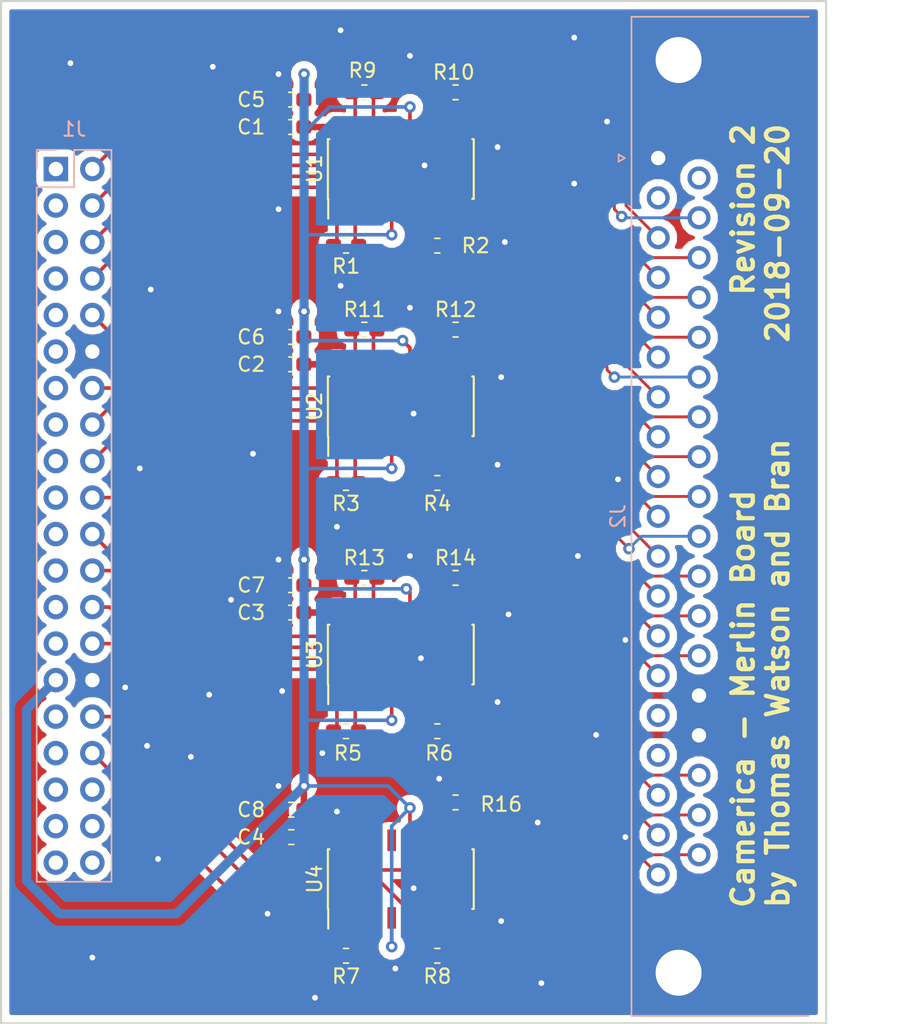
<source format=kicad_pcb>
(kicad_pcb (version 20171130) (host pcbnew "(5.0.0-3-g5ebb6b6)")

  (general
    (thickness 1.6)
    (drawings 7)
    (tracks 464)
    (zones 0)
    (modules 29)
    (nets 77)
  )

  (page A4)
  (layers
    (0 F.Cu signal)
    (31 B.Cu signal)
    (32 B.Adhes user)
    (33 F.Adhes user hide)
    (34 B.Paste user)
    (35 F.Paste user)
    (36 B.SilkS user)
    (37 F.SilkS user)
    (38 B.Mask user)
    (39 F.Mask user)
    (40 Dwgs.User user)
    (41 Cmts.User user)
    (42 Eco1.User user)
    (43 Eco2.User user)
    (44 Edge.Cuts user)
    (45 Margin user)
    (46 B.CrtYd user)
    (47 F.CrtYd user)
    (48 B.Fab user hide)
    (49 F.Fab user hide)
  )

  (setup
    (last_trace_width 0.4572)
    (user_trace_width 0.2)
    (user_trace_width 0.25)
    (user_trace_width 0.4572)
    (user_trace_width 0.635)
    (trace_clearance 0.2)
    (zone_clearance 0.508)
    (zone_45_only no)
    (trace_min 0.2)
    (segment_width 0.2)
    (edge_width 0.15)
    (via_size 0.8)
    (via_drill 0.4)
    (via_min_size 0.4)
    (via_min_drill 0.3)
    (uvia_size 0.3)
    (uvia_drill 0.1)
    (uvias_allowed no)
    (uvia_min_size 0.2)
    (uvia_min_drill 0.1)
    (pcb_text_width 0.3)
    (pcb_text_size 1.5 1.5)
    (mod_edge_width 0.15)
    (mod_text_size 1 1)
    (mod_text_width 0.15)
    (pad_size 1.524 1.524)
    (pad_drill 0.762)
    (pad_to_mask_clearance 0.2)
    (aux_axis_origin 0 0)
    (visible_elements FFFFFF7F)
    (pcbplotparams
      (layerselection 0x010fc_7ffffffe)
      (usegerberextensions false)
      (usegerberattributes false)
      (usegerberadvancedattributes false)
      (creategerberjobfile false)
      (excludeedgelayer true)
      (linewidth 0.100000)
      (plotframeref false)
      (viasonmask false)
      (mode 1)
      (useauxorigin false)
      (hpglpennumber 1)
      (hpglpenspeed 20)
      (hpglpendiameter 15.000000)
      (psnegative false)
      (psa4output false)
      (plotreference true)
      (plotvalue true)
      (plotinvisibletext false)
      (padsonsilk false)
      (subtractmaskfromsilk false)
      (outputformat 1)
      (mirror false)
      (drillshape 0)
      (scaleselection 1)
      (outputdirectory ""))
  )

  (net 0 "")
  (net 1 GND)
  (net 2 +3V3)
  (net 3 "Net-(J1-Pad1)")
  (net 4 /B00)
  (net 5 "Net-(J1-Pad3)")
  (net 6 /B01)
  (net 7 "Net-(J1-Pad5)")
  (net 8 /B02)
  (net 9 "Net-(J1-Pad7)")
  (net 10 /B03)
  (net 11 "Net-(J1-Pad9)")
  (net 12 /B04)
  (net 13 +5V)
  (net 14 "Net-(J1-Pad13)")
  (net 15 /B05)
  (net 16 "Net-(J1-Pad15)")
  (net 17 /B06)
  (net 18 "Net-(J1-Pad17)")
  (net 19 /B07)
  (net 20 "Net-(J1-Pad19)")
  (net 21 /B08)
  (net 22 "Net-(J1-Pad21)")
  (net 23 /B09)
  (net 24 "Net-(J1-Pad23)")
  (net 25 /B10)
  (net 26 "Net-(J1-Pad25)")
  (net 27 /B11)
  (net 28 "Net-(J1-Pad27)")
  (net 29 /VSYNC)
  (net 30 "Net-(J1-Pad31)")
  (net 31 /HSYNC)
  (net 32 "Net-(J1-Pad33)")
  (net 33 /CLOCK)
  (net 34 "Net-(J1-Pad35)")
  (net 35 "Net-(J1-Pad36)")
  (net 36 "Net-(J1-Pad37)")
  (net 37 "Net-(J1-Pad38)")
  (net 38 "Net-(J1-Pad39)")
  (net 39 "Net-(J1-Pad40)")
  (net 40 "Net-(J2-Pad2)")
  (net 41 /B00N)
  (net 42 /B01N)
  (net 43 /B02N)
  (net 44 /B03N)
  (net 45 /B04N)
  (net 46 /B05N)
  (net 47 /B06N)
  (net 48 /B07N)
  (net 49 /B08N)
  (net 50 /B09N)
  (net 51 /B10N)
  (net 52 /B11N)
  (net 53 "Net-(J2-Pad15)")
  (net 54 "Net-(J2-Pad16)")
  (net 55 /VSYNCN)
  (net 56 /HSYNCN)
  (net 57 /CLOCKN)
  (net 58 "Net-(J2-Pad20)")
  (net 59 /B00P)
  (net 60 /B01P)
  (net 61 /B02P)
  (net 62 /B03P)
  (net 63 /B04P)
  (net 64 /B05P)
  (net 65 /B06P)
  (net 66 /B07P)
  (net 67 /B08P)
  (net 68 /B09P)
  (net 69 /B10P)
  (net 70 /B11P)
  (net 71 /VSYNCP)
  (net 72 /HSYNCP)
  (net 73 /CLOCKP)
  (net 74 "Net-(U4-Pad13)")
  (net 75 "Net-(U4-Pad15)")
  (net 76 "Net-(U4-Pad14)")

  (net_class Default "This is the default net class."
    (clearance 0.2)
    (trace_width 0.25)
    (via_dia 0.8)
    (via_drill 0.4)
    (uvia_dia 0.3)
    (uvia_drill 0.1)
    (add_net +3V3)
    (add_net +5V)
    (add_net /B00)
    (add_net /B00N)
    (add_net /B00P)
    (add_net /B01)
    (add_net /B01N)
    (add_net /B01P)
    (add_net /B02)
    (add_net /B02N)
    (add_net /B02P)
    (add_net /B03)
    (add_net /B03N)
    (add_net /B03P)
    (add_net /B04)
    (add_net /B04N)
    (add_net /B04P)
    (add_net /B05)
    (add_net /B05N)
    (add_net /B05P)
    (add_net /B06)
    (add_net /B06N)
    (add_net /B06P)
    (add_net /B07)
    (add_net /B07N)
    (add_net /B07P)
    (add_net /B08)
    (add_net /B08N)
    (add_net /B08P)
    (add_net /B09)
    (add_net /B09N)
    (add_net /B09P)
    (add_net /B10)
    (add_net /B10N)
    (add_net /B10P)
    (add_net /B11)
    (add_net /B11N)
    (add_net /B11P)
    (add_net /CLOCK)
    (add_net /CLOCKN)
    (add_net /CLOCKP)
    (add_net /HSYNC)
    (add_net /HSYNCN)
    (add_net /HSYNCP)
    (add_net /VSYNC)
    (add_net /VSYNCN)
    (add_net /VSYNCP)
    (add_net GND)
    (add_net "Net-(J1-Pad1)")
    (add_net "Net-(J1-Pad13)")
    (add_net "Net-(J1-Pad15)")
    (add_net "Net-(J1-Pad17)")
    (add_net "Net-(J1-Pad19)")
    (add_net "Net-(J1-Pad21)")
    (add_net "Net-(J1-Pad23)")
    (add_net "Net-(J1-Pad25)")
    (add_net "Net-(J1-Pad27)")
    (add_net "Net-(J1-Pad3)")
    (add_net "Net-(J1-Pad31)")
    (add_net "Net-(J1-Pad33)")
    (add_net "Net-(J1-Pad35)")
    (add_net "Net-(J1-Pad36)")
    (add_net "Net-(J1-Pad37)")
    (add_net "Net-(J1-Pad38)")
    (add_net "Net-(J1-Pad39)")
    (add_net "Net-(J1-Pad40)")
    (add_net "Net-(J1-Pad5)")
    (add_net "Net-(J1-Pad7)")
    (add_net "Net-(J1-Pad9)")
    (add_net "Net-(J2-Pad15)")
    (add_net "Net-(J2-Pad16)")
    (add_net "Net-(J2-Pad2)")
    (add_net "Net-(J2-Pad20)")
    (add_net "Net-(U4-Pad13)")
    (add_net "Net-(U4-Pad14)")
    (add_net "Net-(U4-Pad15)")
  )

  (net_class diff ""
    (clearance 0.2)
    (trace_width 0.2)
    (via_dia 0.8)
    (via_drill 0.4)
    (uvia_dia 0.3)
    (uvia_drill 0.1)
  )

  (module Capacitor_SMD:C_0603_1608Metric_Pad1.05x0.95mm_HandSolder (layer F.Cu) (tedit 5B301BBE) (tstamp 5B96BA4C)
    (at 157.353 67.183)
    (descr "Capacitor SMD 0603 (1608 Metric), square (rectangular) end terminal, IPC_7351 nominal with elongated pad for handsoldering. (Body size source: http://www.tortai-tech.com/upload/download/2011102023233369053.pdf), generated with kicad-footprint-generator")
    (tags "capacitor handsolder")
    (path /5B94B8EC)
    (attr smd)
    (fp_text reference C1 (at -2.794 0) (layer F.SilkS)
      (effects (font (size 1 1) (thickness 0.15)))
    )
    (fp_text value 100n (at 0 1.43) (layer F.Fab)
      (effects (font (size 1 1) (thickness 0.15)))
    )
    (fp_line (start -0.8 0.4) (end -0.8 -0.4) (layer F.Fab) (width 0.1))
    (fp_line (start -0.8 -0.4) (end 0.8 -0.4) (layer F.Fab) (width 0.1))
    (fp_line (start 0.8 -0.4) (end 0.8 0.4) (layer F.Fab) (width 0.1))
    (fp_line (start 0.8 0.4) (end -0.8 0.4) (layer F.Fab) (width 0.1))
    (fp_line (start -0.171267 -0.51) (end 0.171267 -0.51) (layer F.SilkS) (width 0.12))
    (fp_line (start -0.171267 0.51) (end 0.171267 0.51) (layer F.SilkS) (width 0.12))
    (fp_line (start -1.65 0.73) (end -1.65 -0.73) (layer F.CrtYd) (width 0.05))
    (fp_line (start -1.65 -0.73) (end 1.65 -0.73) (layer F.CrtYd) (width 0.05))
    (fp_line (start 1.65 -0.73) (end 1.65 0.73) (layer F.CrtYd) (width 0.05))
    (fp_line (start 1.65 0.73) (end -1.65 0.73) (layer F.CrtYd) (width 0.05))
    (fp_text user %R (at 0 0) (layer F.Fab)
      (effects (font (size 0.4 0.4) (thickness 0.06)))
    )
    (pad 1 smd roundrect (at -0.875 0) (size 1.05 0.95) (layers F.Cu F.Paste F.Mask) (roundrect_rratio 0.25)
      (net 1 GND))
    (pad 2 smd roundrect (at 0.875 0) (size 1.05 0.95) (layers F.Cu F.Paste F.Mask) (roundrect_rratio 0.25)
      (net 2 +3V3))
    (model ${KISYS3DMOD}/Capacitor_SMD.3dshapes/C_0603_1608Metric.wrl
      (at (xyz 0 0 0))
      (scale (xyz 1 1 1))
      (rotate (xyz 0 0 0))
    )
  )

  (module Capacitor_SMD:C_0603_1608Metric_Pad1.05x0.95mm_HandSolder (layer F.Cu) (tedit 5B301BBE) (tstamp 5B96BA9E)
    (at 157.353 83.693)
    (descr "Capacitor SMD 0603 (1608 Metric), square (rectangular) end terminal, IPC_7351 nominal with elongated pad for handsoldering. (Body size source: http://www.tortai-tech.com/upload/download/2011102023233369053.pdf), generated with kicad-footprint-generator")
    (tags "capacitor handsolder")
    (path /5B96717E)
    (attr smd)
    (fp_text reference C2 (at -2.794 0) (layer F.SilkS)
      (effects (font (size 1 1) (thickness 0.15)))
    )
    (fp_text value 100n (at 0 1.43) (layer F.Fab)
      (effects (font (size 1 1) (thickness 0.15)))
    )
    (fp_line (start -0.8 0.4) (end -0.8 -0.4) (layer F.Fab) (width 0.1))
    (fp_line (start -0.8 -0.4) (end 0.8 -0.4) (layer F.Fab) (width 0.1))
    (fp_line (start 0.8 -0.4) (end 0.8 0.4) (layer F.Fab) (width 0.1))
    (fp_line (start 0.8 0.4) (end -0.8 0.4) (layer F.Fab) (width 0.1))
    (fp_line (start -0.171267 -0.51) (end 0.171267 -0.51) (layer F.SilkS) (width 0.12))
    (fp_line (start -0.171267 0.51) (end 0.171267 0.51) (layer F.SilkS) (width 0.12))
    (fp_line (start -1.65 0.73) (end -1.65 -0.73) (layer F.CrtYd) (width 0.05))
    (fp_line (start -1.65 -0.73) (end 1.65 -0.73) (layer F.CrtYd) (width 0.05))
    (fp_line (start 1.65 -0.73) (end 1.65 0.73) (layer F.CrtYd) (width 0.05))
    (fp_line (start 1.65 0.73) (end -1.65 0.73) (layer F.CrtYd) (width 0.05))
    (fp_text user %R (at 0 0) (layer F.Fab)
      (effects (font (size 0.4 0.4) (thickness 0.06)))
    )
    (pad 1 smd roundrect (at -0.875 0) (size 1.05 0.95) (layers F.Cu F.Paste F.Mask) (roundrect_rratio 0.25)
      (net 1 GND))
    (pad 2 smd roundrect (at 0.875 0) (size 1.05 0.95) (layers F.Cu F.Paste F.Mask) (roundrect_rratio 0.25)
      (net 2 +3V3))
    (model ${KISYS3DMOD}/Capacitor_SMD.3dshapes/C_0603_1608Metric.wrl
      (at (xyz 0 0 0))
      (scale (xyz 1 1 1))
      (rotate (xyz 0 0 0))
    )
  )

  (module Capacitor_SMD:C_0603_1608Metric_Pad1.05x0.95mm_HandSolder (layer F.Cu) (tedit 5B301BBE) (tstamp 5B98209C)
    (at 157.353 100.965)
    (descr "Capacitor SMD 0603 (1608 Metric), square (rectangular) end terminal, IPC_7351 nominal with elongated pad for handsoldering. (Body size source: http://www.tortai-tech.com/upload/download/2011102023233369053.pdf), generated with kicad-footprint-generator")
    (tags "capacitor handsolder")
    (path /5B969162)
    (attr smd)
    (fp_text reference C3 (at -2.794 0) (layer F.SilkS)
      (effects (font (size 1 1) (thickness 0.15)))
    )
    (fp_text value 100n (at 0 1.43) (layer F.Fab)
      (effects (font (size 1 1) (thickness 0.15)))
    )
    (fp_line (start -0.8 0.4) (end -0.8 -0.4) (layer F.Fab) (width 0.1))
    (fp_line (start -0.8 -0.4) (end 0.8 -0.4) (layer F.Fab) (width 0.1))
    (fp_line (start 0.8 -0.4) (end 0.8 0.4) (layer F.Fab) (width 0.1))
    (fp_line (start 0.8 0.4) (end -0.8 0.4) (layer F.Fab) (width 0.1))
    (fp_line (start -0.171267 -0.51) (end 0.171267 -0.51) (layer F.SilkS) (width 0.12))
    (fp_line (start -0.171267 0.51) (end 0.171267 0.51) (layer F.SilkS) (width 0.12))
    (fp_line (start -1.65 0.73) (end -1.65 -0.73) (layer F.CrtYd) (width 0.05))
    (fp_line (start -1.65 -0.73) (end 1.65 -0.73) (layer F.CrtYd) (width 0.05))
    (fp_line (start 1.65 -0.73) (end 1.65 0.73) (layer F.CrtYd) (width 0.05))
    (fp_line (start 1.65 0.73) (end -1.65 0.73) (layer F.CrtYd) (width 0.05))
    (fp_text user %R (at 0 0) (layer F.Fab)
      (effects (font (size 0.4 0.4) (thickness 0.06)))
    )
    (pad 1 smd roundrect (at -0.875 0) (size 1.05 0.95) (layers F.Cu F.Paste F.Mask) (roundrect_rratio 0.25)
      (net 1 GND))
    (pad 2 smd roundrect (at 0.875 0) (size 1.05 0.95) (layers F.Cu F.Paste F.Mask) (roundrect_rratio 0.25)
      (net 2 +3V3))
    (model ${KISYS3DMOD}/Capacitor_SMD.3dshapes/C_0603_1608Metric.wrl
      (at (xyz 0 0 0))
      (scale (xyz 1 1 1))
      (rotate (xyz 0 0 0))
    )
  )

  (module Capacitor_SMD:C_0603_1608Metric_Pad1.05x0.95mm_HandSolder (layer F.Cu) (tedit 5B301BBE) (tstamp 5B96BE58)
    (at 157.353 116.586)
    (descr "Capacitor SMD 0603 (1608 Metric), square (rectangular) end terminal, IPC_7351 nominal with elongated pad for handsoldering. (Body size source: http://www.tortai-tech.com/upload/download/2011102023233369053.pdf), generated with kicad-footprint-generator")
    (tags "capacitor handsolder")
    (path /5B96CFDF)
    (attr smd)
    (fp_text reference C4 (at -2.794 0) (layer F.SilkS)
      (effects (font (size 1 1) (thickness 0.15)))
    )
    (fp_text value 100n (at 0 1.43) (layer F.Fab)
      (effects (font (size 1 1) (thickness 0.15)))
    )
    (fp_line (start -0.8 0.4) (end -0.8 -0.4) (layer F.Fab) (width 0.1))
    (fp_line (start -0.8 -0.4) (end 0.8 -0.4) (layer F.Fab) (width 0.1))
    (fp_line (start 0.8 -0.4) (end 0.8 0.4) (layer F.Fab) (width 0.1))
    (fp_line (start 0.8 0.4) (end -0.8 0.4) (layer F.Fab) (width 0.1))
    (fp_line (start -0.171267 -0.51) (end 0.171267 -0.51) (layer F.SilkS) (width 0.12))
    (fp_line (start -0.171267 0.51) (end 0.171267 0.51) (layer F.SilkS) (width 0.12))
    (fp_line (start -1.65 0.73) (end -1.65 -0.73) (layer F.CrtYd) (width 0.05))
    (fp_line (start -1.65 -0.73) (end 1.65 -0.73) (layer F.CrtYd) (width 0.05))
    (fp_line (start 1.65 -0.73) (end 1.65 0.73) (layer F.CrtYd) (width 0.05))
    (fp_line (start 1.65 0.73) (end -1.65 0.73) (layer F.CrtYd) (width 0.05))
    (fp_text user %R (at 0 0) (layer F.Fab)
      (effects (font (size 0.4 0.4) (thickness 0.06)))
    )
    (pad 1 smd roundrect (at -0.875 0) (size 1.05 0.95) (layers F.Cu F.Paste F.Mask) (roundrect_rratio 0.25)
      (net 1 GND))
    (pad 2 smd roundrect (at 0.875 0) (size 1.05 0.95) (layers F.Cu F.Paste F.Mask) (roundrect_rratio 0.25)
      (net 2 +3V3))
    (model ${KISYS3DMOD}/Capacitor_SMD.3dshapes/C_0603_1608Metric.wrl
      (at (xyz 0 0 0))
      (scale (xyz 1 1 1))
      (rotate (xyz 0 0 0))
    )
  )

  (module Capacitor_SMD:C_0603_1608Metric_Pad1.05x0.95mm_HandSolder (layer F.Cu) (tedit 5B301BBE) (tstamp 5B9820BE)
    (at 157.353 65.278)
    (descr "Capacitor SMD 0603 (1608 Metric), square (rectangular) end terminal, IPC_7351 nominal with elongated pad for handsoldering. (Body size source: http://www.tortai-tech.com/upload/download/2011102023233369053.pdf), generated with kicad-footprint-generator")
    (tags "capacitor handsolder")
    (path /5B94BB0E)
    (attr smd)
    (fp_text reference C5 (at -2.794 0) (layer F.SilkS)
      (effects (font (size 1 1) (thickness 0.15)))
    )
    (fp_text value 1u (at 0 1.43) (layer F.Fab)
      (effects (font (size 1 1) (thickness 0.15)))
    )
    (fp_text user %R (at 0 0) (layer F.Fab)
      (effects (font (size 0.4 0.4) (thickness 0.06)))
    )
    (fp_line (start 1.65 0.73) (end -1.65 0.73) (layer F.CrtYd) (width 0.05))
    (fp_line (start 1.65 -0.73) (end 1.65 0.73) (layer F.CrtYd) (width 0.05))
    (fp_line (start -1.65 -0.73) (end 1.65 -0.73) (layer F.CrtYd) (width 0.05))
    (fp_line (start -1.65 0.73) (end -1.65 -0.73) (layer F.CrtYd) (width 0.05))
    (fp_line (start -0.171267 0.51) (end 0.171267 0.51) (layer F.SilkS) (width 0.12))
    (fp_line (start -0.171267 -0.51) (end 0.171267 -0.51) (layer F.SilkS) (width 0.12))
    (fp_line (start 0.8 0.4) (end -0.8 0.4) (layer F.Fab) (width 0.1))
    (fp_line (start 0.8 -0.4) (end 0.8 0.4) (layer F.Fab) (width 0.1))
    (fp_line (start -0.8 -0.4) (end 0.8 -0.4) (layer F.Fab) (width 0.1))
    (fp_line (start -0.8 0.4) (end -0.8 -0.4) (layer F.Fab) (width 0.1))
    (pad 2 smd roundrect (at 0.875 0) (size 1.05 0.95) (layers F.Cu F.Paste F.Mask) (roundrect_rratio 0.25)
      (net 2 +3V3))
    (pad 1 smd roundrect (at -0.875 0) (size 1.05 0.95) (layers F.Cu F.Paste F.Mask) (roundrect_rratio 0.25)
      (net 1 GND))
    (model ${KISYS3DMOD}/Capacitor_SMD.3dshapes/C_0603_1608Metric.wrl
      (at (xyz 0 0 0))
      (scale (xyz 1 1 1))
      (rotate (xyz 0 0 0))
    )
  )

  (module Capacitor_SMD:C_0603_1608Metric_Pad1.05x0.95mm_HandSolder (layer F.Cu) (tedit 5B301BBE) (tstamp 5B9820CF)
    (at 157.353 81.788)
    (descr "Capacitor SMD 0603 (1608 Metric), square (rectangular) end terminal, IPC_7351 nominal with elongated pad for handsoldering. (Body size source: http://www.tortai-tech.com/upload/download/2011102023233369053.pdf), generated with kicad-footprint-generator")
    (tags "capacitor handsolder")
    (path /5B967185)
    (attr smd)
    (fp_text reference C6 (at -2.794 0) (layer F.SilkS)
      (effects (font (size 1 1) (thickness 0.15)))
    )
    (fp_text value 1u (at 0 1.43) (layer F.Fab)
      (effects (font (size 1 1) (thickness 0.15)))
    )
    (fp_text user %R (at 0 0) (layer F.Fab)
      (effects (font (size 0.4 0.4) (thickness 0.06)))
    )
    (fp_line (start 1.65 0.73) (end -1.65 0.73) (layer F.CrtYd) (width 0.05))
    (fp_line (start 1.65 -0.73) (end 1.65 0.73) (layer F.CrtYd) (width 0.05))
    (fp_line (start -1.65 -0.73) (end 1.65 -0.73) (layer F.CrtYd) (width 0.05))
    (fp_line (start -1.65 0.73) (end -1.65 -0.73) (layer F.CrtYd) (width 0.05))
    (fp_line (start -0.171267 0.51) (end 0.171267 0.51) (layer F.SilkS) (width 0.12))
    (fp_line (start -0.171267 -0.51) (end 0.171267 -0.51) (layer F.SilkS) (width 0.12))
    (fp_line (start 0.8 0.4) (end -0.8 0.4) (layer F.Fab) (width 0.1))
    (fp_line (start 0.8 -0.4) (end 0.8 0.4) (layer F.Fab) (width 0.1))
    (fp_line (start -0.8 -0.4) (end 0.8 -0.4) (layer F.Fab) (width 0.1))
    (fp_line (start -0.8 0.4) (end -0.8 -0.4) (layer F.Fab) (width 0.1))
    (pad 2 smd roundrect (at 0.875 0) (size 1.05 0.95) (layers F.Cu F.Paste F.Mask) (roundrect_rratio 0.25)
      (net 2 +3V3))
    (pad 1 smd roundrect (at -0.875 0) (size 1.05 0.95) (layers F.Cu F.Paste F.Mask) (roundrect_rratio 0.25)
      (net 1 GND))
    (model ${KISYS3DMOD}/Capacitor_SMD.3dshapes/C_0603_1608Metric.wrl
      (at (xyz 0 0 0))
      (scale (xyz 1 1 1))
      (rotate (xyz 0 0 0))
    )
  )

  (module Capacitor_SMD:C_0603_1608Metric_Pad1.05x0.95mm_HandSolder (layer F.Cu) (tedit 5B301BBE) (tstamp 5B96BCA5)
    (at 157.353 99.06)
    (descr "Capacitor SMD 0603 (1608 Metric), square (rectangular) end terminal, IPC_7351 nominal with elongated pad for handsoldering. (Body size source: http://www.tortai-tech.com/upload/download/2011102023233369053.pdf), generated with kicad-footprint-generator")
    (tags "capacitor handsolder")
    (path /5B969169)
    (attr smd)
    (fp_text reference C7 (at -2.794 0) (layer F.SilkS)
      (effects (font (size 1 1) (thickness 0.15)))
    )
    (fp_text value 1u (at 0 1.43) (layer F.Fab)
      (effects (font (size 1 1) (thickness 0.15)))
    )
    (fp_text user %R (at 0 0) (layer F.Fab)
      (effects (font (size 0.4 0.4) (thickness 0.06)))
    )
    (fp_line (start 1.65 0.73) (end -1.65 0.73) (layer F.CrtYd) (width 0.05))
    (fp_line (start 1.65 -0.73) (end 1.65 0.73) (layer F.CrtYd) (width 0.05))
    (fp_line (start -1.65 -0.73) (end 1.65 -0.73) (layer F.CrtYd) (width 0.05))
    (fp_line (start -1.65 0.73) (end -1.65 -0.73) (layer F.CrtYd) (width 0.05))
    (fp_line (start -0.171267 0.51) (end 0.171267 0.51) (layer F.SilkS) (width 0.12))
    (fp_line (start -0.171267 -0.51) (end 0.171267 -0.51) (layer F.SilkS) (width 0.12))
    (fp_line (start 0.8 0.4) (end -0.8 0.4) (layer F.Fab) (width 0.1))
    (fp_line (start 0.8 -0.4) (end 0.8 0.4) (layer F.Fab) (width 0.1))
    (fp_line (start -0.8 -0.4) (end 0.8 -0.4) (layer F.Fab) (width 0.1))
    (fp_line (start -0.8 0.4) (end -0.8 -0.4) (layer F.Fab) (width 0.1))
    (pad 2 smd roundrect (at 0.875 0) (size 1.05 0.95) (layers F.Cu F.Paste F.Mask) (roundrect_rratio 0.25)
      (net 2 +3V3))
    (pad 1 smd roundrect (at -0.875 0) (size 1.05 0.95) (layers F.Cu F.Paste F.Mask) (roundrect_rratio 0.25)
      (net 1 GND))
    (model ${KISYS3DMOD}/Capacitor_SMD.3dshapes/C_0603_1608Metric.wrl
      (at (xyz 0 0 0))
      (scale (xyz 1 1 1))
      (rotate (xyz 0 0 0))
    )
  )

  (module Capacitor_SMD:C_0603_1608Metric_Pad1.05x0.95mm_HandSolder (layer F.Cu) (tedit 5B301BBE) (tstamp 5B9820F1)
    (at 157.353 114.681)
    (descr "Capacitor SMD 0603 (1608 Metric), square (rectangular) end terminal, IPC_7351 nominal with elongated pad for handsoldering. (Body size source: http://www.tortai-tech.com/upload/download/2011102023233369053.pdf), generated with kicad-footprint-generator")
    (tags "capacitor handsolder")
    (path /5B96CFE6)
    (attr smd)
    (fp_text reference C8 (at -2.794 0) (layer F.SilkS)
      (effects (font (size 1 1) (thickness 0.15)))
    )
    (fp_text value 1u (at 0 1.43) (layer F.Fab)
      (effects (font (size 1 1) (thickness 0.15)))
    )
    (fp_text user %R (at 0 0) (layer F.Fab)
      (effects (font (size 0.4 0.4) (thickness 0.06)))
    )
    (fp_line (start 1.65 0.73) (end -1.65 0.73) (layer F.CrtYd) (width 0.05))
    (fp_line (start 1.65 -0.73) (end 1.65 0.73) (layer F.CrtYd) (width 0.05))
    (fp_line (start -1.65 -0.73) (end 1.65 -0.73) (layer F.CrtYd) (width 0.05))
    (fp_line (start -1.65 0.73) (end -1.65 -0.73) (layer F.CrtYd) (width 0.05))
    (fp_line (start -0.171267 0.51) (end 0.171267 0.51) (layer F.SilkS) (width 0.12))
    (fp_line (start -0.171267 -0.51) (end 0.171267 -0.51) (layer F.SilkS) (width 0.12))
    (fp_line (start 0.8 0.4) (end -0.8 0.4) (layer F.Fab) (width 0.1))
    (fp_line (start 0.8 -0.4) (end 0.8 0.4) (layer F.Fab) (width 0.1))
    (fp_line (start -0.8 -0.4) (end 0.8 -0.4) (layer F.Fab) (width 0.1))
    (fp_line (start -0.8 0.4) (end -0.8 -0.4) (layer F.Fab) (width 0.1))
    (pad 2 smd roundrect (at 0.875 0) (size 1.05 0.95) (layers F.Cu F.Paste F.Mask) (roundrect_rratio 0.25)
      (net 2 +3V3))
    (pad 1 smd roundrect (at -0.875 0) (size 1.05 0.95) (layers F.Cu F.Paste F.Mask) (roundrect_rratio 0.25)
      (net 1 GND))
    (model ${KISYS3DMOD}/Capacitor_SMD.3dshapes/C_0603_1608Metric.wrl
      (at (xyz 0 0 0))
      (scale (xyz 1 1 1))
      (rotate (xyz 0 0 0))
    )
  )

  (module Connector_PinSocket_2.54mm:PinSocket_2x20_P2.54mm_Vertical (layer B.Cu) (tedit 5A19A433) (tstamp 5B97F8C3)
    (at 140.97 70.104 180)
    (descr "Through hole straight socket strip, 2x20, 2.54mm pitch, double cols (from Kicad 4.0.7), script generated")
    (tags "Through hole socket strip THT 2x20 2.54mm double row")
    (path /5B947F11)
    (fp_text reference J1 (at -1.27 2.77 180) (layer B.SilkS)
      (effects (font (size 1 1) (thickness 0.15)) (justify mirror))
    )
    (fp_text value TERASIC (at -1.27 -51.03 180) (layer B.Fab)
      (effects (font (size 1 1) (thickness 0.15)) (justify mirror))
    )
    (fp_line (start -3.81 1.27) (end 0.27 1.27) (layer B.Fab) (width 0.1))
    (fp_line (start 0.27 1.27) (end 1.27 0.27) (layer B.Fab) (width 0.1))
    (fp_line (start 1.27 0.27) (end 1.27 -49.53) (layer B.Fab) (width 0.1))
    (fp_line (start 1.27 -49.53) (end -3.81 -49.53) (layer B.Fab) (width 0.1))
    (fp_line (start -3.81 -49.53) (end -3.81 1.27) (layer B.Fab) (width 0.1))
    (fp_line (start -3.87 1.33) (end -1.27 1.33) (layer B.SilkS) (width 0.12))
    (fp_line (start -3.87 1.33) (end -3.87 -49.59) (layer B.SilkS) (width 0.12))
    (fp_line (start -3.87 -49.59) (end 1.33 -49.59) (layer B.SilkS) (width 0.12))
    (fp_line (start 1.33 -1.27) (end 1.33 -49.59) (layer B.SilkS) (width 0.12))
    (fp_line (start -1.27 -1.27) (end 1.33 -1.27) (layer B.SilkS) (width 0.12))
    (fp_line (start -1.27 1.33) (end -1.27 -1.27) (layer B.SilkS) (width 0.12))
    (fp_line (start 1.33 1.33) (end 1.33 0) (layer B.SilkS) (width 0.12))
    (fp_line (start 0 1.33) (end 1.33 1.33) (layer B.SilkS) (width 0.12))
    (fp_line (start -4.34 1.8) (end 1.76 1.8) (layer B.CrtYd) (width 0.05))
    (fp_line (start 1.76 1.8) (end 1.76 -50) (layer B.CrtYd) (width 0.05))
    (fp_line (start 1.76 -50) (end -4.34 -50) (layer B.CrtYd) (width 0.05))
    (fp_line (start -4.34 -50) (end -4.34 1.8) (layer B.CrtYd) (width 0.05))
    (fp_text user %R (at -1.27 -24.13 90) (layer B.Fab)
      (effects (font (size 1 1) (thickness 0.15)) (justify mirror))
    )
    (pad 1 thru_hole rect (at 0 0 180) (size 1.7 1.7) (drill 1) (layers *.Cu *.Mask)
      (net 3 "Net-(J1-Pad1)"))
    (pad 2 thru_hole oval (at -2.54 0 180) (size 1.7 1.7) (drill 1) (layers *.Cu *.Mask)
      (net 4 /B00))
    (pad 3 thru_hole oval (at 0 -2.54 180) (size 1.7 1.7) (drill 1) (layers *.Cu *.Mask)
      (net 5 "Net-(J1-Pad3)"))
    (pad 4 thru_hole oval (at -2.54 -2.54 180) (size 1.7 1.7) (drill 1) (layers *.Cu *.Mask)
      (net 6 /B01))
    (pad 5 thru_hole oval (at 0 -5.08 180) (size 1.7 1.7) (drill 1) (layers *.Cu *.Mask)
      (net 7 "Net-(J1-Pad5)"))
    (pad 6 thru_hole oval (at -2.54 -5.08 180) (size 1.7 1.7) (drill 1) (layers *.Cu *.Mask)
      (net 8 /B02))
    (pad 7 thru_hole oval (at 0 -7.62 180) (size 1.7 1.7) (drill 1) (layers *.Cu *.Mask)
      (net 9 "Net-(J1-Pad7)"))
    (pad 8 thru_hole oval (at -2.54 -7.62 180) (size 1.7 1.7) (drill 1) (layers *.Cu *.Mask)
      (net 10 /B03))
    (pad 9 thru_hole oval (at 0 -10.16 180) (size 1.7 1.7) (drill 1) (layers *.Cu *.Mask)
      (net 11 "Net-(J1-Pad9)"))
    (pad 10 thru_hole oval (at -2.54 -10.16 180) (size 1.7 1.7) (drill 1) (layers *.Cu *.Mask)
      (net 12 /B04))
    (pad 11 thru_hole oval (at 0 -12.7 180) (size 1.7 1.7) (drill 1) (layers *.Cu *.Mask)
      (net 13 +5V))
    (pad 12 thru_hole oval (at -2.54 -12.7 180) (size 1.7 1.7) (drill 1) (layers *.Cu *.Mask)
      (net 1 GND))
    (pad 13 thru_hole oval (at 0 -15.24 180) (size 1.7 1.7) (drill 1) (layers *.Cu *.Mask)
      (net 14 "Net-(J1-Pad13)"))
    (pad 14 thru_hole oval (at -2.54 -15.24 180) (size 1.7 1.7) (drill 1) (layers *.Cu *.Mask)
      (net 15 /B05))
    (pad 15 thru_hole oval (at 0 -17.78 180) (size 1.7 1.7) (drill 1) (layers *.Cu *.Mask)
      (net 16 "Net-(J1-Pad15)"))
    (pad 16 thru_hole oval (at -2.54 -17.78 180) (size 1.7 1.7) (drill 1) (layers *.Cu *.Mask)
      (net 17 /B06))
    (pad 17 thru_hole oval (at 0 -20.32 180) (size 1.7 1.7) (drill 1) (layers *.Cu *.Mask)
      (net 18 "Net-(J1-Pad17)"))
    (pad 18 thru_hole oval (at -2.54 -20.32 180) (size 1.7 1.7) (drill 1) (layers *.Cu *.Mask)
      (net 19 /B07))
    (pad 19 thru_hole oval (at 0 -22.86 180) (size 1.7 1.7) (drill 1) (layers *.Cu *.Mask)
      (net 20 "Net-(J1-Pad19)"))
    (pad 20 thru_hole oval (at -2.54 -22.86 180) (size 1.7 1.7) (drill 1) (layers *.Cu *.Mask)
      (net 21 /B08))
    (pad 21 thru_hole oval (at 0 -25.4 180) (size 1.7 1.7) (drill 1) (layers *.Cu *.Mask)
      (net 22 "Net-(J1-Pad21)"))
    (pad 22 thru_hole oval (at -2.54 -25.4 180) (size 1.7 1.7) (drill 1) (layers *.Cu *.Mask)
      (net 23 /B09))
    (pad 23 thru_hole oval (at 0 -27.94 180) (size 1.7 1.7) (drill 1) (layers *.Cu *.Mask)
      (net 24 "Net-(J1-Pad23)"))
    (pad 24 thru_hole oval (at -2.54 -27.94 180) (size 1.7 1.7) (drill 1) (layers *.Cu *.Mask)
      (net 25 /B10))
    (pad 25 thru_hole oval (at 0 -30.48 180) (size 1.7 1.7) (drill 1) (layers *.Cu *.Mask)
      (net 26 "Net-(J1-Pad25)"))
    (pad 26 thru_hole oval (at -2.54 -30.48 180) (size 1.7 1.7) (drill 1) (layers *.Cu *.Mask)
      (net 27 /B11))
    (pad 27 thru_hole oval (at 0 -33.02 180) (size 1.7 1.7) (drill 1) (layers *.Cu *.Mask)
      (net 28 "Net-(J1-Pad27)"))
    (pad 28 thru_hole oval (at -2.54 -33.02 180) (size 1.7 1.7) (drill 1) (layers *.Cu *.Mask)
      (net 29 /VSYNC))
    (pad 29 thru_hole oval (at 0 -35.56 180) (size 1.7 1.7) (drill 1) (layers *.Cu *.Mask)
      (net 2 +3V3))
    (pad 30 thru_hole oval (at -2.54 -35.56 180) (size 1.7 1.7) (drill 1) (layers *.Cu *.Mask)
      (net 1 GND))
    (pad 31 thru_hole oval (at 0 -38.1 180) (size 1.7 1.7) (drill 1) (layers *.Cu *.Mask)
      (net 30 "Net-(J1-Pad31)"))
    (pad 32 thru_hole oval (at -2.54 -38.1 180) (size 1.7 1.7) (drill 1) (layers *.Cu *.Mask)
      (net 31 /HSYNC))
    (pad 33 thru_hole oval (at 0 -40.64 180) (size 1.7 1.7) (drill 1) (layers *.Cu *.Mask)
      (net 32 "Net-(J1-Pad33)"))
    (pad 34 thru_hole oval (at -2.54 -40.64 180) (size 1.7 1.7) (drill 1) (layers *.Cu *.Mask)
      (net 33 /CLOCK))
    (pad 35 thru_hole oval (at 0 -43.18 180) (size 1.7 1.7) (drill 1) (layers *.Cu *.Mask)
      (net 34 "Net-(J1-Pad35)"))
    (pad 36 thru_hole oval (at -2.54 -43.18 180) (size 1.7 1.7) (drill 1) (layers *.Cu *.Mask)
      (net 35 "Net-(J1-Pad36)"))
    (pad 37 thru_hole oval (at 0 -45.72 180) (size 1.7 1.7) (drill 1) (layers *.Cu *.Mask)
      (net 36 "Net-(J1-Pad37)"))
    (pad 38 thru_hole oval (at -2.54 -45.72 180) (size 1.7 1.7) (drill 1) (layers *.Cu *.Mask)
      (net 37 "Net-(J1-Pad38)"))
    (pad 39 thru_hole oval (at 0 -48.26 180) (size 1.7 1.7) (drill 1) (layers *.Cu *.Mask)
      (net 38 "Net-(J1-Pad39)"))
    (pad 40 thru_hole oval (at -2.54 -48.26 180) (size 1.7 1.7) (drill 1) (layers *.Cu *.Mask)
      (net 39 "Net-(J1-Pad40)"))
    (model ${KISYS3DMOD}/Connector_PinSocket_2.54mm.3dshapes/PinSocket_2x20_P2.54mm_Vertical.wrl
      (at (xyz 0 0 0))
      (scale (xyz 1 1 1))
      (rotate (xyz 0 0 0))
    )
  )

  (module Connector_Dsub:DSUB-37_Male_Horizontal_P2.77x2.84mm_EdgePinOffset7.70mm_Housed_MountingHolesOffset9.12mm (layer B.Cu) (tedit 59FEDEE2) (tstamp 5B96C6DB)
    (at 182.88 69.342 270)
    (descr "37-pin D-Sub connector, horizontal/angled (90 deg), THT-mount, male, pitch 2.77x2.84mm, pin-PCB-offset 7.699999999999999mm, distance of mounting holes 63.5mm, distance of mounting holes to PCB edge 9.12mm, see https://disti-assets.s3.amazonaws.com/tonar/files/datasheets/16730.pdf")
    (tags "37-pin D-Sub connector horizontal angled 90deg THT male pitch 2.77x2.84mm pin-PCB-offset 7.699999999999999mm mounting-holes-distance 63.5mm mounting-hole-offset 63.5mm")
    (path /5B947DAC)
    (clearance 0.2794)
    (fp_text reference J2 (at 24.93 2.8 270) (layer B.SilkS)
      (effects (font (size 1 1) (thickness 0.15)) (justify mirror))
    )
    (fp_text value CAMERA (at 24.93 -18.44 270) (layer B.Fab)
      (effects (font (size 1 1) (thickness 0.15)) (justify mirror))
    )
    (fp_arc (start -6.82 -1.42) (end -8.42 -1.42) (angle -180) (layer B.Fab) (width 0.1))
    (fp_arc (start 56.68 -1.42) (end 55.08 -1.42) (angle -180) (layer B.Fab) (width 0.1))
    (fp_line (start -9.77 1.8) (end -9.77 -10.54) (layer B.Fab) (width 0.1))
    (fp_line (start -9.77 -10.54) (end 59.63 -10.54) (layer B.Fab) (width 0.1))
    (fp_line (start 59.63 -10.54) (end 59.63 1.8) (layer B.Fab) (width 0.1))
    (fp_line (start 59.63 1.8) (end -9.77 1.8) (layer B.Fab) (width 0.1))
    (fp_line (start -9.77 -10.54) (end -9.77 -10.94) (layer B.Fab) (width 0.1))
    (fp_line (start -9.77 -10.94) (end 59.63 -10.94) (layer B.Fab) (width 0.1))
    (fp_line (start 59.63 -10.94) (end 59.63 -10.54) (layer B.Fab) (width 0.1))
    (fp_line (start 59.63 -10.54) (end -9.77 -10.54) (layer B.Fab) (width 0.1))
    (fp_line (start -2.47 -10.94) (end -2.47 -16.94) (layer B.Fab) (width 0.1))
    (fp_line (start -2.47 -16.94) (end 52.33 -16.94) (layer B.Fab) (width 0.1))
    (fp_line (start 52.33 -16.94) (end 52.33 -10.94) (layer B.Fab) (width 0.1))
    (fp_line (start 52.33 -10.94) (end -2.47 -10.94) (layer B.Fab) (width 0.1))
    (fp_line (start -9.32 -10.94) (end -9.32 -15.94) (layer B.Fab) (width 0.1))
    (fp_line (start -9.32 -15.94) (end -4.32 -15.94) (layer B.Fab) (width 0.1))
    (fp_line (start -4.32 -15.94) (end -4.32 -10.94) (layer B.Fab) (width 0.1))
    (fp_line (start -4.32 -10.94) (end -9.32 -10.94) (layer B.Fab) (width 0.1))
    (fp_line (start 54.18 -10.94) (end 54.18 -15.94) (layer B.Fab) (width 0.1))
    (fp_line (start 54.18 -15.94) (end 59.18 -15.94) (layer B.Fab) (width 0.1))
    (fp_line (start 59.18 -15.94) (end 59.18 -10.94) (layer B.Fab) (width 0.1))
    (fp_line (start 59.18 -10.94) (end 54.18 -10.94) (layer B.Fab) (width 0.1))
    (fp_line (start -8.42 -10.54) (end -8.42 -1.42) (layer B.Fab) (width 0.1))
    (fp_line (start -5.22 -10.54) (end -5.22 -1.42) (layer B.Fab) (width 0.1))
    (fp_line (start 55.08 -10.54) (end 55.08 -1.42) (layer B.Fab) (width 0.1))
    (fp_line (start 58.28 -10.54) (end 58.28 -1.42) (layer B.Fab) (width 0.1))
    (fp_line (start -9.83 -10.48) (end -9.83 1.86) (layer B.SilkS) (width 0.12))
    (fp_line (start -9.83 1.86) (end 59.69 1.86) (layer B.SilkS) (width 0.12))
    (fp_line (start 59.69 1.86) (end 59.69 -10.48) (layer B.SilkS) (width 0.12))
    (fp_line (start -0.25 2.754338) (end 0.25 2.754338) (layer B.SilkS) (width 0.12))
    (fp_line (start 0.25 2.754338) (end 0 2.321325) (layer B.SilkS) (width 0.12))
    (fp_line (start 0 2.321325) (end -0.25 2.754338) (layer B.SilkS) (width 0.12))
    (fp_line (start -10.3 2.35) (end -10.3 -17.45) (layer B.CrtYd) (width 0.05))
    (fp_line (start -10.3 -17.45) (end 60.15 -17.45) (layer B.CrtYd) (width 0.05))
    (fp_line (start 60.15 -17.45) (end 60.15 2.35) (layer B.CrtYd) (width 0.05))
    (fp_line (start 60.15 2.35) (end -10.3 2.35) (layer B.CrtYd) (width 0.05))
    (fp_text user %R (at 24.93 -13.94 270) (layer B.Fab)
      (effects (font (size 1 1) (thickness 0.15)) (justify mirror))
    )
    (pad 1 thru_hole rect (at 0 0 270) (size 1.6 1.6) (drill 1) (layers *.Cu *.Mask)
      (net 1 GND))
    (pad 2 thru_hole circle (at 2.77 0 270) (size 1.6 1.6) (drill 1) (layers *.Cu *.Mask)
      (net 40 "Net-(J2-Pad2)"))
    (pad 3 thru_hole circle (at 5.54 0 270) (size 1.6 1.6) (drill 1) (layers *.Cu *.Mask)
      (net 41 /B00N))
    (pad 4 thru_hole circle (at 8.31 0 270) (size 1.6 1.6) (drill 1) (layers *.Cu *.Mask)
      (net 42 /B01N))
    (pad 5 thru_hole circle (at 11.08 0 270) (size 1.6 1.6) (drill 1) (layers *.Cu *.Mask)
      (net 43 /B02N))
    (pad 6 thru_hole circle (at 13.85 0 270) (size 1.6 1.6) (drill 1) (layers *.Cu *.Mask)
      (net 44 /B03N))
    (pad 7 thru_hole circle (at 16.62 0 270) (size 1.6 1.6) (drill 1) (layers *.Cu *.Mask)
      (net 45 /B04N))
    (pad 8 thru_hole circle (at 19.39 0 270) (size 1.6 1.6) (drill 1) (layers *.Cu *.Mask)
      (net 46 /B05N))
    (pad 9 thru_hole circle (at 22.16 0 270) (size 1.6 1.6) (drill 1) (layers *.Cu *.Mask)
      (net 47 /B06N))
    (pad 10 thru_hole circle (at 24.93 0 270) (size 1.6 1.6) (drill 1) (layers *.Cu *.Mask)
      (net 48 /B07N))
    (pad 11 thru_hole circle (at 27.7 0 270) (size 1.6 1.6) (drill 1) (layers *.Cu *.Mask)
      (net 49 /B08N))
    (pad 12 thru_hole circle (at 30.47 0 270) (size 1.6 1.6) (drill 1) (layers *.Cu *.Mask)
      (net 50 /B09N))
    (pad 13 thru_hole circle (at 33.24 0 270) (size 1.6 1.6) (drill 1) (layers *.Cu *.Mask)
      (net 51 /B10N))
    (pad 14 thru_hole circle (at 36.01 0 270) (size 1.6 1.6) (drill 1) (layers *.Cu *.Mask)
      (net 52 /B11N))
    (pad 15 thru_hole circle (at 38.78 0 270) (size 1.6 1.6) (drill 1) (layers *.Cu *.Mask)
      (net 53 "Net-(J2-Pad15)"))
    (pad 16 thru_hole circle (at 41.55 0 270) (size 1.6 1.6) (drill 1) (layers *.Cu *.Mask)
      (net 54 "Net-(J2-Pad16)"))
    (pad 17 thru_hole circle (at 44.32 0 270) (size 1.6 1.6) (drill 1) (layers *.Cu *.Mask)
      (net 55 /VSYNCN))
    (pad 18 thru_hole circle (at 47.09 0 270) (size 1.6 1.6) (drill 1) (layers *.Cu *.Mask)
      (net 56 /HSYNCN))
    (pad 19 thru_hole circle (at 49.86 0 270) (size 1.6 1.6) (drill 1) (layers *.Cu *.Mask)
      (net 57 /CLOCKN))
    (pad 20 thru_hole circle (at 1.385 -2.84 270) (size 1.6 1.6) (drill 1) (layers *.Cu *.Mask)
      (net 58 "Net-(J2-Pad20)"))
    (pad 21 thru_hole circle (at 4.155 -2.84 270) (size 1.6 1.6) (drill 1) (layers *.Cu *.Mask)
      (net 59 /B00P))
    (pad 22 thru_hole circle (at 6.925 -2.84 270) (size 1.6 1.6) (drill 1) (layers *.Cu *.Mask)
      (net 60 /B01P))
    (pad 23 thru_hole circle (at 9.695 -2.84 270) (size 1.6 1.6) (drill 1) (layers *.Cu *.Mask)
      (net 61 /B02P))
    (pad 24 thru_hole circle (at 12.465 -2.84 270) (size 1.6 1.6) (drill 1) (layers *.Cu *.Mask)
      (net 62 /B03P))
    (pad 25 thru_hole circle (at 15.235 -2.84 270) (size 1.6 1.6) (drill 1) (layers *.Cu *.Mask)
      (net 63 /B04P))
    (pad 26 thru_hole circle (at 18.005 -2.84 270) (size 1.6 1.6) (drill 1) (layers *.Cu *.Mask)
      (net 64 /B05P))
    (pad 27 thru_hole circle (at 20.775 -2.84 270) (size 1.6 1.6) (drill 1) (layers *.Cu *.Mask)
      (net 65 /B06P))
    (pad 28 thru_hole circle (at 23.545 -2.84 270) (size 1.6 1.6) (drill 1) (layers *.Cu *.Mask)
      (net 66 /B07P))
    (pad 29 thru_hole circle (at 26.315 -2.84 270) (size 1.6 1.6) (drill 1) (layers *.Cu *.Mask)
      (net 67 /B08P))
    (pad 30 thru_hole circle (at 29.085 -2.84 270) (size 1.6 1.6) (drill 1) (layers *.Cu *.Mask)
      (net 68 /B09P))
    (pad 31 thru_hole circle (at 31.855 -2.84 270) (size 1.6 1.6) (drill 1) (layers *.Cu *.Mask)
      (net 69 /B10P))
    (pad 32 thru_hole circle (at 34.625 -2.84 270) (size 1.6 1.6) (drill 1) (layers *.Cu *.Mask)
      (net 70 /B11P))
    (pad 33 thru_hole circle (at 37.395 -2.84 270) (size 1.6 1.6) (drill 1) (layers *.Cu *.Mask)
      (net 1 GND))
    (pad 34 thru_hole circle (at 40.165 -2.84 270) (size 1.6 1.6) (drill 1) (layers *.Cu *.Mask)
      (net 1 GND))
    (pad 35 thru_hole circle (at 42.935 -2.84 270) (size 1.6 1.6) (drill 1) (layers *.Cu *.Mask)
      (net 71 /VSYNCP))
    (pad 36 thru_hole circle (at 45.705 -2.84 270) (size 1.6 1.6) (drill 1) (layers *.Cu *.Mask)
      (net 72 /HSYNCP))
    (pad 37 thru_hole circle (at 48.475 -2.84 270) (size 1.6 1.6) (drill 1) (layers *.Cu *.Mask)
      (net 73 /CLOCKP))
    (pad 0 thru_hole circle (at -6.82 -1.42 270) (size 4 4) (drill 3.2) (layers *.Cu *.Mask)
      (net 1 GND))
    (pad 0 thru_hole circle (at 56.68 -1.42 270) (size 4 4) (drill 3.2) (layers *.Cu *.Mask)
      (net 1 GND))
    (model ${KIPRJMOD}/CONN_5747843-4.stp
      (offset (xyz 24.91231962585449 -12.19199981689453 0))
      (scale (xyz 1 1 1))
      (rotate (xyz 0 0 180))
    )
  )

  (module Resistor_SMD:R_0603_1608Metric_Pad1.05x0.95mm_HandSolder (layer F.Cu) (tedit 5B301BBD) (tstamp 5B982190)
    (at 161.163 75.438 180)
    (descr "Resistor SMD 0603 (1608 Metric), square (rectangular) end terminal, IPC_7351 nominal with elongated pad for handsoldering. (Body size source: http://www.tortai-tech.com/upload/download/2011102023233369053.pdf), generated with kicad-footprint-generator")
    (tags "resistor handsolder")
    (path /5B94A33A)
    (attr smd)
    (fp_text reference R1 (at 0 -1.43 180) (layer F.SilkS)
      (effects (font (size 1 1) (thickness 0.15)))
    )
    (fp_text value 120 (at 0 1.43 180) (layer F.Fab)
      (effects (font (size 1 1) (thickness 0.15)))
    )
    (fp_line (start -0.8 0.4) (end -0.8 -0.4) (layer F.Fab) (width 0.1))
    (fp_line (start -0.8 -0.4) (end 0.8 -0.4) (layer F.Fab) (width 0.1))
    (fp_line (start 0.8 -0.4) (end 0.8 0.4) (layer F.Fab) (width 0.1))
    (fp_line (start 0.8 0.4) (end -0.8 0.4) (layer F.Fab) (width 0.1))
    (fp_line (start -0.171267 -0.51) (end 0.171267 -0.51) (layer F.SilkS) (width 0.12))
    (fp_line (start -0.171267 0.51) (end 0.171267 0.51) (layer F.SilkS) (width 0.12))
    (fp_line (start -1.65 0.73) (end -1.65 -0.73) (layer F.CrtYd) (width 0.05))
    (fp_line (start -1.65 -0.73) (end 1.65 -0.73) (layer F.CrtYd) (width 0.05))
    (fp_line (start 1.65 -0.73) (end 1.65 0.73) (layer F.CrtYd) (width 0.05))
    (fp_line (start 1.65 0.73) (end -1.65 0.73) (layer F.CrtYd) (width 0.05))
    (fp_text user %R (at 0 0 180) (layer F.Fab)
      (effects (font (size 0.4 0.4) (thickness 0.06)))
    )
    (pad 1 smd roundrect (at -0.875 0 180) (size 1.05 0.95) (layers F.Cu F.Paste F.Mask) (roundrect_rratio 0.25)
      (net 62 /B03P))
    (pad 2 smd roundrect (at 0.875 0 180) (size 1.05 0.95) (layers F.Cu F.Paste F.Mask) (roundrect_rratio 0.25)
      (net 44 /B03N))
    (model ${KISYS3DMOD}/Resistor_SMD.3dshapes/R_0603_1608Metric.wrl
      (at (xyz 0 0 0))
      (scale (xyz 1 1 1))
      (rotate (xyz 0 0 0))
    )
  )

  (module Resistor_SMD:R_0603_1608Metric_Pad1.05x0.95mm_HandSolder (layer F.Cu) (tedit 5B301BBD) (tstamp 5B98331B)
    (at 167.513 75.438 180)
    (descr "Resistor SMD 0603 (1608 Metric), square (rectangular) end terminal, IPC_7351 nominal with elongated pad for handsoldering. (Body size source: http://www.tortai-tech.com/upload/download/2011102023233369053.pdf), generated with kicad-footprint-generator")
    (tags "resistor handsolder")
    (path /5B9517CE)
    (attr smd)
    (fp_text reference R2 (at -2.667 0 180) (layer F.SilkS)
      (effects (font (size 1 1) (thickness 0.15)))
    )
    (fp_text value 120 (at 0 1.43 180) (layer F.Fab)
      (effects (font (size 1 1) (thickness 0.15)))
    )
    (fp_text user %R (at 0 0 180) (layer F.Fab)
      (effects (font (size 0.4 0.4) (thickness 0.06)))
    )
    (fp_line (start 1.65 0.73) (end -1.65 0.73) (layer F.CrtYd) (width 0.05))
    (fp_line (start 1.65 -0.73) (end 1.65 0.73) (layer F.CrtYd) (width 0.05))
    (fp_line (start -1.65 -0.73) (end 1.65 -0.73) (layer F.CrtYd) (width 0.05))
    (fp_line (start -1.65 0.73) (end -1.65 -0.73) (layer F.CrtYd) (width 0.05))
    (fp_line (start -0.171267 0.51) (end 0.171267 0.51) (layer F.SilkS) (width 0.12))
    (fp_line (start -0.171267 -0.51) (end 0.171267 -0.51) (layer F.SilkS) (width 0.12))
    (fp_line (start 0.8 0.4) (end -0.8 0.4) (layer F.Fab) (width 0.1))
    (fp_line (start 0.8 -0.4) (end 0.8 0.4) (layer F.Fab) (width 0.1))
    (fp_line (start -0.8 -0.4) (end 0.8 -0.4) (layer F.Fab) (width 0.1))
    (fp_line (start -0.8 0.4) (end -0.8 -0.4) (layer F.Fab) (width 0.1))
    (pad 2 smd roundrect (at 0.875 0 180) (size 1.05 0.95) (layers F.Cu F.Paste F.Mask) (roundrect_rratio 0.25)
      (net 61 /B02P))
    (pad 1 smd roundrect (at -0.875 0 180) (size 1.05 0.95) (layers F.Cu F.Paste F.Mask) (roundrect_rratio 0.25)
      (net 43 /B02N))
    (model ${KISYS3DMOD}/Resistor_SMD.3dshapes/R_0603_1608Metric.wrl
      (at (xyz 0 0 0))
      (scale (xyz 1 1 1))
      (rotate (xyz 0 0 0))
    )
  )

  (module Resistor_SMD:R_0603_1608Metric_Pad1.05x0.95mm_HandSolder (layer F.Cu) (tedit 5B301BBD) (tstamp 5B9821B2)
    (at 161.163 91.948 180)
    (descr "Resistor SMD 0603 (1608 Metric), square (rectangular) end terminal, IPC_7351 nominal with elongated pad for handsoldering. (Body size source: http://www.tortai-tech.com/upload/download/2011102023233369053.pdf), generated with kicad-footprint-generator")
    (tags "resistor handsolder")
    (path /5B967170)
    (attr smd)
    (fp_text reference R3 (at 0 -1.43 180) (layer F.SilkS)
      (effects (font (size 1 1) (thickness 0.15)))
    )
    (fp_text value 120 (at 0 1.43 180) (layer F.Fab)
      (effects (font (size 1 1) (thickness 0.15)))
    )
    (fp_line (start -0.8 0.4) (end -0.8 -0.4) (layer F.Fab) (width 0.1))
    (fp_line (start -0.8 -0.4) (end 0.8 -0.4) (layer F.Fab) (width 0.1))
    (fp_line (start 0.8 -0.4) (end 0.8 0.4) (layer F.Fab) (width 0.1))
    (fp_line (start 0.8 0.4) (end -0.8 0.4) (layer F.Fab) (width 0.1))
    (fp_line (start -0.171267 -0.51) (end 0.171267 -0.51) (layer F.SilkS) (width 0.12))
    (fp_line (start -0.171267 0.51) (end 0.171267 0.51) (layer F.SilkS) (width 0.12))
    (fp_line (start -1.65 0.73) (end -1.65 -0.73) (layer F.CrtYd) (width 0.05))
    (fp_line (start -1.65 -0.73) (end 1.65 -0.73) (layer F.CrtYd) (width 0.05))
    (fp_line (start 1.65 -0.73) (end 1.65 0.73) (layer F.CrtYd) (width 0.05))
    (fp_line (start 1.65 0.73) (end -1.65 0.73) (layer F.CrtYd) (width 0.05))
    (fp_text user %R (at 0 0 180) (layer F.Fab)
      (effects (font (size 0.4 0.4) (thickness 0.06)))
    )
    (pad 1 smd roundrect (at -0.875 0 180) (size 1.05 0.95) (layers F.Cu F.Paste F.Mask) (roundrect_rratio 0.25)
      (net 66 /B07P))
    (pad 2 smd roundrect (at 0.875 0 180) (size 1.05 0.95) (layers F.Cu F.Paste F.Mask) (roundrect_rratio 0.25)
      (net 48 /B07N))
    (model ${KISYS3DMOD}/Resistor_SMD.3dshapes/R_0603_1608Metric.wrl
      (at (xyz 0 0 0))
      (scale (xyz 1 1 1))
      (rotate (xyz 0 0 0))
    )
  )

  (module Resistor_SMD:R_0603_1608Metric_Pad1.05x0.95mm_HandSolder (layer F.Cu) (tedit 5B301BBD) (tstamp 5B9821C3)
    (at 167.513 91.948 180)
    (descr "Resistor SMD 0603 (1608 Metric), square (rectangular) end terminal, IPC_7351 nominal with elongated pad for handsoldering. (Body size source: http://www.tortai-tech.com/upload/download/2011102023233369053.pdf), generated with kicad-footprint-generator")
    (tags "resistor handsolder")
    (path /5B9671B8)
    (attr smd)
    (fp_text reference R4 (at 0 -1.43 180) (layer F.SilkS)
      (effects (font (size 1 1) (thickness 0.15)))
    )
    (fp_text value 120 (at 0 1.43 180) (layer F.Fab)
      (effects (font (size 1 1) (thickness 0.15)))
    )
    (fp_text user %R (at 0 0 180) (layer F.Fab)
      (effects (font (size 0.4 0.4) (thickness 0.06)))
    )
    (fp_line (start 1.65 0.73) (end -1.65 0.73) (layer F.CrtYd) (width 0.05))
    (fp_line (start 1.65 -0.73) (end 1.65 0.73) (layer F.CrtYd) (width 0.05))
    (fp_line (start -1.65 -0.73) (end 1.65 -0.73) (layer F.CrtYd) (width 0.05))
    (fp_line (start -1.65 0.73) (end -1.65 -0.73) (layer F.CrtYd) (width 0.05))
    (fp_line (start -0.171267 0.51) (end 0.171267 0.51) (layer F.SilkS) (width 0.12))
    (fp_line (start -0.171267 -0.51) (end 0.171267 -0.51) (layer F.SilkS) (width 0.12))
    (fp_line (start 0.8 0.4) (end -0.8 0.4) (layer F.Fab) (width 0.1))
    (fp_line (start 0.8 -0.4) (end 0.8 0.4) (layer F.Fab) (width 0.1))
    (fp_line (start -0.8 -0.4) (end 0.8 -0.4) (layer F.Fab) (width 0.1))
    (fp_line (start -0.8 0.4) (end -0.8 -0.4) (layer F.Fab) (width 0.1))
    (pad 2 smd roundrect (at 0.875 0 180) (size 1.05 0.95) (layers F.Cu F.Paste F.Mask) (roundrect_rratio 0.25)
      (net 65 /B06P))
    (pad 1 smd roundrect (at -0.875 0 180) (size 1.05 0.95) (layers F.Cu F.Paste F.Mask) (roundrect_rratio 0.25)
      (net 47 /B06N))
    (model ${KISYS3DMOD}/Resistor_SMD.3dshapes/R_0603_1608Metric.wrl
      (at (xyz 0 0 0))
      (scale (xyz 1 1 1))
      (rotate (xyz 0 0 0))
    )
  )

  (module Resistor_SMD:R_0603_1608Metric_Pad1.05x0.95mm_HandSolder (layer F.Cu) (tedit 5B301BBD) (tstamp 5B983192)
    (at 161.163 109.22 180)
    (descr "Resistor SMD 0603 (1608 Metric), square (rectangular) end terminal, IPC_7351 nominal with elongated pad for handsoldering. (Body size source: http://www.tortai-tech.com/upload/download/2011102023233369053.pdf), generated with kicad-footprint-generator")
    (tags "resistor handsolder")
    (path /5B969154)
    (attr smd)
    (fp_text reference R5 (at -0.127 -1.524 180) (layer F.SilkS)
      (effects (font (size 1 1) (thickness 0.15)))
    )
    (fp_text value 120 (at 0 1.43 180) (layer F.Fab)
      (effects (font (size 1 1) (thickness 0.15)))
    )
    (fp_line (start -0.8 0.4) (end -0.8 -0.4) (layer F.Fab) (width 0.1))
    (fp_line (start -0.8 -0.4) (end 0.8 -0.4) (layer F.Fab) (width 0.1))
    (fp_line (start 0.8 -0.4) (end 0.8 0.4) (layer F.Fab) (width 0.1))
    (fp_line (start 0.8 0.4) (end -0.8 0.4) (layer F.Fab) (width 0.1))
    (fp_line (start -0.171267 -0.51) (end 0.171267 -0.51) (layer F.SilkS) (width 0.12))
    (fp_line (start -0.171267 0.51) (end 0.171267 0.51) (layer F.SilkS) (width 0.12))
    (fp_line (start -1.65 0.73) (end -1.65 -0.73) (layer F.CrtYd) (width 0.05))
    (fp_line (start -1.65 -0.73) (end 1.65 -0.73) (layer F.CrtYd) (width 0.05))
    (fp_line (start 1.65 -0.73) (end 1.65 0.73) (layer F.CrtYd) (width 0.05))
    (fp_line (start 1.65 0.73) (end -1.65 0.73) (layer F.CrtYd) (width 0.05))
    (fp_text user %R (at 0 0 180) (layer F.Fab)
      (effects (font (size 0.4 0.4) (thickness 0.06)))
    )
    (pad 1 smd roundrect (at -0.875 0 180) (size 1.05 0.95) (layers F.Cu F.Paste F.Mask) (roundrect_rratio 0.25)
      (net 70 /B11P))
    (pad 2 smd roundrect (at 0.875 0 180) (size 1.05 0.95) (layers F.Cu F.Paste F.Mask) (roundrect_rratio 0.25)
      (net 52 /B11N))
    (model ${KISYS3DMOD}/Resistor_SMD.3dshapes/R_0603_1608Metric.wrl
      (at (xyz 0 0 0))
      (scale (xyz 1 1 1))
      (rotate (xyz 0 0 0))
    )
  )

  (module Resistor_SMD:R_0603_1608Metric_Pad1.05x0.95mm_HandSolder (layer F.Cu) (tedit 5B301BBD) (tstamp 5B9821E5)
    (at 167.513 109.22 180)
    (descr "Resistor SMD 0603 (1608 Metric), square (rectangular) end terminal, IPC_7351 nominal with elongated pad for handsoldering. (Body size source: http://www.tortai-tech.com/upload/download/2011102023233369053.pdf), generated with kicad-footprint-generator")
    (tags "resistor handsolder")
    (path /5B96919C)
    (attr smd)
    (fp_text reference R6 (at -0.127 -1.524 180) (layer F.SilkS)
      (effects (font (size 1 1) (thickness 0.15)))
    )
    (fp_text value 120 (at 0 1.43 180) (layer F.Fab)
      (effects (font (size 1 1) (thickness 0.15)))
    )
    (fp_text user %R (at 0 0 180) (layer F.Fab)
      (effects (font (size 0.4 0.4) (thickness 0.06)))
    )
    (fp_line (start 1.65 0.73) (end -1.65 0.73) (layer F.CrtYd) (width 0.05))
    (fp_line (start 1.65 -0.73) (end 1.65 0.73) (layer F.CrtYd) (width 0.05))
    (fp_line (start -1.65 -0.73) (end 1.65 -0.73) (layer F.CrtYd) (width 0.05))
    (fp_line (start -1.65 0.73) (end -1.65 -0.73) (layer F.CrtYd) (width 0.05))
    (fp_line (start -0.171267 0.51) (end 0.171267 0.51) (layer F.SilkS) (width 0.12))
    (fp_line (start -0.171267 -0.51) (end 0.171267 -0.51) (layer F.SilkS) (width 0.12))
    (fp_line (start 0.8 0.4) (end -0.8 0.4) (layer F.Fab) (width 0.1))
    (fp_line (start 0.8 -0.4) (end 0.8 0.4) (layer F.Fab) (width 0.1))
    (fp_line (start -0.8 -0.4) (end 0.8 -0.4) (layer F.Fab) (width 0.1))
    (fp_line (start -0.8 0.4) (end -0.8 -0.4) (layer F.Fab) (width 0.1))
    (pad 2 smd roundrect (at 0.875 0 180) (size 1.05 0.95) (layers F.Cu F.Paste F.Mask) (roundrect_rratio 0.25)
      (net 69 /B10P))
    (pad 1 smd roundrect (at -0.875 0 180) (size 1.05 0.95) (layers F.Cu F.Paste F.Mask) (roundrect_rratio 0.25)
      (net 51 /B10N))
    (model ${KISYS3DMOD}/Resistor_SMD.3dshapes/R_0603_1608Metric.wrl
      (at (xyz 0 0 0))
      (scale (xyz 1 1 1))
      (rotate (xyz 0 0 0))
    )
  )

  (module Resistor_SMD:R_0603_1608Metric_Pad1.05x0.95mm_HandSolder (layer F.Cu) (tedit 5B301BBD) (tstamp 5B9821F6)
    (at 161.163 124.841 180)
    (descr "Resistor SMD 0603 (1608 Metric), square (rectangular) end terminal, IPC_7351 nominal with elongated pad for handsoldering. (Body size source: http://www.tortai-tech.com/upload/download/2011102023233369053.pdf), generated with kicad-footprint-generator")
    (tags "resistor handsolder")
    (path /5B96CFD1)
    (attr smd)
    (fp_text reference R7 (at 0 -1.43 180) (layer F.SilkS)
      (effects (font (size 1 1) (thickness 0.15)))
    )
    (fp_text value 120 (at 0 1.43 180) (layer F.Fab)
      (effects (font (size 1 1) (thickness 0.15)))
    )
    (fp_line (start -0.8 0.4) (end -0.8 -0.4) (layer F.Fab) (width 0.1))
    (fp_line (start -0.8 -0.4) (end 0.8 -0.4) (layer F.Fab) (width 0.1))
    (fp_line (start 0.8 -0.4) (end 0.8 0.4) (layer F.Fab) (width 0.1))
    (fp_line (start 0.8 0.4) (end -0.8 0.4) (layer F.Fab) (width 0.1))
    (fp_line (start -0.171267 -0.51) (end 0.171267 -0.51) (layer F.SilkS) (width 0.12))
    (fp_line (start -0.171267 0.51) (end 0.171267 0.51) (layer F.SilkS) (width 0.12))
    (fp_line (start -1.65 0.73) (end -1.65 -0.73) (layer F.CrtYd) (width 0.05))
    (fp_line (start -1.65 -0.73) (end 1.65 -0.73) (layer F.CrtYd) (width 0.05))
    (fp_line (start 1.65 -0.73) (end 1.65 0.73) (layer F.CrtYd) (width 0.05))
    (fp_line (start 1.65 0.73) (end -1.65 0.73) (layer F.CrtYd) (width 0.05))
    (fp_text user %R (at 0 0 180) (layer F.Fab)
      (effects (font (size 0.4 0.4) (thickness 0.06)))
    )
    (pad 1 smd roundrect (at -0.875 0 180) (size 1.05 0.95) (layers F.Cu F.Paste F.Mask) (roundrect_rratio 0.25)
      (net 73 /CLOCKP))
    (pad 2 smd roundrect (at 0.875 0 180) (size 1.05 0.95) (layers F.Cu F.Paste F.Mask) (roundrect_rratio 0.25)
      (net 57 /CLOCKN))
    (model ${KISYS3DMOD}/Resistor_SMD.3dshapes/R_0603_1608Metric.wrl
      (at (xyz 0 0 0))
      (scale (xyz 1 1 1))
      (rotate (xyz 0 0 0))
    )
  )

  (module Resistor_SMD:R_0603_1608Metric_Pad1.05x0.95mm_HandSolder (layer F.Cu) (tedit 5B301BBD) (tstamp 5B982207)
    (at 167.513 124.841 180)
    (descr "Resistor SMD 0603 (1608 Metric), square (rectangular) end terminal, IPC_7351 nominal with elongated pad for handsoldering. (Body size source: http://www.tortai-tech.com/upload/download/2011102023233369053.pdf), generated with kicad-footprint-generator")
    (tags "resistor handsolder")
    (path /5B96D019)
    (attr smd)
    (fp_text reference R8 (at 0 -1.43 180) (layer F.SilkS)
      (effects (font (size 1 1) (thickness 0.15)))
    )
    (fp_text value 120 (at 0 1.43 180) (layer F.Fab)
      (effects (font (size 1 1) (thickness 0.15)))
    )
    (fp_text user %R (at 0 0 180) (layer F.Fab)
      (effects (font (size 0.4 0.4) (thickness 0.06)))
    )
    (fp_line (start 1.65 0.73) (end -1.65 0.73) (layer F.CrtYd) (width 0.05))
    (fp_line (start 1.65 -0.73) (end 1.65 0.73) (layer F.CrtYd) (width 0.05))
    (fp_line (start -1.65 -0.73) (end 1.65 -0.73) (layer F.CrtYd) (width 0.05))
    (fp_line (start -1.65 0.73) (end -1.65 -0.73) (layer F.CrtYd) (width 0.05))
    (fp_line (start -0.171267 0.51) (end 0.171267 0.51) (layer F.SilkS) (width 0.12))
    (fp_line (start -0.171267 -0.51) (end 0.171267 -0.51) (layer F.SilkS) (width 0.12))
    (fp_line (start 0.8 0.4) (end -0.8 0.4) (layer F.Fab) (width 0.1))
    (fp_line (start 0.8 -0.4) (end 0.8 0.4) (layer F.Fab) (width 0.1))
    (fp_line (start -0.8 -0.4) (end 0.8 -0.4) (layer F.Fab) (width 0.1))
    (fp_line (start -0.8 0.4) (end -0.8 -0.4) (layer F.Fab) (width 0.1))
    (pad 2 smd roundrect (at 0.875 0 180) (size 1.05 0.95) (layers F.Cu F.Paste F.Mask) (roundrect_rratio 0.25)
      (net 72 /HSYNCP))
    (pad 1 smd roundrect (at -0.875 0 180) (size 1.05 0.95) (layers F.Cu F.Paste F.Mask) (roundrect_rratio 0.25)
      (net 56 /HSYNCN))
    (model ${KISYS3DMOD}/Resistor_SMD.3dshapes/R_0603_1608Metric.wrl
      (at (xyz 0 0 0))
      (scale (xyz 1 1 1))
      (rotate (xyz 0 0 0))
    )
  )

  (module Resistor_SMD:R_0603_1608Metric_Pad1.05x0.95mm_HandSolder (layer F.Cu) (tedit 5B301BBD) (tstamp 5BA4642F)
    (at 162.433 64.77 180)
    (descr "Resistor SMD 0603 (1608 Metric), square (rectangular) end terminal, IPC_7351 nominal with elongated pad for handsoldering. (Body size source: http://www.tortai-tech.com/upload/download/2011102023233369053.pdf), generated with kicad-footprint-generator")
    (tags "resistor handsolder")
    (path /5B94C95F)
    (attr smd)
    (fp_text reference R9 (at 0.127 1.524 180) (layer F.SilkS)
      (effects (font (size 1 1) (thickness 0.15)))
    )
    (fp_text value 120 (at 0 1.43 180) (layer F.Fab)
      (effects (font (size 1 1) (thickness 0.15)))
    )
    (fp_text user %R (at 0 0 180) (layer F.Fab)
      (effects (font (size 0.4 0.4) (thickness 0.06)))
    )
    (fp_line (start 1.65 0.73) (end -1.65 0.73) (layer F.CrtYd) (width 0.05))
    (fp_line (start 1.65 -0.73) (end 1.65 0.73) (layer F.CrtYd) (width 0.05))
    (fp_line (start -1.65 -0.73) (end 1.65 -0.73) (layer F.CrtYd) (width 0.05))
    (fp_line (start -1.65 0.73) (end -1.65 -0.73) (layer F.CrtYd) (width 0.05))
    (fp_line (start -0.171267 0.51) (end 0.171267 0.51) (layer F.SilkS) (width 0.12))
    (fp_line (start -0.171267 -0.51) (end 0.171267 -0.51) (layer F.SilkS) (width 0.12))
    (fp_line (start 0.8 0.4) (end -0.8 0.4) (layer F.Fab) (width 0.1))
    (fp_line (start 0.8 -0.4) (end 0.8 0.4) (layer F.Fab) (width 0.1))
    (fp_line (start -0.8 -0.4) (end 0.8 -0.4) (layer F.Fab) (width 0.1))
    (fp_line (start -0.8 0.4) (end -0.8 -0.4) (layer F.Fab) (width 0.1))
    (pad 2 smd roundrect (at 0.875 0 180) (size 1.05 0.95) (layers F.Cu F.Paste F.Mask) (roundrect_rratio 0.25)
      (net 41 /B00N))
    (pad 1 smd roundrect (at -0.875 0 180) (size 1.05 0.95) (layers F.Cu F.Paste F.Mask) (roundrect_rratio 0.25)
      (net 59 /B00P))
    (model ${KISYS3DMOD}/Resistor_SMD.3dshapes/R_0603_1608Metric.wrl
      (at (xyz 0 0 0))
      (scale (xyz 1 1 1))
      (rotate (xyz 0 0 0))
    )
  )

  (module Resistor_SMD:R_0603_1608Metric_Pad1.05x0.95mm_HandSolder (layer F.Cu) (tedit 5B301BBD) (tstamp 5B982229)
    (at 168.783 64.77 180)
    (descr "Resistor SMD 0603 (1608 Metric), square (rectangular) end terminal, IPC_7351 nominal with elongated pad for handsoldering. (Body size source: http://www.tortai-tech.com/upload/download/2011102023233369053.pdf), generated with kicad-footprint-generator")
    (tags "resistor handsolder")
    (path /5B94FEC2)
    (attr smd)
    (fp_text reference R10 (at 0.127 1.397 180) (layer F.SilkS)
      (effects (font (size 1 1) (thickness 0.15)))
    )
    (fp_text value 120 (at 0 1.43 180) (layer F.Fab)
      (effects (font (size 1 1) (thickness 0.15)))
    )
    (fp_line (start -0.8 0.4) (end -0.8 -0.4) (layer F.Fab) (width 0.1))
    (fp_line (start -0.8 -0.4) (end 0.8 -0.4) (layer F.Fab) (width 0.1))
    (fp_line (start 0.8 -0.4) (end 0.8 0.4) (layer F.Fab) (width 0.1))
    (fp_line (start 0.8 0.4) (end -0.8 0.4) (layer F.Fab) (width 0.1))
    (fp_line (start -0.171267 -0.51) (end 0.171267 -0.51) (layer F.SilkS) (width 0.12))
    (fp_line (start -0.171267 0.51) (end 0.171267 0.51) (layer F.SilkS) (width 0.12))
    (fp_line (start -1.65 0.73) (end -1.65 -0.73) (layer F.CrtYd) (width 0.05))
    (fp_line (start -1.65 -0.73) (end 1.65 -0.73) (layer F.CrtYd) (width 0.05))
    (fp_line (start 1.65 -0.73) (end 1.65 0.73) (layer F.CrtYd) (width 0.05))
    (fp_line (start 1.65 0.73) (end -1.65 0.73) (layer F.CrtYd) (width 0.05))
    (fp_text user %R (at 0 0 180) (layer F.Fab)
      (effects (font (size 0.4 0.4) (thickness 0.06)))
    )
    (pad 1 smd roundrect (at -0.875 0 180) (size 1.05 0.95) (layers F.Cu F.Paste F.Mask) (roundrect_rratio 0.25)
      (net 42 /B01N))
    (pad 2 smd roundrect (at 0.875 0 180) (size 1.05 0.95) (layers F.Cu F.Paste F.Mask) (roundrect_rratio 0.25)
      (net 60 /B01P))
    (model ${KISYS3DMOD}/Resistor_SMD.3dshapes/R_0603_1608Metric.wrl
      (at (xyz 0 0 0))
      (scale (xyz 1 1 1))
      (rotate (xyz 0 0 0))
    )
  )

  (module Resistor_SMD:R_0603_1608Metric_Pad1.05x0.95mm_HandSolder (layer F.Cu) (tedit 5B301BBD) (tstamp 5B98223A)
    (at 162.433 81.28 180)
    (descr "Resistor SMD 0603 (1608 Metric), square (rectangular) end terminal, IPC_7351 nominal with elongated pad for handsoldering. (Body size source: http://www.tortai-tech.com/upload/download/2011102023233369053.pdf), generated with kicad-footprint-generator")
    (tags "resistor handsolder")
    (path /5B96719A)
    (attr smd)
    (fp_text reference R11 (at 0 1.397 180) (layer F.SilkS)
      (effects (font (size 1 1) (thickness 0.15)))
    )
    (fp_text value 120 (at 0 1.43 180) (layer F.Fab)
      (effects (font (size 1 1) (thickness 0.15)))
    )
    (fp_text user %R (at 0 0 180) (layer F.Fab)
      (effects (font (size 0.4 0.4) (thickness 0.06)))
    )
    (fp_line (start 1.65 0.73) (end -1.65 0.73) (layer F.CrtYd) (width 0.05))
    (fp_line (start 1.65 -0.73) (end 1.65 0.73) (layer F.CrtYd) (width 0.05))
    (fp_line (start -1.65 -0.73) (end 1.65 -0.73) (layer F.CrtYd) (width 0.05))
    (fp_line (start -1.65 0.73) (end -1.65 -0.73) (layer F.CrtYd) (width 0.05))
    (fp_line (start -0.171267 0.51) (end 0.171267 0.51) (layer F.SilkS) (width 0.12))
    (fp_line (start -0.171267 -0.51) (end 0.171267 -0.51) (layer F.SilkS) (width 0.12))
    (fp_line (start 0.8 0.4) (end -0.8 0.4) (layer F.Fab) (width 0.1))
    (fp_line (start 0.8 -0.4) (end 0.8 0.4) (layer F.Fab) (width 0.1))
    (fp_line (start -0.8 -0.4) (end 0.8 -0.4) (layer F.Fab) (width 0.1))
    (fp_line (start -0.8 0.4) (end -0.8 -0.4) (layer F.Fab) (width 0.1))
    (pad 2 smd roundrect (at 0.875 0 180) (size 1.05 0.95) (layers F.Cu F.Paste F.Mask) (roundrect_rratio 0.25)
      (net 45 /B04N))
    (pad 1 smd roundrect (at -0.875 0 180) (size 1.05 0.95) (layers F.Cu F.Paste F.Mask) (roundrect_rratio 0.25)
      (net 63 /B04P))
    (model ${KISYS3DMOD}/Resistor_SMD.3dshapes/R_0603_1608Metric.wrl
      (at (xyz 0 0 0))
      (scale (xyz 1 1 1))
      (rotate (xyz 0 0 0))
    )
  )

  (module Resistor_SMD:R_0603_1608Metric_Pad1.05x0.95mm_HandSolder (layer F.Cu) (tedit 5B301BBD) (tstamp 5B98224B)
    (at 168.783 81.28 180)
    (descr "Resistor SMD 0603 (1608 Metric), square (rectangular) end terminal, IPC_7351 nominal with elongated pad for handsoldering. (Body size source: http://www.tortai-tech.com/upload/download/2011102023233369053.pdf), generated with kicad-footprint-generator")
    (tags "resistor handsolder")
    (path /5B9671A9)
    (attr smd)
    (fp_text reference R12 (at 0 1.397 180) (layer F.SilkS)
      (effects (font (size 1 1) (thickness 0.15)))
    )
    (fp_text value 120 (at 0 1.43 180) (layer F.Fab)
      (effects (font (size 1 1) (thickness 0.15)))
    )
    (fp_line (start -0.8 0.4) (end -0.8 -0.4) (layer F.Fab) (width 0.1))
    (fp_line (start -0.8 -0.4) (end 0.8 -0.4) (layer F.Fab) (width 0.1))
    (fp_line (start 0.8 -0.4) (end 0.8 0.4) (layer F.Fab) (width 0.1))
    (fp_line (start 0.8 0.4) (end -0.8 0.4) (layer F.Fab) (width 0.1))
    (fp_line (start -0.171267 -0.51) (end 0.171267 -0.51) (layer F.SilkS) (width 0.12))
    (fp_line (start -0.171267 0.51) (end 0.171267 0.51) (layer F.SilkS) (width 0.12))
    (fp_line (start -1.65 0.73) (end -1.65 -0.73) (layer F.CrtYd) (width 0.05))
    (fp_line (start -1.65 -0.73) (end 1.65 -0.73) (layer F.CrtYd) (width 0.05))
    (fp_line (start 1.65 -0.73) (end 1.65 0.73) (layer F.CrtYd) (width 0.05))
    (fp_line (start 1.65 0.73) (end -1.65 0.73) (layer F.CrtYd) (width 0.05))
    (fp_text user %R (at 0 0 180) (layer F.Fab)
      (effects (font (size 0.4 0.4) (thickness 0.06)))
    )
    (pad 1 smd roundrect (at -0.875 0 180) (size 1.05 0.95) (layers F.Cu F.Paste F.Mask) (roundrect_rratio 0.25)
      (net 46 /B05N))
    (pad 2 smd roundrect (at 0.875 0 180) (size 1.05 0.95) (layers F.Cu F.Paste F.Mask) (roundrect_rratio 0.25)
      (net 64 /B05P))
    (model ${KISYS3DMOD}/Resistor_SMD.3dshapes/R_0603_1608Metric.wrl
      (at (xyz 0 0 0))
      (scale (xyz 1 1 1))
      (rotate (xyz 0 0 0))
    )
  )

  (module Resistor_SMD:R_0603_1608Metric_Pad1.05x0.95mm_HandSolder (layer F.Cu) (tedit 5B301BBD) (tstamp 5B98225C)
    (at 162.433 98.552 180)
    (descr "Resistor SMD 0603 (1608 Metric), square (rectangular) end terminal, IPC_7351 nominal with elongated pad for handsoldering. (Body size source: http://www.tortai-tech.com/upload/download/2011102023233369053.pdf), generated with kicad-footprint-generator")
    (tags "resistor handsolder")
    (path /5B96917E)
    (attr smd)
    (fp_text reference R13 (at 0 1.397 180) (layer F.SilkS)
      (effects (font (size 1 1) (thickness 0.15)))
    )
    (fp_text value 120 (at 0 1.43 180) (layer F.Fab)
      (effects (font (size 1 1) (thickness 0.15)))
    )
    (fp_text user %R (at 0 0 180) (layer F.Fab)
      (effects (font (size 0.4 0.4) (thickness 0.06)))
    )
    (fp_line (start 1.65 0.73) (end -1.65 0.73) (layer F.CrtYd) (width 0.05))
    (fp_line (start 1.65 -0.73) (end 1.65 0.73) (layer F.CrtYd) (width 0.05))
    (fp_line (start -1.65 -0.73) (end 1.65 -0.73) (layer F.CrtYd) (width 0.05))
    (fp_line (start -1.65 0.73) (end -1.65 -0.73) (layer F.CrtYd) (width 0.05))
    (fp_line (start -0.171267 0.51) (end 0.171267 0.51) (layer F.SilkS) (width 0.12))
    (fp_line (start -0.171267 -0.51) (end 0.171267 -0.51) (layer F.SilkS) (width 0.12))
    (fp_line (start 0.8 0.4) (end -0.8 0.4) (layer F.Fab) (width 0.1))
    (fp_line (start 0.8 -0.4) (end 0.8 0.4) (layer F.Fab) (width 0.1))
    (fp_line (start -0.8 -0.4) (end 0.8 -0.4) (layer F.Fab) (width 0.1))
    (fp_line (start -0.8 0.4) (end -0.8 -0.4) (layer F.Fab) (width 0.1))
    (pad 2 smd roundrect (at 0.875 0 180) (size 1.05 0.95) (layers F.Cu F.Paste F.Mask) (roundrect_rratio 0.25)
      (net 49 /B08N))
    (pad 1 smd roundrect (at -0.875 0 180) (size 1.05 0.95) (layers F.Cu F.Paste F.Mask) (roundrect_rratio 0.25)
      (net 67 /B08P))
    (model ${KISYS3DMOD}/Resistor_SMD.3dshapes/R_0603_1608Metric.wrl
      (at (xyz 0 0 0))
      (scale (xyz 1 1 1))
      (rotate (xyz 0 0 0))
    )
  )

  (module Resistor_SMD:R_0603_1608Metric_Pad1.05x0.95mm_HandSolder (layer F.Cu) (tedit 5B301BBD) (tstamp 5B98226D)
    (at 168.783 98.552 180)
    (descr "Resistor SMD 0603 (1608 Metric), square (rectangular) end terminal, IPC_7351 nominal with elongated pad for handsoldering. (Body size source: http://www.tortai-tech.com/upload/download/2011102023233369053.pdf), generated with kicad-footprint-generator")
    (tags "resistor handsolder")
    (path /5B96918D)
    (attr smd)
    (fp_text reference R14 (at 0 1.397 180) (layer F.SilkS)
      (effects (font (size 1 1) (thickness 0.15)))
    )
    (fp_text value 120 (at 0 1.43 180) (layer F.Fab)
      (effects (font (size 1 1) (thickness 0.15)))
    )
    (fp_line (start -0.8 0.4) (end -0.8 -0.4) (layer F.Fab) (width 0.1))
    (fp_line (start -0.8 -0.4) (end 0.8 -0.4) (layer F.Fab) (width 0.1))
    (fp_line (start 0.8 -0.4) (end 0.8 0.4) (layer F.Fab) (width 0.1))
    (fp_line (start 0.8 0.4) (end -0.8 0.4) (layer F.Fab) (width 0.1))
    (fp_line (start -0.171267 -0.51) (end 0.171267 -0.51) (layer F.SilkS) (width 0.12))
    (fp_line (start -0.171267 0.51) (end 0.171267 0.51) (layer F.SilkS) (width 0.12))
    (fp_line (start -1.65 0.73) (end -1.65 -0.73) (layer F.CrtYd) (width 0.05))
    (fp_line (start -1.65 -0.73) (end 1.65 -0.73) (layer F.CrtYd) (width 0.05))
    (fp_line (start 1.65 -0.73) (end 1.65 0.73) (layer F.CrtYd) (width 0.05))
    (fp_line (start 1.65 0.73) (end -1.65 0.73) (layer F.CrtYd) (width 0.05))
    (fp_text user %R (at 0 0 180) (layer F.Fab)
      (effects (font (size 0.4 0.4) (thickness 0.06)))
    )
    (pad 1 smd roundrect (at -0.875 0 180) (size 1.05 0.95) (layers F.Cu F.Paste F.Mask) (roundrect_rratio 0.25)
      (net 50 /B09N))
    (pad 2 smd roundrect (at 0.875 0 180) (size 1.05 0.95) (layers F.Cu F.Paste F.Mask) (roundrect_rratio 0.25)
      (net 68 /B09P))
    (model ${KISYS3DMOD}/Resistor_SMD.3dshapes/R_0603_1608Metric.wrl
      (at (xyz 0 0 0))
      (scale (xyz 1 1 1))
      (rotate (xyz 0 0 0))
    )
  )

  (module Resistor_SMD:R_0603_1608Metric_Pad1.05x0.95mm_HandSolder (layer F.Cu) (tedit 5B301BBD) (tstamp 5B98228F)
    (at 168.783 114.173 180)
    (descr "Resistor SMD 0603 (1608 Metric), square (rectangular) end terminal, IPC_7351 nominal with elongated pad for handsoldering. (Body size source: http://www.tortai-tech.com/upload/download/2011102023233369053.pdf), generated with kicad-footprint-generator")
    (tags "resistor handsolder")
    (path /5B96D00A)
    (attr smd)
    (fp_text reference R16 (at -3.175 -0.127 180) (layer F.SilkS)
      (effects (font (size 1 1) (thickness 0.15)))
    )
    (fp_text value 120 (at 0 1.43 180) (layer F.Fab)
      (effects (font (size 1 1) (thickness 0.15)))
    )
    (fp_line (start -0.8 0.4) (end -0.8 -0.4) (layer F.Fab) (width 0.1))
    (fp_line (start -0.8 -0.4) (end 0.8 -0.4) (layer F.Fab) (width 0.1))
    (fp_line (start 0.8 -0.4) (end 0.8 0.4) (layer F.Fab) (width 0.1))
    (fp_line (start 0.8 0.4) (end -0.8 0.4) (layer F.Fab) (width 0.1))
    (fp_line (start -0.171267 -0.51) (end 0.171267 -0.51) (layer F.SilkS) (width 0.12))
    (fp_line (start -0.171267 0.51) (end 0.171267 0.51) (layer F.SilkS) (width 0.12))
    (fp_line (start -1.65 0.73) (end -1.65 -0.73) (layer F.CrtYd) (width 0.05))
    (fp_line (start -1.65 -0.73) (end 1.65 -0.73) (layer F.CrtYd) (width 0.05))
    (fp_line (start 1.65 -0.73) (end 1.65 0.73) (layer F.CrtYd) (width 0.05))
    (fp_line (start 1.65 0.73) (end -1.65 0.73) (layer F.CrtYd) (width 0.05))
    (fp_text user %R (at 0 0 180) (layer F.Fab)
      (effects (font (size 0.4 0.4) (thickness 0.06)))
    )
    (pad 1 smd roundrect (at -0.875 0 180) (size 1.05 0.95) (layers F.Cu F.Paste F.Mask) (roundrect_rratio 0.25)
      (net 55 /VSYNCN))
    (pad 2 smd roundrect (at 0.875 0 180) (size 1.05 0.95) (layers F.Cu F.Paste F.Mask) (roundrect_rratio 0.25)
      (net 71 /VSYNCP))
    (model ${KISYS3DMOD}/Resistor_SMD.3dshapes/R_0603_1608Metric.wrl
      (at (xyz 0 0 0))
      (scale (xyz 1 1 1))
      (rotate (xyz 0 0 0))
    )
  )

  (module Package_SO:SOIC-16_3.9x9.9mm_P1.27mm (layer F.Cu) (tedit 5A02F2D3) (tstamp 5B96BF18)
    (at 164.973 70.104 90)
    (descr "16-Lead Plastic Small Outline (SL) - Narrow, 3.90 mm Body [SOIC] (see Microchip Packaging Specification 00000049BS.pdf)")
    (tags "SOIC 1.27")
    (path /5B949667)
    (attr smd)
    (fp_text reference U1 (at 0 -6 90) (layer F.SilkS)
      (effects (font (size 1 1) (thickness 0.15)))
    )
    (fp_text value MAX3094 (at 0 6 90) (layer F.Fab)
      (effects (font (size 1 1) (thickness 0.15)))
    )
    (fp_text user %R (at 0 0 90) (layer F.Fab)
      (effects (font (size 0.9 0.9) (thickness 0.135)))
    )
    (fp_line (start -0.95 -4.95) (end 1.95 -4.95) (layer F.Fab) (width 0.15))
    (fp_line (start 1.95 -4.95) (end 1.95 4.95) (layer F.Fab) (width 0.15))
    (fp_line (start 1.95 4.95) (end -1.95 4.95) (layer F.Fab) (width 0.15))
    (fp_line (start -1.95 4.95) (end -1.95 -3.95) (layer F.Fab) (width 0.15))
    (fp_line (start -1.95 -3.95) (end -0.95 -4.95) (layer F.Fab) (width 0.15))
    (fp_line (start -3.7 -5.25) (end -3.7 5.25) (layer F.CrtYd) (width 0.05))
    (fp_line (start 3.7 -5.25) (end 3.7 5.25) (layer F.CrtYd) (width 0.05))
    (fp_line (start -3.7 -5.25) (end 3.7 -5.25) (layer F.CrtYd) (width 0.05))
    (fp_line (start -3.7 5.25) (end 3.7 5.25) (layer F.CrtYd) (width 0.05))
    (fp_line (start -2.075 -5.075) (end -2.075 -5.05) (layer F.SilkS) (width 0.15))
    (fp_line (start 2.075 -5.075) (end 2.075 -4.97) (layer F.SilkS) (width 0.15))
    (fp_line (start 2.075 5.075) (end 2.075 4.97) (layer F.SilkS) (width 0.15))
    (fp_line (start -2.075 5.075) (end -2.075 4.97) (layer F.SilkS) (width 0.15))
    (fp_line (start -2.075 -5.075) (end 2.075 -5.075) (layer F.SilkS) (width 0.15))
    (fp_line (start -2.075 5.075) (end 2.075 5.075) (layer F.SilkS) (width 0.15))
    (fp_line (start -2.075 -5.05) (end -3.45 -5.05) (layer F.SilkS) (width 0.15))
    (pad 1 smd rect (at -2.7 -4.445 90) (size 1.5 0.6) (layers F.Cu F.Paste F.Mask)
      (net 44 /B03N))
    (pad 2 smd rect (at -2.7 -3.175 90) (size 1.5 0.6) (layers F.Cu F.Paste F.Mask)
      (net 62 /B03P))
    (pad 3 smd rect (at -2.7 -1.905 90) (size 1.5 0.6) (layers F.Cu F.Paste F.Mask)
      (net 10 /B03))
    (pad 4 smd rect (at -2.7 -0.635 90) (size 1.5 0.6) (layers F.Cu F.Paste F.Mask)
      (net 2 +3V3))
    (pad 5 smd rect (at -2.7 0.635 90) (size 1.5 0.6) (layers F.Cu F.Paste F.Mask)
      (net 8 /B02))
    (pad 6 smd rect (at -2.7 1.905 90) (size 1.5 0.6) (layers F.Cu F.Paste F.Mask)
      (net 61 /B02P))
    (pad 7 smd rect (at -2.7 3.175 90) (size 1.5 0.6) (layers F.Cu F.Paste F.Mask)
      (net 43 /B02N))
    (pad 8 smd rect (at -2.7 4.445 90) (size 1.5 0.6) (layers F.Cu F.Paste F.Mask)
      (net 1 GND))
    (pad 9 smd rect (at 2.7 4.445 90) (size 1.5 0.6) (layers F.Cu F.Paste F.Mask)
      (net 42 /B01N))
    (pad 10 smd rect (at 2.7 3.175 90) (size 1.5 0.6) (layers F.Cu F.Paste F.Mask)
      (net 60 /B01P))
    (pad 11 smd rect (at 2.7 1.905 90) (size 1.5 0.6) (layers F.Cu F.Paste F.Mask)
      (net 6 /B01))
    (pad 12 smd rect (at 2.7 0.635 90) (size 1.5 0.6) (layers F.Cu F.Paste F.Mask)
      (net 2 +3V3))
    (pad 13 smd rect (at 2.7 -0.635 90) (size 1.5 0.6) (layers F.Cu F.Paste F.Mask)
      (net 4 /B00))
    (pad 14 smd rect (at 2.7 -1.905 90) (size 1.5 0.6) (layers F.Cu F.Paste F.Mask)
      (net 59 /B00P))
    (pad 15 smd rect (at 2.7 -3.175 90) (size 1.5 0.6) (layers F.Cu F.Paste F.Mask)
      (net 41 /B00N))
    (pad 16 smd rect (at 2.7 -4.445 90) (size 1.5 0.6) (layers F.Cu F.Paste F.Mask)
      (net 2 +3V3))
    (model ${KISYS3DMOD}/Package_SO.3dshapes/SOIC-16_3.9x9.9mm_P1.27mm.wrl
      (at (xyz 0 0 0))
      (scale (xyz 1 1 1))
      (rotate (xyz 0 0 0))
    )
  )

  (module Package_SO:SOIC-16_3.9x9.9mm_P1.27mm (layer F.Cu) (tedit 5A02F2D3) (tstamp 5B96BFCD)
    (at 164.973 86.614 90)
    (descr "16-Lead Plastic Small Outline (SL) - Narrow, 3.90 mm Body [SOIC] (see Microchip Packaging Specification 00000049BS.pdf)")
    (tags "SOIC 1.27")
    (path /5B967150)
    (attr smd)
    (fp_text reference U2 (at 0 -6 90) (layer F.SilkS)
      (effects (font (size 1 1) (thickness 0.15)))
    )
    (fp_text value MAX3094 (at 0 6 90) (layer F.Fab)
      (effects (font (size 1 1) (thickness 0.15)))
    )
    (fp_line (start -2.075 -5.05) (end -3.45 -5.05) (layer F.SilkS) (width 0.15))
    (fp_line (start -2.075 5.075) (end 2.075 5.075) (layer F.SilkS) (width 0.15))
    (fp_line (start -2.075 -5.075) (end 2.075 -5.075) (layer F.SilkS) (width 0.15))
    (fp_line (start -2.075 5.075) (end -2.075 4.97) (layer F.SilkS) (width 0.15))
    (fp_line (start 2.075 5.075) (end 2.075 4.97) (layer F.SilkS) (width 0.15))
    (fp_line (start 2.075 -5.075) (end 2.075 -4.97) (layer F.SilkS) (width 0.15))
    (fp_line (start -2.075 -5.075) (end -2.075 -5.05) (layer F.SilkS) (width 0.15))
    (fp_line (start -3.7 5.25) (end 3.7 5.25) (layer F.CrtYd) (width 0.05))
    (fp_line (start -3.7 -5.25) (end 3.7 -5.25) (layer F.CrtYd) (width 0.05))
    (fp_line (start 3.7 -5.25) (end 3.7 5.25) (layer F.CrtYd) (width 0.05))
    (fp_line (start -3.7 -5.25) (end -3.7 5.25) (layer F.CrtYd) (width 0.05))
    (fp_line (start -1.95 -3.95) (end -0.95 -4.95) (layer F.Fab) (width 0.15))
    (fp_line (start -1.95 4.95) (end -1.95 -3.95) (layer F.Fab) (width 0.15))
    (fp_line (start 1.95 4.95) (end -1.95 4.95) (layer F.Fab) (width 0.15))
    (fp_line (start 1.95 -4.95) (end 1.95 4.95) (layer F.Fab) (width 0.15))
    (fp_line (start -0.95 -4.95) (end 1.95 -4.95) (layer F.Fab) (width 0.15))
    (fp_text user %R (at 0 0 90) (layer F.Fab)
      (effects (font (size 0.9 0.9) (thickness 0.135)))
    )
    (pad 16 smd rect (at 2.7 -4.445 90) (size 1.5 0.6) (layers F.Cu F.Paste F.Mask)
      (net 2 +3V3))
    (pad 15 smd rect (at 2.7 -3.175 90) (size 1.5 0.6) (layers F.Cu F.Paste F.Mask)
      (net 45 /B04N))
    (pad 14 smd rect (at 2.7 -1.905 90) (size 1.5 0.6) (layers F.Cu F.Paste F.Mask)
      (net 63 /B04P))
    (pad 13 smd rect (at 2.7 -0.635 90) (size 1.5 0.6) (layers F.Cu F.Paste F.Mask)
      (net 12 /B04))
    (pad 12 smd rect (at 2.7 0.635 90) (size 1.5 0.6) (layers F.Cu F.Paste F.Mask)
      (net 2 +3V3))
    (pad 11 smd rect (at 2.7 1.905 90) (size 1.5 0.6) (layers F.Cu F.Paste F.Mask)
      (net 15 /B05))
    (pad 10 smd rect (at 2.7 3.175 90) (size 1.5 0.6) (layers F.Cu F.Paste F.Mask)
      (net 64 /B05P))
    (pad 9 smd rect (at 2.7 4.445 90) (size 1.5 0.6) (layers F.Cu F.Paste F.Mask)
      (net 46 /B05N))
    (pad 8 smd rect (at -2.7 4.445 90) (size 1.5 0.6) (layers F.Cu F.Paste F.Mask)
      (net 1 GND))
    (pad 7 smd rect (at -2.7 3.175 90) (size 1.5 0.6) (layers F.Cu F.Paste F.Mask)
      (net 47 /B06N))
    (pad 6 smd rect (at -2.7 1.905 90) (size 1.5 0.6) (layers F.Cu F.Paste F.Mask)
      (net 65 /B06P))
    (pad 5 smd rect (at -2.7 0.635 90) (size 1.5 0.6) (layers F.Cu F.Paste F.Mask)
      (net 17 /B06))
    (pad 4 smd rect (at -2.7 -0.635 90) (size 1.5 0.6) (layers F.Cu F.Paste F.Mask)
      (net 2 +3V3))
    (pad 3 smd rect (at -2.7 -1.905 90) (size 1.5 0.6) (layers F.Cu F.Paste F.Mask)
      (net 19 /B07))
    (pad 2 smd rect (at -2.7 -3.175 90) (size 1.5 0.6) (layers F.Cu F.Paste F.Mask)
      (net 66 /B07P))
    (pad 1 smd rect (at -2.7 -4.445 90) (size 1.5 0.6) (layers F.Cu F.Paste F.Mask)
      (net 48 /B07N))
    (model ${KISYS3DMOD}/Package_SO.3dshapes/SOIC-16_3.9x9.9mm_P1.27mm.wrl
      (at (xyz 0 0 0))
      (scale (xyz 1 1 1))
      (rotate (xyz 0 0 0))
    )
  )

  (module Package_SO:SOIC-16_3.9x9.9mm_P1.27mm (layer F.Cu) (tedit 5A02F2D3) (tstamp 5B96C2C4)
    (at 164.973 103.886 90)
    (descr "16-Lead Plastic Small Outline (SL) - Narrow, 3.90 mm Body [SOIC] (see Microchip Packaging Specification 00000049BS.pdf)")
    (tags "SOIC 1.27")
    (path /5B969134)
    (attr smd)
    (fp_text reference U3 (at 0 -6 90) (layer F.SilkS)
      (effects (font (size 1 1) (thickness 0.15)))
    )
    (fp_text value MAX3094 (at 0 6 90) (layer F.Fab)
      (effects (font (size 1 1) (thickness 0.15)))
    )
    (fp_text user %R (at 0 0 90) (layer F.Fab)
      (effects (font (size 0.9 0.9) (thickness 0.135)))
    )
    (fp_line (start -0.95 -4.95) (end 1.95 -4.95) (layer F.Fab) (width 0.15))
    (fp_line (start 1.95 -4.95) (end 1.95 4.95) (layer F.Fab) (width 0.15))
    (fp_line (start 1.95 4.95) (end -1.95 4.95) (layer F.Fab) (width 0.15))
    (fp_line (start -1.95 4.95) (end -1.95 -3.95) (layer F.Fab) (width 0.15))
    (fp_line (start -1.95 -3.95) (end -0.95 -4.95) (layer F.Fab) (width 0.15))
    (fp_line (start -3.7 -5.25) (end -3.7 5.25) (layer F.CrtYd) (width 0.05))
    (fp_line (start 3.7 -5.25) (end 3.7 5.25) (layer F.CrtYd) (width 0.05))
    (fp_line (start -3.7 -5.25) (end 3.7 -5.25) (layer F.CrtYd) (width 0.05))
    (fp_line (start -3.7 5.25) (end 3.7 5.25) (layer F.CrtYd) (width 0.05))
    (fp_line (start -2.075 -5.075) (end -2.075 -5.05) (layer F.SilkS) (width 0.15))
    (fp_line (start 2.075 -5.075) (end 2.075 -4.97) (layer F.SilkS) (width 0.15))
    (fp_line (start 2.075 5.075) (end 2.075 4.97) (layer F.SilkS) (width 0.15))
    (fp_line (start -2.075 5.075) (end -2.075 4.97) (layer F.SilkS) (width 0.15))
    (fp_line (start -2.075 -5.075) (end 2.075 -5.075) (layer F.SilkS) (width 0.15))
    (fp_line (start -2.075 5.075) (end 2.075 5.075) (layer F.SilkS) (width 0.15))
    (fp_line (start -2.075 -5.05) (end -3.45 -5.05) (layer F.SilkS) (width 0.15))
    (pad 1 smd rect (at -2.7 -4.445 90) (size 1.5 0.6) (layers F.Cu F.Paste F.Mask)
      (net 52 /B11N))
    (pad 2 smd rect (at -2.7 -3.175 90) (size 1.5 0.6) (layers F.Cu F.Paste F.Mask)
      (net 70 /B11P))
    (pad 3 smd rect (at -2.7 -1.905 90) (size 1.5 0.6) (layers F.Cu F.Paste F.Mask)
      (net 27 /B11))
    (pad 4 smd rect (at -2.7 -0.635 90) (size 1.5 0.6) (layers F.Cu F.Paste F.Mask)
      (net 2 +3V3))
    (pad 5 smd rect (at -2.7 0.635 90) (size 1.5 0.6) (layers F.Cu F.Paste F.Mask)
      (net 25 /B10))
    (pad 6 smd rect (at -2.7 1.905 90) (size 1.5 0.6) (layers F.Cu F.Paste F.Mask)
      (net 69 /B10P))
    (pad 7 smd rect (at -2.7 3.175 90) (size 1.5 0.6) (layers F.Cu F.Paste F.Mask)
      (net 51 /B10N))
    (pad 8 smd rect (at -2.7 4.445 90) (size 1.5 0.6) (layers F.Cu F.Paste F.Mask)
      (net 1 GND))
    (pad 9 smd rect (at 2.7 4.445 90) (size 1.5 0.6) (layers F.Cu F.Paste F.Mask)
      (net 50 /B09N))
    (pad 10 smd rect (at 2.7 3.175 90) (size 1.5 0.6) (layers F.Cu F.Paste F.Mask)
      (net 68 /B09P))
    (pad 11 smd rect (at 2.7 1.905 90) (size 1.5 0.6) (layers F.Cu F.Paste F.Mask)
      (net 23 /B09))
    (pad 12 smd rect (at 2.7 0.635 90) (size 1.5 0.6) (layers F.Cu F.Paste F.Mask)
      (net 2 +3V3))
    (pad 13 smd rect (at 2.7 -0.635 90) (size 1.5 0.6) (layers F.Cu F.Paste F.Mask)
      (net 21 /B08))
    (pad 14 smd rect (at 2.7 -1.905 90) (size 1.5 0.6) (layers F.Cu F.Paste F.Mask)
      (net 67 /B08P))
    (pad 15 smd rect (at 2.7 -3.175 90) (size 1.5 0.6) (layers F.Cu F.Paste F.Mask)
      (net 49 /B08N))
    (pad 16 smd rect (at 2.7 -4.445 90) (size 1.5 0.6) (layers F.Cu F.Paste F.Mask)
      (net 2 +3V3))
    (model ${KISYS3DMOD}/Package_SO.3dshapes/SOIC-16_3.9x9.9mm_P1.27mm.wrl
      (at (xyz 0 0 0))
      (scale (xyz 1 1 1))
      (rotate (xyz 0 0 0))
    )
  )

  (module Package_SO:SOIC-16_3.9x9.9mm_P1.27mm (layer F.Cu) (tedit 5A02F2D3) (tstamp 5B96C379)
    (at 164.973 119.507 90)
    (descr "16-Lead Plastic Small Outline (SL) - Narrow, 3.90 mm Body [SOIC] (see Microchip Packaging Specification 00000049BS.pdf)")
    (tags "SOIC 1.27")
    (path /5B96CFB1)
    (attr smd)
    (fp_text reference U4 (at 0 -6 90) (layer F.SilkS)
      (effects (font (size 1 1) (thickness 0.15)))
    )
    (fp_text value MAX3094 (at 0 6 90) (layer F.Fab)
      (effects (font (size 1 1) (thickness 0.15)))
    )
    (fp_line (start -2.075 -5.05) (end -3.45 -5.05) (layer F.SilkS) (width 0.15))
    (fp_line (start -2.075 5.075) (end 2.075 5.075) (layer F.SilkS) (width 0.15))
    (fp_line (start -2.075 -5.075) (end 2.075 -5.075) (layer F.SilkS) (width 0.15))
    (fp_line (start -2.075 5.075) (end -2.075 4.97) (layer F.SilkS) (width 0.15))
    (fp_line (start 2.075 5.075) (end 2.075 4.97) (layer F.SilkS) (width 0.15))
    (fp_line (start 2.075 -5.075) (end 2.075 -4.97) (layer F.SilkS) (width 0.15))
    (fp_line (start -2.075 -5.075) (end -2.075 -5.05) (layer F.SilkS) (width 0.15))
    (fp_line (start -3.7 5.25) (end 3.7 5.25) (layer F.CrtYd) (width 0.05))
    (fp_line (start -3.7 -5.25) (end 3.7 -5.25) (layer F.CrtYd) (width 0.05))
    (fp_line (start 3.7 -5.25) (end 3.7 5.25) (layer F.CrtYd) (width 0.05))
    (fp_line (start -3.7 -5.25) (end -3.7 5.25) (layer F.CrtYd) (width 0.05))
    (fp_line (start -1.95 -3.95) (end -0.95 -4.95) (layer F.Fab) (width 0.15))
    (fp_line (start -1.95 4.95) (end -1.95 -3.95) (layer F.Fab) (width 0.15))
    (fp_line (start 1.95 4.95) (end -1.95 4.95) (layer F.Fab) (width 0.15))
    (fp_line (start 1.95 -4.95) (end 1.95 4.95) (layer F.Fab) (width 0.15))
    (fp_line (start -0.95 -4.95) (end 1.95 -4.95) (layer F.Fab) (width 0.15))
    (fp_text user %R (at 0 0 90) (layer F.Fab)
      (effects (font (size 0.9 0.9) (thickness 0.135)))
    )
    (pad 16 smd rect (at 2.7 -4.445 90) (size 1.5 0.6) (layers F.Cu F.Paste F.Mask)
      (net 2 +3V3))
    (pad 15 smd rect (at 2.7 -3.175 90) (size 1.5 0.6) (layers F.Cu F.Paste F.Mask)
      (net 75 "Net-(U4-Pad15)"))
    (pad 14 smd rect (at 2.7 -1.905 90) (size 1.5 0.6) (layers F.Cu F.Paste F.Mask)
      (net 76 "Net-(U4-Pad14)"))
    (pad 13 smd rect (at 2.7 -0.635 90) (size 1.5 0.6) (layers F.Cu F.Paste F.Mask)
      (net 74 "Net-(U4-Pad13)"))
    (pad 12 smd rect (at 2.7 0.635 90) (size 1.5 0.6) (layers F.Cu F.Paste F.Mask)
      (net 2 +3V3))
    (pad 11 smd rect (at 2.7 1.905 90) (size 1.5 0.6) (layers F.Cu F.Paste F.Mask)
      (net 29 /VSYNC))
    (pad 10 smd rect (at 2.7 3.175 90) (size 1.5 0.6) (layers F.Cu F.Paste F.Mask)
      (net 71 /VSYNCP))
    (pad 9 smd rect (at 2.7 4.445 90) (size 1.5 0.6) (layers F.Cu F.Paste F.Mask)
      (net 55 /VSYNCN))
    (pad 8 smd rect (at -2.7 4.445 90) (size 1.5 0.6) (layers F.Cu F.Paste F.Mask)
      (net 1 GND))
    (pad 7 smd rect (at -2.7 3.175 90) (size 1.5 0.6) (layers F.Cu F.Paste F.Mask)
      (net 56 /HSYNCN))
    (pad 6 smd rect (at -2.7 1.905 90) (size 1.5 0.6) (layers F.Cu F.Paste F.Mask)
      (net 72 /HSYNCP))
    (pad 5 smd rect (at -2.7 0.635 90) (size 1.5 0.6) (layers F.Cu F.Paste F.Mask)
      (net 31 /HSYNC))
    (pad 4 smd rect (at -2.7 -0.635 90) (size 1.5 0.6) (layers F.Cu F.Paste F.Mask)
      (net 2 +3V3))
    (pad 3 smd rect (at -2.7 -1.905 90) (size 1.5 0.6) (layers F.Cu F.Paste F.Mask)
      (net 33 /CLOCK))
    (pad 2 smd rect (at -2.7 -3.175 90) (size 1.5 0.6) (layers F.Cu F.Paste F.Mask)
      (net 73 /CLOCKP))
    (pad 1 smd rect (at -2.7 -4.445 90) (size 1.5 0.6) (layers F.Cu F.Paste F.Mask)
      (net 57 /CLOCKN))
    (model ${KISYS3DMOD}/Package_SO.3dshapes/SOIC-16_3.9x9.9mm_P1.27mm.wrl
      (at (xyz 0 0 0))
      (scale (xyz 1 1 1))
      (rotate (xyz 0 0 0))
    )
  )

  (gr_text "Revision 2\n2018-09-20" (at 189.992 66.802 90) (layer F.SilkS) (tstamp 5BA46655)
    (effects (font (size 1.5 1.5) (thickness 0.3)) (justify right))
  )
  (gr_text "Camerica - Merlin Board\nby Thomas Watson and Bran" (at 189.992 121.666 90) (layer F.SilkS) (tstamp 5BA4665C)
    (effects (font (size 1.5 1.5) (thickness 0.3)) (justify left))
  )
  (gr_line (start 137.16 128.27) (end 137.16 129.54) (layer Edge.Cuts) (width 0.15))
  (gr_line (start 194.564 58.42) (end 137.16 58.42) (layer Edge.Cuts) (width 0.15) (tstamp 5BA45C50))
  (gr_line (start 194.564 129.54) (end 194.564 58.42) (layer Edge.Cuts) (width 0.15))
  (gr_line (start 137.16 129.54) (end 194.564 129.54) (layer Edge.Cuts) (width 0.15))
  (gr_line (start 137.16 58.42) (end 137.16 128.27) (layer Edge.Cuts) (width 0.15))

  (via (at 160.782 78.232) (size 0.8) (drill 0.4) (layers F.Cu B.Cu) (net 1))
  (via (at 172.212 75.184) (size 0.8) (drill 0.4) (layers F.Cu B.Cu) (net 1))
  (via (at 156.464 72.898) (size 0.8) (drill 0.4) (layers F.Cu B.Cu) (net 1))
  (via (at 147.574 78.486) (size 0.8) (drill 0.4) (layers F.Cu B.Cu) (net 1))
  (via (at 151.892 62.992) (size 0.8) (drill 0.4) (layers F.Cu B.Cu) (net 1))
  (via (at 141.986 62.738) (size 0.8) (drill 0.4) (layers F.Cu B.Cu) (net 1))
  (via (at 146.812 90.932) (size 0.8) (drill 0.4) (layers F.Cu B.Cu) (net 1))
  (via (at 154.686 89.916) (size 0.8) (drill 0.4) (layers F.Cu B.Cu) (net 1))
  (via (at 153.162 100.076) (size 0.8) (drill 0.4) (layers F.Cu B.Cu) (net 1) (tstamp 5BA463BB))
  (via (at 145.796 106.172) (size 0.8) (drill 0.4) (layers F.Cu B.Cu) (net 1))
  (via (at 147.32 110.236) (size 0.8) (drill 0.4) (layers F.Cu B.Cu) (net 1))
  (via (at 150.368 110.998) (size 0.8) (drill 0.4) (layers F.Cu B.Cu) (net 1))
  (via (at 151.638 106.68) (size 0.8) (drill 0.4) (layers F.Cu B.Cu) (net 1))
  (via (at 160.528 114.808) (size 0.8) (drill 0.4) (layers F.Cu B.Cu) (net 1))
  (via (at 159.512 110.744) (size 0.8) (drill 0.4) (layers F.Cu B.Cu) (net 1))
  (via (at 167.64 112.522) (size 0.8) (drill 0.4) (layers F.Cu B.Cu) (net 1))
  (via (at 174.498 115.57) (size 0.8) (drill 0.4) (layers F.Cu B.Cu) (net 1))
  (via (at 171.958 122.428) (size 0.8) (drill 0.4) (layers F.Cu B.Cu) (net 1))
  (via (at 180.594 116.586) (size 0.8) (drill 0.4) (layers F.Cu B.Cu) (net 1))
  (via (at 164.592 125.73) (size 0.8) (drill 0.4) (layers F.Cu B.Cu) (net 1))
  (via (at 148.082 118.11) (size 0.8) (drill 0.4) (layers F.Cu B.Cu) (net 1))
  (via (at 155.702 121.92) (size 0.8) (drill 0.4) (layers F.Cu B.Cu) (net 1))
  (via (at 143.51 124.968) (size 0.8) (drill 0.4) (layers F.Cu B.Cu) (net 1))
  (via (at 160.528 94.996) (size 0.8) (drill 0.4) (layers F.Cu B.Cu) (net 1))
  (via (at 171.704 90.678) (size 0.8) (drill 0.4) (layers F.Cu B.Cu) (net 1))
  (via (at 180.086 91.694) (size 0.8) (drill 0.4) (layers F.Cu B.Cu) (net 1))
  (via (at 177.038 60.96) (size 0.8) (drill 0.4) (layers F.Cu B.Cu) (net 1))
  (via (at 160.782 60.452) (size 0.8) (drill 0.4) (layers F.Cu B.Cu) (net 1))
  (via (at 171.704 68.58) (size 0.8) (drill 0.4) (layers F.Cu B.Cu) (net 1))
  (via (at 165.608 62.23) (size 0.8) (drill 0.4) (layers F.Cu B.Cu) (net 1))
  (via (at 171.958 84.582) (size 0.8) (drill 0.4) (layers F.Cu B.Cu) (net 1))
  (via (at 172.466 101.092) (size 0.8) (drill 0.4) (layers F.Cu B.Cu) (net 1))
  (via (at 171.704 107.188) (size 0.8) (drill 0.4) (layers F.Cu B.Cu) (net 1))
  (via (at 180.594 102.87) (size 0.8) (drill 0.4) (layers F.Cu B.Cu) (net 1))
  (via (at 174.752 126.746) (size 0.8) (drill 0.4) (layers F.Cu B.Cu) (net 1))
  (via (at 159.004 127.762) (size 0.8) (drill 0.4) (layers F.Cu B.Cu) (net 1))
  (via (at 179.324 66.802) (size 0.8) (drill 0.4) (layers F.Cu B.Cu) (net 1))
  (via (at 177.038 71.12) (size 0.8) (drill 0.4) (layers F.Cu B.Cu) (net 1))
  (via (at 165.608 79.756) (size 0.8) (drill 0.4) (layers F.Cu B.Cu) (net 1))
  (via (at 165.608 97.028) (size 0.8) (drill 0.4) (layers F.Cu B.Cu) (net 1))
  (via (at 177.292 97.028) (size 0.8) (drill 0.4) (layers F.Cu B.Cu) (net 1))
  (via (at 178.562 109.474) (size 0.8) (drill 0.4) (layers F.Cu B.Cu) (net 1))
  (via (at 166.624 69.85) (size 0.8) (drill 0.4) (layers F.Cu B.Cu) (net 1))
  (via (at 165.862 87.122) (size 0.8) (drill 0.4) (layers F.Cu B.Cu) (net 1))
  (via (at 166.37 104.14) (size 0.8) (drill 0.4) (layers F.Cu B.Cu) (net 1))
  (via (at 165.862 120.142) (size 0.8) (drill 0.4) (layers F.Cu B.Cu) (net 1))
  (via (at 156.464 63.5) (size 0.8) (drill 0.4) (layers F.Cu B.Cu) (net 1))
  (via (at 156.464 80.01) (size 0.8) (drill 0.4) (layers F.Cu B.Cu) (net 1))
  (via (at 156.464 97.282) (size 0.8) (drill 0.4) (layers F.Cu B.Cu) (net 1))
  (via (at 156.464 113.03) (size 0.8) (drill 0.4) (layers F.Cu B.Cu) (net 1))
  (segment (start 181.299 106.737) (end 185.72 106.737) (width 0.4572) (layer F.Cu) (net 1) (status 20))
  (segment (start 178.562 109.474) (end 181.299 106.737) (width 0.4572) (layer F.Cu) (net 1))
  (segment (start 185.687 109.474) (end 185.72 109.507) (width 0.4572) (layer F.Cu) (net 1) (status 30))
  (segment (start 178.562 109.474) (end 185.687 109.474) (width 0.4572) (layer F.Cu) (net 1) (status 20))
  (via (at 156.718 106.426) (size 0.8) (drill 0.4) (layers F.Cu B.Cu) (net 1) (tstamp 5BA47493))
  (segment (start 157.988 114.441) (end 158.228 114.681) (width 0.4572) (layer F.Cu) (net 2) (status 30))
  (via (at 158.242 97.282) (size 0.8) (drill 0.4) (layers F.Cu B.Cu) (net 2))
  (segment (start 158.242 99.046) (end 158.228 99.06) (width 0.4572) (layer F.Cu) (net 2) (status 30))
  (segment (start 158.242 97.282) (end 158.242 99.046) (width 0.4572) (layer F.Cu) (net 2) (status 20))
  (via (at 158.242 80.01) (size 0.8) (drill 0.4) (layers F.Cu B.Cu) (net 2))
  (segment (start 158.242 81.774) (end 158.228 81.788) (width 0.4572) (layer F.Cu) (net 2) (status 30))
  (segment (start 158.242 80.01) (end 158.242 81.774) (width 0.4572) (layer F.Cu) (net 2) (status 20))
  (via (at 158.242 63.5) (size 0.8) (drill 0.4) (layers F.Cu B.Cu) (net 2))
  (segment (start 158.242 65.264) (end 158.228 65.278) (width 0.4572) (layer F.Cu) (net 2) (status 30))
  (segment (start 158.242 63.5) (end 158.242 65.264) (width 0.4572) (layer F.Cu) (net 2) (status 20))
  (via (at 158.242 113.03) (size 0.8) (drill 0.4) (layers F.Cu B.Cu) (net 2))
  (segment (start 158.228 113.044) (end 158.242 113.03) (width 0.4572) (layer F.Cu) (net 2))
  (segment (start 158.228 114.681) (end 158.228 113.044) (width 0.4572) (layer F.Cu) (net 2) (status 10))
  (segment (start 158.228 114.681) (end 158.228 116.586) (width 0.4572) (layer F.Cu) (net 2) (status 30))
  (segment (start 160.307 116.586) (end 160.528 116.807) (width 0.4572) (layer F.Cu) (net 2) (status 30))
  (segment (start 158.228 116.586) (end 160.307 116.586) (width 0.4572) (layer F.Cu) (net 2) (status 30))
  (segment (start 158.228 99.06) (end 158.228 100.965) (width 0.4572) (layer F.Cu) (net 2) (status 30))
  (segment (start 160.307 100.965) (end 160.528 101.186) (width 0.4572) (layer F.Cu) (net 2) (status 30))
  (segment (start 158.228 100.965) (end 160.307 100.965) (width 0.4572) (layer F.Cu) (net 2) (status 30))
  (segment (start 158.228 81.788) (end 158.228 83.693) (width 0.4572) (layer F.Cu) (net 2) (status 30))
  (segment (start 160.307 83.693) (end 160.528 83.914) (width 0.4572) (layer F.Cu) (net 2) (status 30))
  (segment (start 158.228 83.693) (end 160.307 83.693) (width 0.4572) (layer F.Cu) (net 2) (status 30))
  (segment (start 158.228 65.278) (end 158.228 67.183) (width 0.4572) (layer F.Cu) (net 2) (status 30))
  (segment (start 160.307 67.183) (end 160.528 67.404) (width 0.4572) (layer F.Cu) (net 2) (status 30))
  (segment (start 158.228 67.183) (end 160.307 67.183) (width 0.4572) (layer F.Cu) (net 2) (status 30))
  (segment (start 158.242 74.676) (end 164.338 74.676) (width 0.25) (layer B.Cu) (net 2))
  (segment (start 158.242 80.01) (end 158.242 74.676) (width 0.4572) (layer B.Cu) (net 2))
  (via (at 164.338 74.676) (size 0.8) (drill 0.4) (layers F.Cu B.Cu) (net 2))
  (segment (start 164.338 74.676) (end 164.338 72.804) (width 0.25) (layer F.Cu) (net 2) (status 20))
  (via (at 165.608 65.786) (size 0.8) (drill 0.4) (layers F.Cu B.Cu) (net 2))
  (segment (start 165.608 67.404) (end 165.608 65.786) (width 0.25) (layer F.Cu) (net 2) (status 10))
  (segment (start 160.02 65.786) (end 158.242 67.564) (width 0.25) (layer B.Cu) (net 2))
  (segment (start 165.608 65.786) (end 160.02 65.786) (width 0.25) (layer B.Cu) (net 2))
  (segment (start 158.242 67.564) (end 158.242 63.5) (width 0.4572) (layer B.Cu) (net 2))
  (segment (start 158.242 74.676) (end 158.242 67.564) (width 0.4572) (layer B.Cu) (net 2))
  (via (at 164.338 90.932) (size 0.8) (drill 0.4) (layers F.Cu B.Cu) (net 2))
  (segment (start 164.338 89.314) (end 164.338 90.932) (width 0.25) (layer F.Cu) (net 2) (status 10))
  (segment (start 164.338 90.932) (end 158.242 90.932) (width 0.25) (layer B.Cu) (net 2))
  (segment (start 158.242 97.282) (end 158.242 90.932) (width 0.4572) (layer B.Cu) (net 2))
  (segment (start 165.608 82.55) (end 165.1 82.042) (width 0.25) (layer F.Cu) (net 2))
  (via (at 165.1 82.042) (size 0.8) (drill 0.4) (layers F.Cu B.Cu) (net 2))
  (segment (start 165.608 83.914) (end 165.608 82.55) (width 0.25) (layer F.Cu) (net 2) (status 10))
  (segment (start 158.496 82.042) (end 158.242 82.296) (width 0.25) (layer B.Cu) (net 2))
  (segment (start 165.1 82.042) (end 158.496 82.042) (width 0.25) (layer B.Cu) (net 2))
  (segment (start 158.242 82.296) (end 158.242 80.01) (width 0.4572) (layer B.Cu) (net 2))
  (segment (start 158.242 90.932) (end 158.242 82.296) (width 0.4572) (layer B.Cu) (net 2))
  (via (at 164.338 108.458) (size 0.8) (drill 0.4) (layers F.Cu B.Cu) (net 2))
  (segment (start 164.338 106.586) (end 164.338 108.458) (width 0.25) (layer F.Cu) (net 2) (status 10))
  (segment (start 164.338 108.458) (end 158.242 108.458) (width 0.25) (layer B.Cu) (net 2))
  (segment (start 158.242 113.03) (end 158.242 108.458) (width 0.4572) (layer B.Cu) (net 2))
  (via (at 165.354 99.314) (size 0.8) (drill 0.4) (layers F.Cu B.Cu) (net 2))
  (segment (start 165.608 99.568) (end 165.354 99.314) (width 0.25) (layer F.Cu) (net 2))
  (segment (start 165.608 101.186) (end 165.608 99.568) (width 0.25) (layer F.Cu) (net 2) (status 10))
  (segment (start 158.242 99.314) (end 158.242 97.282) (width 0.4572) (layer B.Cu) (net 2))
  (segment (start 165.354 99.314) (end 158.242 99.314) (width 0.25) (layer B.Cu) (net 2))
  (segment (start 158.242 108.458) (end 158.242 99.314) (width 0.4572) (layer B.Cu) (net 2))
  (via (at 164.338 124.206) (size 0.8) (drill 0.4) (layers F.Cu B.Cu) (net 2))
  (segment (start 164.338 122.207) (end 164.338 124.206) (width 0.25) (layer F.Cu) (net 2) (status 10))
  (via (at 165.608 114.554) (size 0.8) (drill 0.4) (layers F.Cu B.Cu) (net 2))
  (segment (start 164.338 115.824) (end 165.608 114.554) (width 0.25) (layer B.Cu) (net 2))
  (segment (start 164.338 124.206) (end 164.338 115.824) (width 0.25) (layer B.Cu) (net 2))
  (segment (start 165.608 114.554) (end 165.608 116.807) (width 0.25) (layer F.Cu) (net 2) (status 20))
  (segment (start 164.084 113.03) (end 158.242 113.03) (width 0.25) (layer B.Cu) (net 2))
  (segment (start 165.608 114.554) (end 164.084 113.03) (width 0.25) (layer B.Cu) (net 2))
  (segment (start 138.938 107.696) (end 138.938 119.634) (width 0.635) (layer B.Cu) (net 2))
  (segment (start 140.97 105.664) (end 138.938 107.696) (width 0.635) (layer B.Cu) (net 2) (status 10))
  (segment (start 141.224 121.92) (end 149.352 121.92) (width 0.635) (layer B.Cu) (net 2))
  (segment (start 138.938 119.634) (end 141.224 121.92) (width 0.635) (layer B.Cu) (net 2))
  (segment (start 149.352 121.92) (end 158.242 113.03) (width 0.635) (layer B.Cu) (net 2))
  (segment (start 158.242 113.03) (end 158.242 97.282) (width 0.635) (layer B.Cu) (net 2))
  (segment (start 158.242 97.282) (end 158.242 80.01) (width 0.635) (layer B.Cu) (net 2))
  (segment (start 158.242 80.01) (end 158.242 63.5) (width 0.635) (layer B.Cu) (net 2))
  (segment (start 164.338 67.854) (end 163.104 69.088) (width 0.25) (layer F.Cu) (net 4) (status 10))
  (segment (start 164.338 67.404) (end 164.338 67.854) (width 0.25) (layer F.Cu) (net 4) (status 30))
  (segment (start 144.526 69.088) (end 143.51 70.104) (width 0.25) (layer F.Cu) (net 4) (status 20))
  (segment (start 163.104 69.088) (end 144.526 69.088) (width 0.25) (layer F.Cu) (net 4))
  (segment (start 166.878 67.854) (end 164.882 69.85) (width 0.25) (layer F.Cu) (net 6) (status 10))
  (segment (start 166.878 67.404) (end 166.878 67.854) (width 0.25) (layer F.Cu) (net 6) (status 30))
  (segment (start 146.304 69.85) (end 143.51 72.644) (width 0.25) (layer F.Cu) (net 6) (status 20))
  (segment (start 164.882 69.85) (end 146.304 69.85) (width 0.25) (layer F.Cu) (net 6))
  (segment (start 165.608 71.804) (end 164.416 70.612) (width 0.25) (layer F.Cu) (net 8))
  (segment (start 165.608 72.804) (end 165.608 71.804) (width 0.25) (layer F.Cu) (net 8) (status 10))
  (segment (start 148.082 70.612) (end 143.51 75.184) (width 0.25) (layer F.Cu) (net 8) (status 20))
  (segment (start 164.416 70.612) (end 148.082 70.612) (width 0.25) (layer F.Cu) (net 8))
  (segment (start 163.068 72.354) (end 162.088 71.374) (width 0.25) (layer F.Cu) (net 10) (status 10))
  (segment (start 163.068 72.804) (end 163.068 72.354) (width 0.25) (layer F.Cu) (net 10) (status 30))
  (segment (start 149.86 71.374) (end 143.51 77.724) (width 0.25) (layer F.Cu) (net 10) (status 20))
  (segment (start 162.088 71.374) (end 149.86 71.374) (width 0.25) (layer F.Cu) (net 10))
  (segment (start 164.338 84.364) (end 164.338 83.914) (width 0.25) (layer F.Cu) (net 12) (status 30))
  (segment (start 163.358 85.344) (end 164.338 84.364) (width 0.25) (layer F.Cu) (net 12) (status 20))
  (segment (start 143.51 80.264) (end 148.59 85.344) (width 0.25) (layer F.Cu) (net 12) (status 10))
  (segment (start 150.876 85.344) (end 163.358 85.344) (width 0.25) (layer F.Cu) (net 12))
  (segment (start 148.59 85.344) (end 150.876 85.344) (width 0.25) (layer F.Cu) (net 12))
  (segment (start 149.86 85.344) (end 150.876 85.344) (width 0.25) (layer F.Cu) (net 12))
  (segment (start 145.288 85.344) (end 143.51 85.344) (width 0.25) (layer F.Cu) (net 15) (status 20))
  (segment (start 146.05 86.106) (end 145.288 85.344) (width 0.25) (layer F.Cu) (net 15))
  (segment (start 166.878 84.364) (end 165.136 86.106) (width 0.25) (layer F.Cu) (net 15) (status 10))
  (segment (start 165.136 86.106) (end 146.05 86.106) (width 0.25) (layer F.Cu) (net 15))
  (segment (start 166.878 83.914) (end 166.878 84.364) (width 0.25) (layer F.Cu) (net 15) (status 30))
  (segment (start 165.608 88.864) (end 163.612 86.868) (width 0.25) (layer F.Cu) (net 17) (status 10))
  (segment (start 165.608 89.314) (end 165.608 88.864) (width 0.25) (layer F.Cu) (net 17) (status 30))
  (segment (start 144.526 86.868) (end 143.51 87.884) (width 0.25) (layer F.Cu) (net 17) (status 20))
  (segment (start 163.612 86.868) (end 144.526 86.868) (width 0.25) (layer F.Cu) (net 17))
  (segment (start 163.068 88.864) (end 161.834 87.63) (width 0.25) (layer F.Cu) (net 19) (status 10))
  (segment (start 163.068 89.314) (end 163.068 88.864) (width 0.25) (layer F.Cu) (net 19) (status 30))
  (segment (start 146.304 87.63) (end 143.51 90.424) (width 0.25) (layer F.Cu) (net 19) (status 20))
  (segment (start 161.834 87.63) (end 146.304 87.63) (width 0.25) (layer F.Cu) (net 19))
  (segment (start 164.338 101.636) (end 163.358 102.616) (width 0.25) (layer F.Cu) (net 21) (status 10))
  (segment (start 164.338 101.186) (end 164.338 101.636) (width 0.25) (layer F.Cu) (net 21) (status 30))
  (segment (start 145.034 92.964) (end 143.51 92.964) (width 0.25) (layer F.Cu) (net 21) (status 20))
  (segment (start 147.32 95.25) (end 145.034 92.964) (width 0.25) (layer F.Cu) (net 21))
  (segment (start 147.32 99.568) (end 150.368 102.616) (width 0.25) (layer F.Cu) (net 21))
  (segment (start 163.358 102.616) (end 150.368 102.616) (width 0.25) (layer F.Cu) (net 21))
  (segment (start 147.32 99.568) (end 147.32 95.25) (width 0.25) (layer F.Cu) (net 21))
  (segment (start 166.878 101.636) (end 166.878 101.186) (width 0.25) (layer F.Cu) (net 23) (status 30))
  (segment (start 165.136 103.378) (end 166.878 101.636) (width 0.25) (layer F.Cu) (net 23) (status 20))
  (segment (start 149.86 103.378) (end 165.136 103.378) (width 0.25) (layer F.Cu) (net 23))
  (segment (start 146.558 100.076) (end 149.86 103.378) (width 0.25) (layer F.Cu) (net 23))
  (segment (start 146.558 98.552) (end 146.558 100.076) (width 0.25) (layer F.Cu) (net 23))
  (segment (start 143.51 95.504) (end 146.558 98.552) (width 0.25) (layer F.Cu) (net 23) (status 10))
  (segment (start 145.542 98.806) (end 144.78 98.044) (width 0.25) (layer F.Cu) (net 25))
  (segment (start 164.162 104.14) (end 149.352 104.14) (width 0.25) (layer F.Cu) (net 25))
  (segment (start 145.542 100.33) (end 145.542 98.806) (width 0.25) (layer F.Cu) (net 25))
  (segment (start 165.608 105.586) (end 164.162 104.14) (width 0.25) (layer F.Cu) (net 25))
  (segment (start 149.352 104.14) (end 145.542 100.33) (width 0.25) (layer F.Cu) (net 25))
  (segment (start 144.78 98.044) (end 143.51 98.044) (width 0.25) (layer F.Cu) (net 25) (status 20))
  (segment (start 165.608 106.586) (end 165.608 105.586) (width 0.25) (layer F.Cu) (net 25) (status 10))
  (segment (start 163.068 106.136) (end 163.068 106.586) (width 0.25) (layer F.Cu) (net 27) (status 30))
  (segment (start 161.834 104.902) (end 163.068 106.136) (width 0.25) (layer F.Cu) (net 27) (status 20))
  (segment (start 144.712081 100.584) (end 149.030081 104.902) (width 0.25) (layer F.Cu) (net 27))
  (segment (start 149.030081 104.902) (end 161.834 104.902) (width 0.25) (layer F.Cu) (net 27))
  (segment (start 143.51 100.584) (end 144.712081 100.584) (width 0.25) (layer F.Cu) (net 27) (status 10))
  (segment (start 166.878 117.807) (end 165.813 118.872) (width 0.25) (layer F.Cu) (net 29))
  (segment (start 166.878 116.807) (end 166.878 117.807) (width 0.25) (layer F.Cu) (net 29) (status 10))
  (segment (start 165.813 118.872) (end 154.94 118.872) (width 0.25) (layer F.Cu) (net 29))
  (segment (start 154.94 118.872) (end 148.59 112.522) (width 0.25) (layer F.Cu) (net 29))
  (segment (start 148.59 112.522) (end 148.59 106.426) (width 0.25) (layer F.Cu) (net 29))
  (segment (start 145.288 103.124) (end 143.51 103.124) (width 0.25) (layer F.Cu) (net 29) (status 20))
  (segment (start 148.59 106.426) (end 145.288 103.124) (width 0.25) (layer F.Cu) (net 29))
  (segment (start 165.608 121.757) (end 165.608 122.207) (width 0.25) (layer F.Cu) (net 31) (status 30))
  (segment (start 145.796 108.966) (end 145.796 110.998) (width 0.25) (layer F.Cu) (net 31))
  (segment (start 154.432 119.634) (end 163.485 119.634) (width 0.25) (layer F.Cu) (net 31))
  (segment (start 145.796 110.998) (end 154.432 119.634) (width 0.25) (layer F.Cu) (net 31))
  (segment (start 145.034 108.204) (end 145.796 108.966) (width 0.25) (layer F.Cu) (net 31))
  (segment (start 163.485 119.634) (end 165.608 121.757) (width 0.25) (layer F.Cu) (net 31) (status 20))
  (segment (start 143.51 108.204) (end 145.034 108.204) (width 0.25) (layer F.Cu) (net 31) (status 10))
  (segment (start 153.162 120.396) (end 143.51 110.744) (width 0.25) (layer F.Cu) (net 33) (status 20))
  (segment (start 163.068 121.757) (end 161.707 120.396) (width 0.25) (layer F.Cu) (net 33) (status 10))
  (segment (start 161.707 120.396) (end 153.162 120.396) (width 0.25) (layer F.Cu) (net 33))
  (segment (start 163.068 122.207) (end 163.068 121.757) (width 0.25) (layer F.Cu) (net 33) (status 30))
  (segment (start 180.642 72.1198) (end 175.739 67.2168) (width 0.2) (layer F.Cu) (net 41))
  (segment (start 180.642 72.644) (end 180.642 72.1198) (width 0.2) (layer F.Cu) (net 41))
  (segment (start 182.88 74.882) (end 180.642 72.644) (width 0.2) (layer F.Cu) (net 41) (status 10))
  (segment (start 162.208 64.12) (end 161.558 64.77) (width 0.2) (layer F.Cu) (net 41) (status 20))
  (segment (start 162.208 61.7558) (end 162.208 64.12) (width 0.2) (layer F.Cu) (net 41))
  (segment (start 161.798 65.01) (end 161.558 64.77) (width 0.25) (layer F.Cu) (net 41) (status 30))
  (segment (start 161.798 67.404) (end 161.798 65.01) (width 0.25) (layer F.Cu) (net 41) (status 30))
  (segment (start 175.739 67.2168) (end 175.739 63.6608) (width 0.2) (layer F.Cu) (net 41))
  (segment (start 175.739 63.6608) (end 172.5592 60.481) (width 0.2) (layer F.Cu) (net 41))
  (segment (start 163.4828 60.481) (end 162.208 61.7558) (width 0.2) (layer F.Cu) (net 41))
  (segment (start 172.5592 60.481) (end 163.4828 60.481) (width 0.2) (layer F.Cu) (net 41))
  (segment (start 179.5228 76.717) (end 175.797 72.9912) (width 0.2) (layer F.Cu) (net 42))
  (segment (start 182.88 77.652) (end 181.945 76.717) (width 0.2) (layer F.Cu) (net 42) (status 10))
  (segment (start 181.945 76.717) (end 179.5228 76.717) (width 0.2) (layer F.Cu) (net 42))
  (segment (start 169.008 64.12) (end 169.658 64.77) (width 0.2) (layer F.Cu) (net 42) (status 20))
  (segment (start 169.008 62.9582) (end 169.008 64.12) (width 0.2) (layer F.Cu) (net 42))
  (segment (start 170.0192 61.947) (end 169.008 62.9582) (width 0.2) (layer F.Cu) (net 42))
  (segment (start 170.0192 61.947) (end 171.6108 61.947) (width 0.2) (layer F.Cu) (net 42))
  (segment (start 171.6108 61.947) (end 174.019 64.3552) (width 0.2) (layer F.Cu) (net 42))
  (segment (start 174.019 64.3552) (end 174.019 71.2132) (width 0.2) (layer F.Cu) (net 42))
  (segment (start 174.019 71.2132) (end 176.6249 73.8191) (width 0.2) (layer F.Cu) (net 42))
  (segment (start 169.418 65.01) (end 169.658 64.77) (width 0.25) (layer F.Cu) (net 42) (status 30))
  (segment (start 169.418 67.404) (end 169.418 65.01) (width 0.25) (layer F.Cu) (net 42) (status 30))
  (segment (start 178.9908 79.487) (end 170.5948 71.091) (width 0.2) (layer F.Cu) (net 43))
  (segment (start 181.945 79.487) (end 178.9908 79.487) (width 0.2) (layer F.Cu) (net 43))
  (segment (start 182.88 80.422) (end 181.945 79.487) (width 0.2) (layer F.Cu) (net 43) (status 10))
  (segment (start 170.5948 71.091) (end 167.9872 71.091) (width 0.2) (layer F.Cu) (net 43))
  (segment (start 168.148 72.354) (end 168.148 72.804) (width 0.2) (layer F.Cu) (net 43) (status 30))
  (segment (start 167.738 71.944) (end 168.148 72.354) (width 0.2) (layer F.Cu) (net 43) (status 20))
  (segment (start 167.738 71.3402) (end 167.738 71.944) (width 0.2) (layer F.Cu) (net 43))
  (segment (start 167.9872 71.091) (end 167.738 71.3402) (width 0.2) (layer F.Cu) (net 43))
  (segment (start 168.148 75.198) (end 168.388 75.438) (width 0.25) (layer F.Cu) (net 43) (status 30))
  (segment (start 168.148 72.804) (end 168.148 75.198) (width 0.25) (layer F.Cu) (net 43) (status 30))
  (segment (start 179.4748 82.257) (end 174.6588 77.441) (width 0.2) (layer F.Cu) (net 44))
  (segment (start 181.945 82.257) (end 179.4748 82.257) (width 0.2) (layer F.Cu) (net 44))
  (segment (start 182.88 83.192) (end 181.945 82.257) (width 0.2) (layer F.Cu) (net 44) (status 10))
  (segment (start 162.291 77.441) (end 160.288 75.438) (width 0.2) (layer F.Cu) (net 44) (status 20))
  (segment (start 174.6588 77.441) (end 162.291 77.441) (width 0.2) (layer F.Cu) (net 44))
  (segment (start 160.528 75.198) (end 160.288 75.438) (width 0.25) (layer F.Cu) (net 44) (status 30))
  (segment (start 160.528 72.804) (end 160.528 75.198) (width 0.25) (layer F.Cu) (net 44) (status 30))
  (segment (start 180.484 83.566) (end 179.6422 83.566) (width 0.2) (layer F.Cu) (net 45))
  (segment (start 179.6422 83.566) (end 174.0832 78.007) (width 0.2) (layer F.Cu) (net 45))
  (segment (start 182.88 85.962) (end 180.484 83.566) (width 0.2) (layer F.Cu) (net 45) (status 10))
  (segment (start 174.0832 78.007) (end 162.9748 78.007) (width 0.2) (layer F.Cu) (net 45))
  (segment (start 162.9748 78.007) (end 162.208 78.7738) (width 0.2) (layer F.Cu) (net 45))
  (segment (start 162.208 78.7738) (end 162.208 80.63) (width 0.2) (layer F.Cu) (net 45))
  (segment (start 162.208 80.63) (end 161.558 81.28) (width 0.2) (layer F.Cu) (net 45) (status 20))
  (segment (start 161.798 81.52) (end 161.558 81.28) (width 0.25) (layer F.Cu) (net 45) (status 30))
  (segment (start 161.798 83.914) (end 161.798 81.52) (width 0.25) (layer F.Cu) (net 45) (status 30))
  (segment (start 169.658 80.166397) (end 169.658 81.28) (width 0.2) (layer F.Cu) (net 46) (status 20))
  (segment (start 170.097397 79.727) (end 169.658 80.166397) (width 0.2) (layer F.Cu) (net 46))
  (segment (start 171.6108 79.727) (end 170.097397 79.727) (width 0.2) (layer F.Cu) (net 46))
  (segment (start 179.6808 87.797) (end 171.6108 79.727) (width 0.2) (layer F.Cu) (net 46))
  (segment (start 182.88 88.732) (end 181.945 87.797) (width 0.2) (layer F.Cu) (net 46) (status 10))
  (segment (start 181.945 87.797) (end 179.6808 87.797) (width 0.2) (layer F.Cu) (net 46))
  (segment (start 169.418 81.52) (end 169.658 81.28) (width 0.25) (layer F.Cu) (net 46) (status 30))
  (segment (start 169.418 83.914) (end 169.418 81.52) (width 0.25) (layer F.Cu) (net 46) (status 30))
  (segment (start 181.945 90.567) (end 179.1488 90.567) (width 0.2) (layer F.Cu) (net 47))
  (segment (start 179.1488 90.567) (end 175.9288 87.347) (width 0.2) (layer F.Cu) (net 47))
  (segment (start 182.88 91.502) (end 181.945 90.567) (width 0.2) (layer F.Cu) (net 47) (status 10))
  (segment (start 175.9288 87.347) (end 168.7492 87.347) (width 0.2) (layer F.Cu) (net 47))
  (segment (start 167.738 88.454) (end 168.148 88.864) (width 0.2) (layer F.Cu) (net 47) (status 20))
  (segment (start 167.738 88.3582) (end 167.738 88.454) (width 0.2) (layer F.Cu) (net 47))
  (segment (start 168.148 88.864) (end 168.148 89.314) (width 0.2) (layer F.Cu) (net 47) (status 30))
  (segment (start 168.7492 87.347) (end 167.738 88.3582) (width 0.2) (layer F.Cu) (net 47))
  (segment (start 168.148 91.708) (end 168.388 91.948) (width 0.25) (layer F.Cu) (net 47) (status 30))
  (segment (start 168.148 89.314) (end 168.148 91.708) (width 0.25) (layer F.Cu) (net 47) (status 30))
  (segment (start 181.945 93.337) (end 179.2692 93.337) (width 0.2) (layer F.Cu) (net 48))
  (segment (start 182.88 94.272) (end 181.945 93.337) (width 0.2) (layer F.Cu) (net 48) (status 10))
  (segment (start 179.2692 93.337) (end 178.4012 94.205) (width 0.2) (layer F.Cu) (net 48))
  (segment (start 162.545 94.205) (end 160.288 91.948) (width 0.2) (layer F.Cu) (net 48) (status 20))
  (segment (start 178.4012 94.205) (end 162.545 94.205) (width 0.2) (layer F.Cu) (net 48))
  (segment (start 160.528 91.708) (end 160.288 91.948) (width 0.25) (layer F.Cu) (net 48) (status 30))
  (segment (start 160.528 89.314) (end 160.528 91.708) (width 0.25) (layer F.Cu) (net 48) (status 30))
  (segment (start 182.080001 96.242001) (end 182.080001 96.228001) (width 0.2) (layer F.Cu) (net 49))
  (segment (start 182.88 97.042) (end 182.080001 96.242001) (width 0.2) (layer F.Cu) (net 49) (status 10))
  (segment (start 182.080001 96.228001) (end 181.102 95.25) (width 0.2) (layer F.Cu) (net 49))
  (segment (start 181.102 95.25) (end 163.5118 95.25) (width 0.2) (layer F.Cu) (net 49))
  (segment (start 163.5118 95.25) (end 162.208 96.5538) (width 0.2) (layer F.Cu) (net 49))
  (segment (start 162.208 97.902) (end 161.558 98.552) (width 0.2) (layer F.Cu) (net 49) (status 20))
  (segment (start 162.208 96.5538) (end 162.208 97.902) (width 0.2) (layer F.Cu) (net 49))
  (segment (start 161.798 98.792) (end 161.558 98.552) (width 0.25) (layer F.Cu) (net 49) (status 30))
  (segment (start 161.798 101.186) (end 161.798 98.792) (width 0.25) (layer F.Cu) (net 49) (status 30))
  (segment (start 175.0128 98.877) (end 173.3888 97.253) (width 0.2) (layer F.Cu) (net 50))
  (segment (start 181.945 98.877) (end 175.0128 98.877) (width 0.2) (layer F.Cu) (net 50))
  (segment (start 182.88 99.812) (end 181.945 98.877) (width 0.2) (layer F.Cu) (net 50) (status 10))
  (segment (start 169.658 97.438397) (end 169.658 98.552) (width 0.2) (layer F.Cu) (net 50) (status 20))
  (segment (start 169.843397 97.253) (end 169.658 97.438397) (width 0.2) (layer F.Cu) (net 50))
  (segment (start 173.3888 97.253) (end 169.843397 97.253) (width 0.2) (layer F.Cu) (net 50))
  (segment (start 169.418 98.792) (end 169.658 98.552) (width 0.25) (layer F.Cu) (net 50) (status 30))
  (segment (start 169.418 101.186) (end 169.418 98.792) (width 0.25) (layer F.Cu) (net 50) (status 30))
  (segment (start 181.945 101.647) (end 179.8492 101.647) (width 0.2) (layer F.Cu) (net 51))
  (segment (start 182.88 102.582) (end 181.945 101.647) (width 0.2) (layer F.Cu) (net 51) (status 10))
  (segment (start 179.8492 101.647) (end 177.6392 103.857) (width 0.2) (layer F.Cu) (net 51))
  (segment (start 177.6392 103.857) (end 169.0032 103.857) (width 0.2) (layer F.Cu) (net 51))
  (segment (start 167.738 105.726) (end 168.148 106.136) (width 0.2) (layer F.Cu) (net 51) (status 20))
  (segment (start 167.738 105.1222) (end 167.738 105.726) (width 0.2) (layer F.Cu) (net 51))
  (segment (start 168.148 106.136) (end 168.148 106.586) (width 0.2) (layer F.Cu) (net 51) (status 30))
  (segment (start 169.0032 103.857) (end 167.738 105.1222) (width 0.2) (layer F.Cu) (net 51))
  (segment (start 168.148 108.98) (end 168.388 109.22) (width 0.25) (layer F.Cu) (net 51) (status 30))
  (segment (start 168.148 106.586) (end 168.148 108.98) (width 0.25) (layer F.Cu) (net 51) (status 30))
  (segment (start 181.945 104.417) (end 180.8892 104.417) (width 0.2) (layer F.Cu) (net 52))
  (segment (start 182.88 105.352) (end 181.945 104.417) (width 0.2) (layer F.Cu) (net 52) (status 10))
  (segment (start 180.8892 104.417) (end 174.0832 111.223) (width 0.2) (layer F.Cu) (net 52))
  (segment (start 162.291 111.223) (end 160.288 109.22) (width 0.2) (layer F.Cu) (net 52) (status 20))
  (segment (start 174.0832 111.223) (end 162.291 111.223) (width 0.2) (layer F.Cu) (net 52))
  (segment (start 160.528 108.98) (end 160.288 109.22) (width 0.25) (layer F.Cu) (net 52) (status 30))
  (segment (start 160.528 106.586) (end 160.528 108.98) (width 0.25) (layer F.Cu) (net 52) (status 30))
  (segment (start 169.658 113.059397) (end 169.658 114.173) (width 0.2) (layer F.Cu) (net 55) (status 20))
  (segment (start 169.990397 112.727) (end 169.658 113.059397) (width 0.2) (layer F.Cu) (net 55))
  (segment (start 182.88 113.662) (end 181.945 112.727) (width 0.2) (layer F.Cu) (net 55) (status 10))
  (segment (start 181.945 112.727) (end 169.990397 112.727) (width 0.2) (layer F.Cu) (net 55))
  (segment (start 169.418 114.413) (end 169.658 114.173) (width 0.25) (layer F.Cu) (net 55) (status 30))
  (segment (start 169.418 116.807) (end 169.418 114.413) (width 0.25) (layer F.Cu) (net 55) (status 30))
  (segment (start 181.945 115.497) (end 179.7152 115.497) (width 0.2) (layer F.Cu) (net 56))
  (segment (start 182.88 116.432) (end 181.945 115.497) (width 0.2) (layer F.Cu) (net 56) (status 10))
  (segment (start 179.7152 115.497) (end 175.6072 119.605) (width 0.2) (layer F.Cu) (net 56))
  (segment (start 175.6072 119.605) (end 169.0032 119.605) (width 0.2) (layer F.Cu) (net 56))
  (segment (start 167.738 120.8702) (end 167.738 121.347) (width 0.2) (layer F.Cu) (net 56))
  (segment (start 168.148 121.757) (end 168.148 122.207) (width 0.2) (layer F.Cu) (net 56) (status 30))
  (segment (start 167.738 121.347) (end 168.148 121.757) (width 0.2) (layer F.Cu) (net 56) (status 20))
  (segment (start 169.0032 119.605) (end 167.738 120.8702) (width 0.2) (layer F.Cu) (net 56))
  (segment (start 168.148 124.601) (end 168.388 124.841) (width 0.25) (layer F.Cu) (net 56) (status 30))
  (segment (start 168.148 122.207) (end 168.148 124.601) (width 0.25) (layer F.Cu) (net 56) (status 30))
  (segment (start 181.945 118.267) (end 180.2472 118.267) (width 0.2) (layer F.Cu) (net 57))
  (segment (start 182.88 119.202) (end 181.945 118.267) (width 0.2) (layer F.Cu) (net 57) (status 10))
  (segment (start 180.2472 118.267) (end 171.2892 127.225) (width 0.2) (layer F.Cu) (net 57))
  (segment (start 171.2892 127.225) (end 162.672 127.225) (width 0.2) (layer F.Cu) (net 57))
  (segment (start 162.672 127.225) (end 160.288 124.841) (width 0.2) (layer F.Cu) (net 57) (status 20))
  (segment (start 160.528 124.601) (end 160.288 124.841) (width 0.25) (layer F.Cu) (net 57) (status 30))
  (segment (start 160.528 122.207) (end 160.528 124.601) (width 0.25) (layer F.Cu) (net 57) (status 30))
  (via (at 180.34 73.406) (size 0.8) (drill 0.4) (layers F.Cu B.Cu) (net 59))
  (segment (start 180.431 73.497) (end 180.34 73.406) (width 0.2) (layer B.Cu) (net 59))
  (segment (start 185.72 73.497) (end 180.431 73.497) (width 0.2) (layer B.Cu) (net 59) (status 10))
  (segment (start 179.832 71.9462) (end 175.289 67.4032) (width 0.2) (layer F.Cu) (net 59))
  (segment (start 179.832 72.898) (end 179.832 71.9462) (width 0.2) (layer F.Cu) (net 59))
  (segment (start 180.34 73.406) (end 179.832 72.898) (width 0.2) (layer F.Cu) (net 59))
  (segment (start 162.658 64.12) (end 163.308 64.77) (width 0.2) (layer F.Cu) (net 59) (status 20))
  (segment (start 162.658 61.9422) (end 162.658 64.12) (width 0.2) (layer F.Cu) (net 59))
  (segment (start 163.068 65.01) (end 163.308 64.77) (width 0.25) (layer F.Cu) (net 59) (status 30))
  (segment (start 163.068 67.404) (end 163.068 65.01) (width 0.25) (layer F.Cu) (net 59) (status 30))
  (segment (start 175.289 67.4032) (end 175.289 63.8472) (width 0.2) (layer F.Cu) (net 59))
  (segment (start 175.289 63.8472) (end 172.3728 60.931) (width 0.2) (layer F.Cu) (net 59))
  (segment (start 172.3728 60.931) (end 163.6692 60.931) (width 0.2) (layer F.Cu) (net 59))
  (segment (start 163.6692 60.931) (end 162.658 61.9422) (width 0.2) (layer F.Cu) (net 59))
  (segment (start 182.5842 76.267) (end 180.086 76.267) (width 0.2) (layer F.Cu) (net 60))
  (segment (start 179.7092 76.267) (end 176.247 72.8048) (width 0.2) (layer F.Cu) (net 60))
  (segment (start 185.72 76.267) (end 179.7092 76.267) (width 0.2) (layer F.Cu) (net 60) (status 10))
  (segment (start 168.558 64.12) (end 167.908 64.77) (width 0.2) (layer F.Cu) (net 60) (status 20))
  (segment (start 169.8328 61.497) (end 168.558 62.7718) (width 0.2) (layer F.Cu) (net 60))
  (segment (start 168.558 62.7718) (end 168.558 64.12) (width 0.2) (layer F.Cu) (net 60))
  (segment (start 169.8328 61.497) (end 171.7972 61.497) (width 0.2) (layer F.Cu) (net 60))
  (segment (start 171.7972 61.497) (end 174.469 64.1688) (width 0.2) (layer F.Cu) (net 60))
  (segment (start 174.469 64.1688) (end 174.469 71.0268) (width 0.2) (layer F.Cu) (net 60))
  (segment (start 174.469 71.0268) (end 176.9431 73.5009) (width 0.2) (layer F.Cu) (net 60))
  (segment (start 168.148 65.01) (end 167.908 64.77) (width 0.25) (layer F.Cu) (net 60) (status 30))
  (segment (start 168.148 67.404) (end 168.148 65.01) (width 0.25) (layer F.Cu) (net 60) (status 30))
  (segment (start 185.72 79.037) (end 179.1772 79.037) (width 0.2) (layer F.Cu) (net 61) (status 10))
  (segment (start 179.1772 79.037) (end 170.7812 70.641) (width 0.2) (layer F.Cu) (net 61))
  (segment (start 170.7812 70.641) (end 167.8008 70.641) (width 0.2) (layer F.Cu) (net 61))
  (segment (start 166.878 72.354) (end 166.878 72.804) (width 0.2) (layer F.Cu) (net 61) (status 30))
  (segment (start 167.288 71.944) (end 166.878 72.354) (width 0.2) (layer F.Cu) (net 61) (status 20))
  (segment (start 167.8008 70.641) (end 167.288 71.1538) (width 0.2) (layer F.Cu) (net 61))
  (segment (start 167.288 71.1538) (end 167.288 71.944) (width 0.2) (layer F.Cu) (net 61))
  (segment (start 166.878 75.198) (end 166.638 75.438) (width 0.25) (layer F.Cu) (net 61) (status 30))
  (segment (start 166.878 72.804) (end 166.878 75.198) (width 0.25) (layer F.Cu) (net 61) (status 30))
  (segment (start 179.6612 81.807) (end 174.8452 76.991) (width 0.2) (layer F.Cu) (net 62))
  (segment (start 185.72 81.807) (end 179.6612 81.807) (width 0.2) (layer F.Cu) (net 62) (status 10))
  (segment (start 162.038 76.551603) (end 162.038 75.438) (width 0.2) (layer F.Cu) (net 62) (status 20))
  (segment (start 174.8452 76.991) (end 162.477397 76.991) (width 0.2) (layer F.Cu) (net 62))
  (segment (start 162.477397 76.991) (end 162.038 76.551603) (width 0.2) (layer F.Cu) (net 62))
  (segment (start 161.798 75.198) (end 162.038 75.438) (width 0.25) (layer F.Cu) (net 62) (status 30))
  (segment (start 161.798 72.804) (end 161.798 75.198) (width 0.25) (layer F.Cu) (net 62) (status 30))
  (via (at 179.832 84.582) (size 0.8) (drill 0.4) (layers F.Cu B.Cu) (net 63))
  (segment (start 179.837 84.577) (end 179.832 84.582) (width 0.2) (layer B.Cu) (net 63))
  (segment (start 185.72 84.577) (end 179.837 84.577) (width 0.2) (layer B.Cu) (net 63) (status 10))
  (segment (start 179.832 84.582) (end 179.324 84.074) (width 0.2) (layer F.Cu) (net 63))
  (segment (start 179.324 84.074) (end 179.324 83.8842) (width 0.2) (layer F.Cu) (net 63))
  (segment (start 179.324 83.8842) (end 173.8968 78.457) (width 0.2) (layer F.Cu) (net 63))
  (segment (start 173.8968 78.457) (end 163.1612 78.457) (width 0.2) (layer F.Cu) (net 63))
  (segment (start 162.658 80.63) (end 163.308 81.28) (width 0.2) (layer F.Cu) (net 63) (status 20))
  (segment (start 162.658 78.9602) (end 162.658 80.63) (width 0.2) (layer F.Cu) (net 63))
  (segment (start 163.1612 78.457) (end 162.658 78.9602) (width 0.2) (layer F.Cu) (net 63))
  (segment (start 163.068 81.52) (end 163.308 81.28) (width 0.25) (layer F.Cu) (net 63) (status 30))
  (segment (start 163.068 83.914) (end 163.068 81.52) (width 0.25) (layer F.Cu) (net 63) (status 30))
  (segment (start 169.911 79.277) (end 167.908 81.28) (width 0.2) (layer F.Cu) (net 64) (status 20))
  (segment (start 171.7972 79.277) (end 169.911 79.277) (width 0.2) (layer F.Cu) (net 64))
  (segment (start 179.8672 87.347) (end 171.7972 79.277) (width 0.2) (layer F.Cu) (net 64))
  (segment (start 185.72 87.347) (end 179.8672 87.347) (width 0.2) (layer F.Cu) (net 64) (status 10))
  (segment (start 168.148 81.52) (end 167.908 81.28) (width 0.25) (layer F.Cu) (net 64) (status 30))
  (segment (start 168.148 83.914) (end 168.148 81.52) (width 0.25) (layer F.Cu) (net 64) (status 30))
  (segment (start 179.3352 90.117) (end 176.1152 86.897) (width 0.2) (layer F.Cu) (net 65))
  (segment (start 185.72 90.117) (end 179.3352 90.117) (width 0.2) (layer F.Cu) (net 65) (status 10))
  (segment (start 176.1152 86.897) (end 168.5628 86.897) (width 0.2) (layer F.Cu) (net 65))
  (segment (start 166.878 88.864) (end 166.878 89.314) (width 0.2) (layer F.Cu) (net 65) (status 30))
  (segment (start 167.288 88.1718) (end 167.288 88.454) (width 0.2) (layer F.Cu) (net 65))
  (segment (start 168.5628 86.897) (end 167.288 88.1718) (width 0.2) (layer F.Cu) (net 65))
  (segment (start 167.288 88.454) (end 166.878 88.864) (width 0.2) (layer F.Cu) (net 65) (status 20))
  (segment (start 166.878 91.708) (end 166.638 91.948) (width 0.25) (layer F.Cu) (net 65) (status 30))
  (segment (start 166.878 89.314) (end 166.878 91.708) (width 0.25) (layer F.Cu) (net 65) (status 30))
  (segment (start 179.0828 92.887) (end 178.2148 93.755) (width 0.2) (layer F.Cu) (net 66))
  (segment (start 185.72 92.887) (end 179.0828 92.887) (width 0.2) (layer F.Cu) (net 66) (status 10))
  (segment (start 162.038 93.061603) (end 162.038 91.948) (width 0.2) (layer F.Cu) (net 66) (status 20))
  (segment (start 162.731397 93.755) (end 162.038 93.061603) (width 0.2) (layer F.Cu) (net 66))
  (segment (start 178.2148 93.755) (end 162.731397 93.755) (width 0.2) (layer F.Cu) (net 66))
  (segment (start 161.798 91.708) (end 162.038 91.948) (width 0.25) (layer F.Cu) (net 66) (status 30))
  (segment (start 161.798 89.314) (end 161.798 91.708) (width 0.25) (layer F.Cu) (net 66) (status 30))
  (via (at 180.848 96.52) (size 0.8) (drill 0.4) (layers F.Cu B.Cu) (net 67))
  (segment (start 181.711 95.657) (end 180.848 96.52) (width 0.2) (layer B.Cu) (net 67))
  (segment (start 185.72 95.657) (end 181.711 95.657) (width 0.2) (layer B.Cu) (net 67) (status 10))
  (segment (start 180.848 96.52) (end 180.086 95.758) (width 0.2) (layer F.Cu) (net 67))
  (segment (start 180.086 95.758) (end 163.6402 95.758) (width 0.2) (layer F.Cu) (net 67))
  (segment (start 162.658 97.902) (end 163.308 98.552) (width 0.2) (layer F.Cu) (net 67) (status 20))
  (segment (start 162.658 96.7402) (end 162.658 97.902) (width 0.2) (layer F.Cu) (net 67))
  (segment (start 163.6402 95.758) (end 162.658 96.7402) (width 0.2) (layer F.Cu) (net 67))
  (segment (start 163.068 98.792) (end 163.308 98.552) (width 0.25) (layer F.Cu) (net 67) (status 30))
  (segment (start 163.068 101.186) (end 163.068 98.792) (width 0.25) (layer F.Cu) (net 67) (status 30))
  (segment (start 185.72 98.427) (end 175.1992 98.427) (width 0.2) (layer F.Cu) (net 68) (status 10))
  (segment (start 175.1992 98.427) (end 173.5752 96.803) (width 0.2) (layer F.Cu) (net 68))
  (segment (start 169.657 96.803) (end 167.908 98.552) (width 0.2) (layer F.Cu) (net 68) (status 20))
  (segment (start 173.5752 96.803) (end 169.657 96.803) (width 0.2) (layer F.Cu) (net 68))
  (segment (start 168.148 98.792) (end 167.908 98.552) (width 0.25) (layer F.Cu) (net 68) (status 30))
  (segment (start 168.148 101.186) (end 168.148 98.792) (width 0.25) (layer F.Cu) (net 68) (status 30))
  (segment (start 179.6628 101.197) (end 177.4528 103.407) (width 0.2) (layer F.Cu) (net 69))
  (segment (start 185.72 101.197) (end 179.6628 101.197) (width 0.2) (layer F.Cu) (net 69) (status 10))
  (segment (start 177.4528 103.407) (end 168.8168 103.407) (width 0.2) (layer F.Cu) (net 69))
  (segment (start 166.878 106.136) (end 166.878 106.586) (width 0.2) (layer F.Cu) (net 69) (status 30))
  (segment (start 167.288 105.726) (end 166.878 106.136) (width 0.2) (layer F.Cu) (net 69) (status 20))
  (segment (start 167.288 104.9358) (end 167.288 105.726) (width 0.2) (layer F.Cu) (net 69))
  (segment (start 168.8168 103.407) (end 167.288 104.9358) (width 0.2) (layer F.Cu) (net 69))
  (segment (start 166.878 108.98) (end 166.638 109.22) (width 0.25) (layer F.Cu) (net 69) (status 30))
  (segment (start 166.878 106.586) (end 166.878 108.98) (width 0.25) (layer F.Cu) (net 69) (status 30))
  (segment (start 180.7028 103.967) (end 173.8968 110.773) (width 0.2) (layer F.Cu) (net 70))
  (segment (start 185.72 103.967) (end 180.7028 103.967) (width 0.2) (layer F.Cu) (net 70) (status 10))
  (segment (start 162.038 110.333603) (end 162.038 109.22) (width 0.2) (layer F.Cu) (net 70) (status 20))
  (segment (start 162.477397 110.773) (end 162.038 110.333603) (width 0.2) (layer F.Cu) (net 70))
  (segment (start 173.8968 110.773) (end 162.477397 110.773) (width 0.2) (layer F.Cu) (net 70))
  (segment (start 161.798 108.98) (end 162.038 109.22) (width 0.25) (layer F.Cu) (net 70) (status 30))
  (segment (start 161.798 106.586) (end 161.798 108.98) (width 0.25) (layer F.Cu) (net 70) (status 30))
  (segment (start 169.804 112.277) (end 167.908 114.173) (width 0.2) (layer F.Cu) (net 71) (status 20))
  (segment (start 185.72 112.277) (end 169.804 112.277) (width 0.2) (layer F.Cu) (net 71) (status 10))
  (segment (start 168.148 114.413) (end 167.908 114.173) (width 0.25) (layer F.Cu) (net 71) (status 30))
  (segment (start 168.148 116.807) (end 168.148 114.413) (width 0.25) (layer F.Cu) (net 71) (status 30))
  (segment (start 179.5288 115.047) (end 175.4208 119.155) (width 0.2) (layer F.Cu) (net 72))
  (segment (start 185.72 115.047) (end 179.5288 115.047) (width 0.2) (layer F.Cu) (net 72) (status 10))
  (segment (start 175.4208 119.155) (end 168.8168 119.155) (width 0.2) (layer F.Cu) (net 72))
  (segment (start 166.878 121.757) (end 166.878 122.207) (width 0.2) (layer F.Cu) (net 72) (status 30))
  (segment (start 167.288 121.347) (end 166.878 121.757) (width 0.2) (layer F.Cu) (net 72) (status 20))
  (segment (start 167.288 120.6838) (end 167.288 121.347) (width 0.2) (layer F.Cu) (net 72))
  (segment (start 168.8168 119.155) (end 167.288 120.6838) (width 0.2) (layer F.Cu) (net 72))
  (segment (start 166.878 124.601) (end 166.638 124.841) (width 0.25) (layer F.Cu) (net 72) (status 30))
  (segment (start 166.878 122.207) (end 166.878 124.601) (width 0.25) (layer F.Cu) (net 72) (status 30))
  (segment (start 180.0608 117.817) (end 171.1028 126.775) (width 0.2) (layer F.Cu) (net 73))
  (segment (start 185.72 117.817) (end 180.0608 117.817) (width 0.2) (layer F.Cu) (net 73) (status 10))
  (segment (start 162.858397 126.775) (end 162.038 125.954603) (width 0.2) (layer F.Cu) (net 73))
  (segment (start 162.038 125.954603) (end 162.038 124.841) (width 0.2) (layer F.Cu) (net 73) (status 20))
  (segment (start 171.1028 126.775) (end 162.858397 126.775) (width 0.2) (layer F.Cu) (net 73))
  (segment (start 161.798 124.601) (end 162.038 124.841) (width 0.25) (layer F.Cu) (net 73) (status 30))
  (segment (start 161.798 122.207) (end 161.798 124.601) (width 0.25) (layer F.Cu) (net 73) (status 30))

  (zone (net 1) (net_name GND) (layer B.Cu) (tstamp 5B97F6C6) (hatch edge 0.508)
    (connect_pads yes (clearance 0.508))
    (min_thickness 0.254)
    (fill yes (arc_segments 16) (thermal_gap 0.508) (thermal_bridge_width 0.508))
    (polygon
      (pts
        (xy 137.16 58.42) (xy 194.564 58.42) (xy 194.564 129.54) (xy 137.16 129.54)
      )
    )
    (filled_polygon
      (pts
        (xy 193.854 128.83) (xy 137.87 128.83) (xy 137.87 107.696) (xy 137.96684 107.696) (xy 137.9855 107.78981)
        (xy 137.985501 119.540185) (xy 137.96684 119.634) (xy 138.040765 120.005646) (xy 138.040766 120.005647) (xy 138.251287 120.320714)
        (xy 138.330818 120.373855) (xy 140.484145 122.527183) (xy 140.537286 122.606714) (xy 140.852353 122.817235) (xy 141.13019 122.8725)
        (xy 141.223999 122.89116) (xy 141.317808 122.8725) (xy 149.25819 122.8725) (xy 149.352 122.89116) (xy 149.44581 122.8725)
        (xy 149.723647 122.817235) (xy 150.038714 122.606714) (xy 150.091857 122.52718) (xy 158.629109 113.98993) (xy 158.82828 113.907431)
        (xy 158.945711 113.79) (xy 163.769199 113.79) (xy 164.533198 114.554) (xy 163.853528 115.233671) (xy 163.790072 115.276071)
        (xy 163.747672 115.339527) (xy 163.747671 115.339528) (xy 163.622097 115.527463) (xy 163.609857 115.589) (xy 163.563112 115.824)
        (xy 163.578001 115.898852) (xy 163.578 123.502289) (xy 163.460569 123.61972) (xy 163.303 124.000126) (xy 163.303 124.411874)
        (xy 163.460569 124.79228) (xy 163.75172 125.083431) (xy 164.132126 125.241) (xy 164.543874 125.241) (xy 164.92428 125.083431)
        (xy 165.215431 124.79228) (xy 165.373 124.411874) (xy 165.373 124.000126) (xy 165.215431 123.61972) (xy 165.098 123.502289)
        (xy 165.098 116.138801) (xy 165.647802 115.589) (xy 165.813874 115.589) (xy 166.19428 115.431431) (xy 166.485431 115.14028)
        (xy 166.643 114.759874) (xy 166.643 114.348126) (xy 166.485431 113.96772) (xy 166.19428 113.676569) (xy 165.813874 113.519)
        (xy 165.647802 113.519) (xy 164.674331 112.54553) (xy 164.631929 112.482071) (xy 164.380537 112.314096) (xy 164.158852 112.27)
        (xy 164.158847 112.27) (xy 164.084 112.255112) (xy 164.009153 112.27) (xy 159.1945 112.27) (xy 159.1945 109.218)
        (xy 163.634289 109.218) (xy 163.75172 109.335431) (xy 164.132126 109.493) (xy 164.543874 109.493) (xy 164.92428 109.335431)
        (xy 165.215431 109.04428) (xy 165.373 108.663874) (xy 165.373 108.252126) (xy 165.215431 107.87172) (xy 164.92428 107.580569)
        (xy 164.543874 107.423) (xy 164.132126 107.423) (xy 163.75172 107.580569) (xy 163.634289 107.698) (xy 159.1945 107.698)
        (xy 159.1945 100.074) (xy 164.650289 100.074) (xy 164.76772 100.191431) (xy 165.148126 100.349) (xy 165.559874 100.349)
        (xy 165.94028 100.191431) (xy 166.231431 99.90028) (xy 166.389 99.519874) (xy 166.389 99.108126) (xy 166.231431 98.72772)
        (xy 165.94028 98.436569) (xy 165.559874 98.279) (xy 165.148126 98.279) (xy 164.76772 98.436569) (xy 164.650289 98.554)
        (xy 159.1945 98.554) (xy 159.1945 97.687047) (xy 159.277 97.487874) (xy 159.277 97.076126) (xy 159.1945 96.876953)
        (xy 159.1945 91.692) (xy 163.634289 91.692) (xy 163.75172 91.809431) (xy 164.132126 91.967) (xy 164.543874 91.967)
        (xy 164.92428 91.809431) (xy 165.215431 91.51828) (xy 165.373 91.137874) (xy 165.373 90.726126) (xy 165.215431 90.34572)
        (xy 164.92428 90.054569) (xy 164.543874 89.897) (xy 164.132126 89.897) (xy 163.75172 90.054569) (xy 163.634289 90.172)
        (xy 159.1945 90.172) (xy 159.1945 84.376126) (xy 178.797 84.376126) (xy 178.797 84.787874) (xy 178.954569 85.16828)
        (xy 179.24572 85.459431) (xy 179.626126 85.617) (xy 180.037874 85.617) (xy 180.41828 85.459431) (xy 180.565711 85.312)
        (xy 181.596006 85.312) (xy 181.445 85.676561) (xy 181.445 86.247439) (xy 181.663466 86.774862) (xy 182.067138 87.178534)
        (xy 182.47385 87.347) (xy 182.067138 87.515466) (xy 181.663466 87.919138) (xy 181.445 88.446561) (xy 181.445 89.017439)
        (xy 181.663466 89.544862) (xy 182.067138 89.948534) (xy 182.47385 90.117) (xy 182.067138 90.285466) (xy 181.663466 90.689138)
        (xy 181.445 91.216561) (xy 181.445 91.787439) (xy 181.663466 92.314862) (xy 182.067138 92.718534) (xy 182.47385 92.887)
        (xy 182.067138 93.055466) (xy 181.663466 93.459138) (xy 181.445 93.986561) (xy 181.445 94.557439) (xy 181.599249 94.92983)
        (xy 181.424217 94.964646) (xy 181.181095 95.127095) (xy 181.14009 95.188463) (xy 180.843553 95.485) (xy 180.642126 95.485)
        (xy 180.26172 95.642569) (xy 179.970569 95.93372) (xy 179.813 96.314126) (xy 179.813 96.725874) (xy 179.970569 97.10628)
        (xy 180.26172 97.397431) (xy 180.642126 97.555) (xy 181.053874 97.555) (xy 181.43428 97.397431) (xy 181.46236 97.369351)
        (xy 181.663466 97.854862) (xy 182.067138 98.258534) (xy 182.47385 98.427) (xy 182.067138 98.595466) (xy 181.663466 98.999138)
        (xy 181.445 99.526561) (xy 181.445 100.097439) (xy 181.663466 100.624862) (xy 182.067138 101.028534) (xy 182.47385 101.197)
        (xy 182.067138 101.365466) (xy 181.663466 101.769138) (xy 181.445 102.296561) (xy 181.445 102.867439) (xy 181.663466 103.394862)
        (xy 182.067138 103.798534) (xy 182.47385 103.967) (xy 182.067138 104.135466) (xy 181.663466 104.539138) (xy 181.445 105.066561)
        (xy 181.445 105.637439) (xy 181.663466 106.164862) (xy 182.067138 106.568534) (xy 182.47385 106.737) (xy 182.067138 106.905466)
        (xy 181.663466 107.309138) (xy 181.445 107.836561) (xy 181.445 108.407439) (xy 181.663466 108.934862) (xy 182.067138 109.338534)
        (xy 182.47385 109.507) (xy 182.067138 109.675466) (xy 181.663466 110.079138) (xy 181.445 110.606561) (xy 181.445 111.177439)
        (xy 181.663466 111.704862) (xy 182.067138 112.108534) (xy 182.47385 112.277) (xy 182.067138 112.445466) (xy 181.663466 112.849138)
        (xy 181.445 113.376561) (xy 181.445 113.947439) (xy 181.663466 114.474862) (xy 182.067138 114.878534) (xy 182.47385 115.047)
        (xy 182.067138 115.215466) (xy 181.663466 115.619138) (xy 181.445 116.146561) (xy 181.445 116.717439) (xy 181.663466 117.244862)
        (xy 182.067138 117.648534) (xy 182.47385 117.817) (xy 182.067138 117.985466) (xy 181.663466 118.389138) (xy 181.445 118.916561)
        (xy 181.445 119.487439) (xy 181.663466 120.014862) (xy 182.067138 120.418534) (xy 182.594561 120.637) (xy 183.165439 120.637)
        (xy 183.692862 120.418534) (xy 184.096534 120.014862) (xy 184.315 119.487439) (xy 184.315 118.916561) (xy 184.096534 118.389138)
        (xy 183.692862 117.985466) (xy 183.28615 117.817) (xy 183.692862 117.648534) (xy 184.096534 117.244862) (xy 184.315 116.717439)
        (xy 184.315 116.146561) (xy 184.096534 115.619138) (xy 183.692862 115.215466) (xy 183.28615 115.047) (xy 183.692862 114.878534)
        (xy 184.096534 114.474862) (xy 184.315 113.947439) (xy 184.315 113.376561) (xy 184.096534 112.849138) (xy 183.692862 112.445466)
        (xy 183.28615 112.277) (xy 183.692862 112.108534) (xy 183.809835 111.991561) (xy 184.285 111.991561) (xy 184.285 112.562439)
        (xy 184.503466 113.089862) (xy 184.907138 113.493534) (xy 185.31385 113.662) (xy 184.907138 113.830466) (xy 184.503466 114.234138)
        (xy 184.285 114.761561) (xy 184.285 115.332439) (xy 184.503466 115.859862) (xy 184.907138 116.263534) (xy 185.31385 116.432)
        (xy 184.907138 116.600466) (xy 184.503466 117.004138) (xy 184.285 117.531561) (xy 184.285 118.102439) (xy 184.503466 118.629862)
        (xy 184.907138 119.033534) (xy 185.434561 119.252) (xy 186.005439 119.252) (xy 186.532862 119.033534) (xy 186.936534 118.629862)
        (xy 187.155 118.102439) (xy 187.155 117.531561) (xy 186.936534 117.004138) (xy 186.532862 116.600466) (xy 186.12615 116.432)
        (xy 186.532862 116.263534) (xy 186.936534 115.859862) (xy 187.155 115.332439) (xy 187.155 114.761561) (xy 186.936534 114.234138)
        (xy 186.532862 113.830466) (xy 186.12615 113.662) (xy 186.532862 113.493534) (xy 186.936534 113.089862) (xy 187.155 112.562439)
        (xy 187.155 111.991561) (xy 186.936534 111.464138) (xy 186.532862 111.060466) (xy 186.005439 110.842) (xy 185.434561 110.842)
        (xy 184.907138 111.060466) (xy 184.503466 111.464138) (xy 184.285 111.991561) (xy 183.809835 111.991561) (xy 184.096534 111.704862)
        (xy 184.315 111.177439) (xy 184.315 110.606561) (xy 184.096534 110.079138) (xy 183.692862 109.675466) (xy 183.28615 109.507)
        (xy 183.692862 109.338534) (xy 184.096534 108.934862) (xy 184.315 108.407439) (xy 184.315 107.836561) (xy 184.096534 107.309138)
        (xy 183.692862 106.905466) (xy 183.28615 106.737) (xy 183.692862 106.568534) (xy 184.096534 106.164862) (xy 184.315 105.637439)
        (xy 184.315 105.066561) (xy 184.096534 104.539138) (xy 183.692862 104.135466) (xy 183.28615 103.967) (xy 183.692862 103.798534)
        (xy 184.096534 103.394862) (xy 184.315 102.867439) (xy 184.315 102.296561) (xy 184.096534 101.769138) (xy 183.692862 101.365466)
        (xy 183.28615 101.197) (xy 183.692862 101.028534) (xy 184.096534 100.624862) (xy 184.315 100.097439) (xy 184.315 99.526561)
        (xy 184.096534 98.999138) (xy 183.692862 98.595466) (xy 183.28615 98.427) (xy 183.692862 98.258534) (xy 184.096534 97.854862)
        (xy 184.315 97.327439) (xy 184.315 96.756561) (xy 184.163994 96.392) (xy 184.471214 96.392) (xy 184.503466 96.469862)
        (xy 184.907138 96.873534) (xy 185.31385 97.042) (xy 184.907138 97.210466) (xy 184.503466 97.614138) (xy 184.285 98.141561)
        (xy 184.285 98.712439) (xy 184.503466 99.239862) (xy 184.907138 99.643534) (xy 185.31385 99.812) (xy 184.907138 99.980466)
        (xy 184.503466 100.384138) (xy 184.285 100.911561) (xy 184.285 101.482439) (xy 184.503466 102.009862) (xy 184.907138 102.413534)
        (xy 185.31385 102.582) (xy 184.907138 102.750466) (xy 184.503466 103.154138) (xy 184.285 103.681561) (xy 184.285 104.252439)
        (xy 184.503466 104.779862) (xy 184.907138 105.183534) (xy 185.434561 105.402) (xy 186.005439 105.402) (xy 186.532862 105.183534)
        (xy 186.936534 104.779862) (xy 187.155 104.252439) (xy 187.155 103.681561) (xy 186.936534 103.154138) (xy 186.532862 102.750466)
        (xy 186.12615 102.582) (xy 186.532862 102.413534) (xy 186.936534 102.009862) (xy 187.155 101.482439) (xy 187.155 100.911561)
        (xy 186.936534 100.384138) (xy 186.532862 99.980466) (xy 186.12615 99.812) (xy 186.532862 99.643534) (xy 186.936534 99.239862)
        (xy 187.155 98.712439) (xy 187.155 98.141561) (xy 186.936534 97.614138) (xy 186.532862 97.210466) (xy 186.12615 97.042)
        (xy 186.532862 96.873534) (xy 186.936534 96.469862) (xy 187.155 95.942439) (xy 187.155 95.371561) (xy 186.936534 94.844138)
        (xy 186.532862 94.440466) (xy 186.12615 94.272) (xy 186.532862 94.103534) (xy 186.936534 93.699862) (xy 187.155 93.172439)
        (xy 187.155 92.601561) (xy 186.936534 92.074138) (xy 186.532862 91.670466) (xy 186.12615 91.502) (xy 186.532862 91.333534)
        (xy 186.936534 90.929862) (xy 187.155 90.402439) (xy 187.155 89.831561) (xy 186.936534 89.304138) (xy 186.532862 88.900466)
        (xy 186.12615 88.732) (xy 186.532862 88.563534) (xy 186.936534 88.159862) (xy 187.155 87.632439) (xy 187.155 87.061561)
        (xy 186.936534 86.534138) (xy 186.532862 86.130466) (xy 186.12615 85.962) (xy 186.532862 85.793534) (xy 186.936534 85.389862)
        (xy 187.155 84.862439) (xy 187.155 84.291561) (xy 186.936534 83.764138) (xy 186.532862 83.360466) (xy 186.12615 83.192)
        (xy 186.532862 83.023534) (xy 186.936534 82.619862) (xy 187.155 82.092439) (xy 187.155 81.521561) (xy 186.936534 80.994138)
        (xy 186.532862 80.590466) (xy 186.12615 80.422) (xy 186.532862 80.253534) (xy 186.936534 79.849862) (xy 187.155 79.322439)
        (xy 187.155 78.751561) (xy 186.936534 78.224138) (xy 186.532862 77.820466) (xy 186.12615 77.652) (xy 186.532862 77.483534)
        (xy 186.936534 77.079862) (xy 187.155 76.552439) (xy 187.155 75.981561) (xy 186.936534 75.454138) (xy 186.532862 75.050466)
        (xy 186.12615 74.882) (xy 186.532862 74.713534) (xy 186.936534 74.309862) (xy 187.155 73.782439) (xy 187.155 73.211561)
        (xy 186.936534 72.684138) (xy 186.532862 72.280466) (xy 186.12615 72.112) (xy 186.532862 71.943534) (xy 186.936534 71.539862)
        (xy 187.155 71.012439) (xy 187.155 70.441561) (xy 186.936534 69.914138) (xy 186.532862 69.510466) (xy 186.005439 69.292)
        (xy 185.434561 69.292) (xy 184.907138 69.510466) (xy 184.503466 69.914138) (xy 184.285 70.441561) (xy 184.285 71.012439)
        (xy 184.503466 71.539862) (xy 184.907138 71.943534) (xy 185.31385 72.112) (xy 184.907138 72.280466) (xy 184.503466 72.684138)
        (xy 184.471214 72.762) (xy 184.163994 72.762) (xy 184.315 72.397439) (xy 184.315 71.826561) (xy 184.096534 71.299138)
        (xy 183.692862 70.895466) (xy 183.165439 70.677) (xy 182.594561 70.677) (xy 182.067138 70.895466) (xy 181.663466 71.299138)
        (xy 181.445 71.826561) (xy 181.445 72.397439) (xy 181.596006 72.762) (xy 181.159711 72.762) (xy 180.92628 72.528569)
        (xy 180.545874 72.371) (xy 180.134126 72.371) (xy 179.75372 72.528569) (xy 179.462569 72.81972) (xy 179.305 73.200126)
        (xy 179.305 73.611874) (xy 179.462569 73.99228) (xy 179.75372 74.283431) (xy 180.134126 74.441) (xy 180.545874 74.441)
        (xy 180.92628 74.283431) (xy 180.977711 74.232) (xy 181.596006 74.232) (xy 181.445 74.596561) (xy 181.445 75.167439)
        (xy 181.663466 75.694862) (xy 182.067138 76.098534) (xy 182.47385 76.267) (xy 182.067138 76.435466) (xy 181.663466 76.839138)
        (xy 181.445 77.366561) (xy 181.445 77.937439) (xy 181.663466 78.464862) (xy 182.067138 78.868534) (xy 182.47385 79.037)
        (xy 182.067138 79.205466) (xy 181.663466 79.609138) (xy 181.445 80.136561) (xy 181.445 80.707439) (xy 181.663466 81.234862)
        (xy 182.067138 81.638534) (xy 182.47385 81.807) (xy 182.067138 81.975466) (xy 181.663466 82.379138) (xy 181.445 82.906561)
        (xy 181.445 83.477439) (xy 181.596006 83.842) (xy 180.555711 83.842) (xy 180.41828 83.704569) (xy 180.037874 83.547)
        (xy 179.626126 83.547) (xy 179.24572 83.704569) (xy 178.954569 83.99572) (xy 178.797 84.376126) (xy 159.1945 84.376126)
        (xy 159.1945 82.802) (xy 164.396289 82.802) (xy 164.51372 82.919431) (xy 164.894126 83.077) (xy 165.305874 83.077)
        (xy 165.68628 82.919431) (xy 165.977431 82.62828) (xy 166.135 82.247874) (xy 166.135 81.836126) (xy 165.977431 81.45572)
        (xy 165.68628 81.164569) (xy 165.305874 81.007) (xy 164.894126 81.007) (xy 164.51372 81.164569) (xy 164.396289 81.282)
        (xy 159.1945 81.282) (xy 159.1945 80.415047) (xy 159.277 80.215874) (xy 159.277 79.804126) (xy 159.1945 79.604953)
        (xy 159.1945 75.436) (xy 163.634289 75.436) (xy 163.75172 75.553431) (xy 164.132126 75.711) (xy 164.543874 75.711)
        (xy 164.92428 75.553431) (xy 165.215431 75.26228) (xy 165.373 74.881874) (xy 165.373 74.470126) (xy 165.215431 74.08972)
        (xy 164.92428 73.798569) (xy 164.543874 73.641) (xy 164.132126 73.641) (xy 163.75172 73.798569) (xy 163.634289 73.916)
        (xy 159.1945 73.916) (xy 159.1945 67.686301) (xy 160.334802 66.546) (xy 164.904289 66.546) (xy 165.02172 66.663431)
        (xy 165.402126 66.821) (xy 165.813874 66.821) (xy 166.19428 66.663431) (xy 166.485431 66.37228) (xy 166.643 65.991874)
        (xy 166.643 65.580126) (xy 166.485431 65.19972) (xy 166.19428 64.908569) (xy 165.813874 64.751) (xy 165.402126 64.751)
        (xy 165.02172 64.908569) (xy 164.904289 65.026) (xy 160.094848 65.026) (xy 160.02 65.011112) (xy 159.945152 65.026)
        (xy 159.945148 65.026) (xy 159.771605 65.06052) (xy 159.723462 65.070096) (xy 159.536418 65.195076) (xy 159.472071 65.238071)
        (xy 159.429671 65.301527) (xy 159.1945 65.536698) (xy 159.1945 63.905047) (xy 159.277 63.705874) (xy 159.277 63.294126)
        (xy 159.119431 62.91372) (xy 158.82828 62.622569) (xy 158.447874 62.465) (xy 158.036126 62.465) (xy 157.65572 62.622569)
        (xy 157.364569 62.91372) (xy 157.207 63.294126) (xy 157.207 63.705874) (xy 157.289501 63.905049) (xy 157.2895 79.604953)
        (xy 157.207 79.804126) (xy 157.207 80.215874) (xy 157.289501 80.415049) (xy 157.2895 96.876953) (xy 157.207 97.076126)
        (xy 157.207 97.487874) (xy 157.289501 97.687049) (xy 157.2895 112.624953) (xy 157.28207 112.642891) (xy 148.957463 120.9675)
        (xy 141.618538 120.9675) (xy 140.41966 119.768623) (xy 140.823744 119.849) (xy 141.116256 119.849) (xy 141.549418 119.762839)
        (xy 142.040625 119.434625) (xy 142.24 119.136239) (xy 142.439375 119.434625) (xy 142.930582 119.762839) (xy 143.363744 119.849)
        (xy 143.656256 119.849) (xy 144.089418 119.762839) (xy 144.580625 119.434625) (xy 144.908839 118.943418) (xy 145.024092 118.364)
        (xy 144.908839 117.784582) (xy 144.580625 117.293375) (xy 144.282239 117.094) (xy 144.580625 116.894625) (xy 144.908839 116.403418)
        (xy 145.024092 115.824) (xy 144.908839 115.244582) (xy 144.580625 114.753375) (xy 144.282239 114.554) (xy 144.580625 114.354625)
        (xy 144.908839 113.863418) (xy 145.024092 113.284) (xy 144.908839 112.704582) (xy 144.580625 112.213375) (xy 144.282239 112.014)
        (xy 144.580625 111.814625) (xy 144.908839 111.323418) (xy 145.024092 110.744) (xy 144.908839 110.164582) (xy 144.580625 109.673375)
        (xy 144.282239 109.474) (xy 144.580625 109.274625) (xy 144.908839 108.783418) (xy 145.024092 108.204) (xy 144.908839 107.624582)
        (xy 144.580625 107.133375) (xy 144.089418 106.805161) (xy 143.656256 106.719) (xy 143.363744 106.719) (xy 142.930582 106.805161)
        (xy 142.439375 107.133375) (xy 142.24 107.431761) (xy 142.040625 107.133375) (xy 141.742239 106.934) (xy 142.040625 106.734625)
        (xy 142.368839 106.243418) (xy 142.484092 105.664) (xy 142.368839 105.084582) (xy 142.040625 104.593375) (xy 141.742239 104.394)
        (xy 142.040625 104.194625) (xy 142.24 103.896239) (xy 142.439375 104.194625) (xy 142.930582 104.522839) (xy 143.363744 104.609)
        (xy 143.656256 104.609) (xy 144.089418 104.522839) (xy 144.580625 104.194625) (xy 144.908839 103.703418) (xy 145.024092 103.124)
        (xy 144.908839 102.544582) (xy 144.580625 102.053375) (xy 144.282239 101.854) (xy 144.580625 101.654625) (xy 144.908839 101.163418)
        (xy 145.024092 100.584) (xy 144.908839 100.004582) (xy 144.580625 99.513375) (xy 144.282239 99.314) (xy 144.580625 99.114625)
        (xy 144.908839 98.623418) (xy 145.024092 98.044) (xy 144.908839 97.464582) (xy 144.580625 96.973375) (xy 144.282239 96.774)
        (xy 144.580625 96.574625) (xy 144.908839 96.083418) (xy 145.024092 95.504) (xy 144.908839 94.924582) (xy 144.580625 94.433375)
        (xy 144.282239 94.234) (xy 144.580625 94.034625) (xy 144.908839 93.543418) (xy 145.024092 92.964) (xy 144.908839 92.384582)
        (xy 144.580625 91.893375) (xy 144.282239 91.694) (xy 144.580625 91.494625) (xy 144.908839 91.003418) (xy 145.024092 90.424)
        (xy 144.908839 89.844582) (xy 144.580625 89.353375) (xy 144.282239 89.154) (xy 144.580625 88.954625) (xy 144.908839 88.463418)
        (xy 145.024092 87.884) (xy 144.908839 87.304582) (xy 144.580625 86.813375) (xy 144.282239 86.614) (xy 144.580625 86.414625)
        (xy 144.908839 85.923418) (xy 145.024092 85.344) (xy 144.908839 84.764582) (xy 144.580625 84.273375) (xy 144.089418 83.945161)
        (xy 143.656256 83.859) (xy 143.363744 83.859) (xy 142.930582 83.945161) (xy 142.439375 84.273375) (xy 142.24 84.571761)
        (xy 142.040625 84.273375) (xy 141.742239 84.074) (xy 142.040625 83.874625) (xy 142.368839 83.383418) (xy 142.484092 82.804)
        (xy 142.368839 82.224582) (xy 142.040625 81.733375) (xy 141.742239 81.534) (xy 142.040625 81.334625) (xy 142.24 81.036239)
        (xy 142.439375 81.334625) (xy 142.930582 81.662839) (xy 143.363744 81.749) (xy 143.656256 81.749) (xy 144.089418 81.662839)
        (xy 144.580625 81.334625) (xy 144.908839 80.843418) (xy 145.024092 80.264) (xy 144.908839 79.684582) (xy 144.580625 79.193375)
        (xy 144.282239 78.994) (xy 144.580625 78.794625) (xy 144.908839 78.303418) (xy 145.024092 77.724) (xy 144.908839 77.144582)
        (xy 144.580625 76.653375) (xy 144.282239 76.454) (xy 144.580625 76.254625) (xy 144.908839 75.763418) (xy 145.024092 75.184)
        (xy 144.908839 74.604582) (xy 144.580625 74.113375) (xy 144.282239 73.914) (xy 144.580625 73.714625) (xy 144.908839 73.223418)
        (xy 145.024092 72.644) (xy 144.908839 72.064582) (xy 144.580625 71.573375) (xy 144.282239 71.374) (xy 144.580625 71.174625)
        (xy 144.908839 70.683418) (xy 145.024092 70.104) (xy 144.908839 69.524582) (xy 144.580625 69.033375) (xy 144.089418 68.705161)
        (xy 143.656256 68.619) (xy 143.363744 68.619) (xy 142.930582 68.705161) (xy 142.439375 69.033375) (xy 142.427184 69.051619)
        (xy 142.418157 69.006235) (xy 142.277809 68.796191) (xy 142.067765 68.655843) (xy 141.82 68.60656) (xy 140.12 68.60656)
        (xy 139.872235 68.655843) (xy 139.662191 68.796191) (xy 139.521843 69.006235) (xy 139.47256 69.254) (xy 139.47256 70.954)
        (xy 139.521843 71.201765) (xy 139.662191 71.411809) (xy 139.872235 71.552157) (xy 139.917619 71.561184) (xy 139.899375 71.573375)
        (xy 139.571161 72.064582) (xy 139.455908 72.644) (xy 139.571161 73.223418) (xy 139.899375 73.714625) (xy 140.197761 73.914)
        (xy 139.899375 74.113375) (xy 139.571161 74.604582) (xy 139.455908 75.184) (xy 139.571161 75.763418) (xy 139.899375 76.254625)
        (xy 140.197761 76.454) (xy 139.899375 76.653375) (xy 139.571161 77.144582) (xy 139.455908 77.724) (xy 139.571161 78.303418)
        (xy 139.899375 78.794625) (xy 140.197761 78.994) (xy 139.899375 79.193375) (xy 139.571161 79.684582) (xy 139.455908 80.264)
        (xy 139.571161 80.843418) (xy 139.899375 81.334625) (xy 140.197761 81.534) (xy 139.899375 81.733375) (xy 139.571161 82.224582)
        (xy 139.455908 82.804) (xy 139.571161 83.383418) (xy 139.899375 83.874625) (xy 140.197761 84.074) (xy 139.899375 84.273375)
        (xy 139.571161 84.764582) (xy 139.455908 85.344) (xy 139.571161 85.923418) (xy 139.899375 86.414625) (xy 140.197761 86.614)
        (xy 139.899375 86.813375) (xy 139.571161 87.304582) (xy 139.455908 87.884) (xy 139.571161 88.463418) (xy 139.899375 88.954625)
        (xy 140.197761 89.154) (xy 139.899375 89.353375) (xy 139.571161 89.844582) (xy 139.455908 90.424) (xy 139.571161 91.003418)
        (xy 139.899375 91.494625) (xy 140.197761 91.694) (xy 139.899375 91.893375) (xy 139.571161 92.384582) (xy 139.455908 92.964)
        (xy 139.571161 93.543418) (xy 139.899375 94.034625) (xy 140.197761 94.234) (xy 139.899375 94.433375) (xy 139.571161 94.924582)
        (xy 139.455908 95.504) (xy 139.571161 96.083418) (xy 139.899375 96.574625) (xy 140.197761 96.774) (xy 139.899375 96.973375)
        (xy 139.571161 97.464582) (xy 139.455908 98.044) (xy 139.571161 98.623418) (xy 139.899375 99.114625) (xy 140.197761 99.314)
        (xy 139.899375 99.513375) (xy 139.571161 100.004582) (xy 139.455908 100.584) (xy 139.571161 101.163418) (xy 139.899375 101.654625)
        (xy 140.197761 101.854) (xy 139.899375 102.053375) (xy 139.571161 102.544582) (xy 139.455908 103.124) (xy 139.571161 103.703418)
        (xy 139.899375 104.194625) (xy 140.197761 104.394) (xy 139.899375 104.593375) (xy 139.571161 105.084582) (xy 139.455908 105.664)
        (xy 139.483624 105.803338) (xy 138.33082 106.956143) (xy 138.251286 107.009286) (xy 138.050932 107.309138) (xy 138.040765 107.324354)
        (xy 137.96684 107.696) (xy 137.87 107.696) (xy 137.87 59.13) (xy 193.854001 59.13)
      )
    )
  )
  (zone (net 1) (net_name GND) (layer F.Cu) (tstamp 0) (hatch edge 0.508)
    (connect_pads yes (clearance 0.508))
    (min_thickness 0.254)
    (fill yes (arc_segments 16) (thermal_gap 0.508) (thermal_bridge_width 0.508))
    (polygon
      (pts
        (xy 137.16 58.42) (xy 194.564 58.42) (xy 194.564 129.54) (xy 137.16 129.54)
      )
    )
    (filled_polygon
      (pts
        (xy 193.854 128.83) (xy 137.87 128.83) (xy 137.87 72.644) (xy 139.455908 72.644) (xy 139.571161 73.223418)
        (xy 139.899375 73.714625) (xy 140.197761 73.914) (xy 139.899375 74.113375) (xy 139.571161 74.604582) (xy 139.455908 75.184)
        (xy 139.571161 75.763418) (xy 139.899375 76.254625) (xy 140.197761 76.454) (xy 139.899375 76.653375) (xy 139.571161 77.144582)
        (xy 139.455908 77.724) (xy 139.571161 78.303418) (xy 139.899375 78.794625) (xy 140.197761 78.994) (xy 139.899375 79.193375)
        (xy 139.571161 79.684582) (xy 139.455908 80.264) (xy 139.571161 80.843418) (xy 139.899375 81.334625) (xy 140.197761 81.534)
        (xy 139.899375 81.733375) (xy 139.571161 82.224582) (xy 139.455908 82.804) (xy 139.571161 83.383418) (xy 139.899375 83.874625)
        (xy 140.197761 84.074) (xy 139.899375 84.273375) (xy 139.571161 84.764582) (xy 139.455908 85.344) (xy 139.571161 85.923418)
        (xy 139.899375 86.414625) (xy 140.197761 86.614) (xy 139.899375 86.813375) (xy 139.571161 87.304582) (xy 139.455908 87.884)
        (xy 139.571161 88.463418) (xy 139.899375 88.954625) (xy 140.197761 89.154) (xy 139.899375 89.353375) (xy 139.571161 89.844582)
        (xy 139.455908 90.424) (xy 139.571161 91.003418) (xy 139.899375 91.494625) (xy 140.197761 91.694) (xy 139.899375 91.893375)
        (xy 139.571161 92.384582) (xy 139.455908 92.964) (xy 139.571161 93.543418) (xy 139.899375 94.034625) (xy 140.197761 94.234)
        (xy 139.899375 94.433375) (xy 139.571161 94.924582) (xy 139.455908 95.504) (xy 139.571161 96.083418) (xy 139.899375 96.574625)
        (xy 140.197761 96.774) (xy 139.899375 96.973375) (xy 139.571161 97.464582) (xy 139.455908 98.044) (xy 139.571161 98.623418)
        (xy 139.899375 99.114625) (xy 140.197761 99.314) (xy 139.899375 99.513375) (xy 139.571161 100.004582) (xy 139.455908 100.584)
        (xy 139.571161 101.163418) (xy 139.899375 101.654625) (xy 140.197761 101.854) (xy 139.899375 102.053375) (xy 139.571161 102.544582)
        (xy 139.455908 103.124) (xy 139.571161 103.703418) (xy 139.899375 104.194625) (xy 140.197761 104.394) (xy 139.899375 104.593375)
        (xy 139.571161 105.084582) (xy 139.455908 105.664) (xy 139.571161 106.243418) (xy 139.899375 106.734625) (xy 140.197761 106.934)
        (xy 139.899375 107.133375) (xy 139.571161 107.624582) (xy 139.455908 108.204) (xy 139.571161 108.783418) (xy 139.899375 109.274625)
        (xy 140.197761 109.474) (xy 139.899375 109.673375) (xy 139.571161 110.164582) (xy 139.455908 110.744) (xy 139.571161 111.323418)
        (xy 139.899375 111.814625) (xy 140.197761 112.014) (xy 139.899375 112.213375) (xy 139.571161 112.704582) (xy 139.455908 113.284)
        (xy 139.571161 113.863418) (xy 139.899375 114.354625) (xy 140.197761 114.554) (xy 139.899375 114.753375) (xy 139.571161 115.244582)
        (xy 139.455908 115.824) (xy 139.571161 116.403418) (xy 139.899375 116.894625) (xy 140.197761 117.094) (xy 139.899375 117.293375)
        (xy 139.571161 117.784582) (xy 139.455908 118.364) (xy 139.571161 118.943418) (xy 139.899375 119.434625) (xy 140.390582 119.762839)
        (xy 140.823744 119.849) (xy 141.116256 119.849) (xy 141.549418 119.762839) (xy 142.040625 119.434625) (xy 142.24 119.136239)
        (xy 142.439375 119.434625) (xy 142.930582 119.762839) (xy 143.363744 119.849) (xy 143.656256 119.849) (xy 144.089418 119.762839)
        (xy 144.580625 119.434625) (xy 144.908839 118.943418) (xy 145.024092 118.364) (xy 144.908839 117.784582) (xy 144.580625 117.293375)
        (xy 144.282239 117.094) (xy 144.580625 116.894625) (xy 144.908839 116.403418) (xy 145.024092 115.824) (xy 144.908839 115.244582)
        (xy 144.580625 114.753375) (xy 144.282239 114.554) (xy 144.580625 114.354625) (xy 144.908839 113.863418) (xy 145.01598 113.324782)
        (xy 152.571673 120.880476) (xy 152.614071 120.943929) (xy 152.677524 120.986327) (xy 152.677526 120.986329) (xy 152.802902 121.070102)
        (xy 152.865463 121.111904) (xy 153.087148 121.156) (xy 153.087152 121.156) (xy 153.161999 121.170888) (xy 153.236846 121.156)
        (xy 159.665414 121.156) (xy 159.629843 121.209235) (xy 159.58056 121.457) (xy 159.58056 122.957) (xy 159.629843 123.204765)
        (xy 159.768001 123.411531) (xy 159.768001 123.764807) (xy 159.661848 123.785922) (xy 159.374753 123.977753) (xy 159.182922 124.264848)
        (xy 159.11556 124.6035) (xy 159.11556 125.0785) (xy 159.182922 125.417152) (xy 159.374753 125.704247) (xy 159.661848 125.896078)
        (xy 160.0005 125.96344) (xy 160.370994 125.96344) (xy 162.101091 127.693537) (xy 162.142095 127.754905) (xy 162.385217 127.917354)
        (xy 162.599612 127.96) (xy 162.599615 127.96) (xy 162.671999 127.974398) (xy 162.744383 127.96) (xy 171.216816 127.96)
        (xy 171.2892 127.974398) (xy 171.361584 127.96) (xy 171.361588 127.96) (xy 171.575983 127.917354) (xy 171.819105 127.754905)
        (xy 171.860111 127.693535) (xy 180.551647 119.002) (xy 181.445 119.002) (xy 181.445 119.487439) (xy 181.663466 120.014862)
        (xy 182.067138 120.418534) (xy 182.594561 120.637) (xy 183.165439 120.637) (xy 183.692862 120.418534) (xy 184.096534 120.014862)
        (xy 184.315 119.487439) (xy 184.315 118.916561) (xy 184.163994 118.552) (xy 184.471214 118.552) (xy 184.503466 118.629862)
        (xy 184.907138 119.033534) (xy 185.434561 119.252) (xy 186.005439 119.252) (xy 186.532862 119.033534) (xy 186.936534 118.629862)
        (xy 187.155 118.102439) (xy 187.155 117.531561) (xy 186.936534 117.004138) (xy 186.532862 116.600466) (xy 186.12615 116.432)
        (xy 186.532862 116.263534) (xy 186.936534 115.859862) (xy 187.155 115.332439) (xy 187.155 114.761561) (xy 186.936534 114.234138)
        (xy 186.532862 113.830466) (xy 186.12615 113.662) (xy 186.532862 113.493534) (xy 186.936534 113.089862) (xy 187.155 112.562439)
        (xy 187.155 111.991561) (xy 186.936534 111.464138) (xy 186.532862 111.060466) (xy 186.005439 110.842) (xy 185.434561 110.842)
        (xy 184.907138 111.060466) (xy 184.503466 111.464138) (xy 184.471214 111.542) (xy 184.163994 111.542) (xy 184.315 111.177439)
        (xy 184.315 110.606561) (xy 184.096534 110.079138) (xy 183.692862 109.675466) (xy 183.28615 109.507) (xy 183.692862 109.338534)
        (xy 184.096534 108.934862) (xy 184.315 108.407439) (xy 184.315 107.836561) (xy 184.096534 107.309138) (xy 183.692862 106.905466)
        (xy 183.28615 106.737) (xy 183.692862 106.568534) (xy 184.096534 106.164862) (xy 184.315 105.637439) (xy 184.315 105.066561)
        (xy 184.163994 104.702) (xy 184.471214 104.702) (xy 184.503466 104.779862) (xy 184.907138 105.183534) (xy 185.434561 105.402)
        (xy 186.005439 105.402) (xy 186.532862 105.183534) (xy 186.936534 104.779862) (xy 187.155 104.252439) (xy 187.155 103.681561)
        (xy 186.936534 103.154138) (xy 186.532862 102.750466) (xy 186.12615 102.582) (xy 186.532862 102.413534) (xy 186.936534 102.009862)
        (xy 187.155 101.482439) (xy 187.155 100.911561) (xy 186.936534 100.384138) (xy 186.532862 99.980466) (xy 186.12615 99.812)
        (xy 186.532862 99.643534) (xy 186.936534 99.239862) (xy 187.155 98.712439) (xy 187.155 98.141561) (xy 186.936534 97.614138)
        (xy 186.532862 97.210466) (xy 186.12615 97.042) (xy 186.532862 96.873534) (xy 186.936534 96.469862) (xy 187.155 95.942439)
        (xy 187.155 95.371561) (xy 186.936534 94.844138) (xy 186.532862 94.440466) (xy 186.12615 94.272) (xy 186.532862 94.103534)
        (xy 186.936534 93.699862) (xy 187.155 93.172439) (xy 187.155 92.601561) (xy 186.936534 92.074138) (xy 186.532862 91.670466)
        (xy 186.12615 91.502) (xy 186.532862 91.333534) (xy 186.936534 90.929862) (xy 187.155 90.402439) (xy 187.155 89.831561)
        (xy 186.936534 89.304138) (xy 186.532862 88.900466) (xy 186.12615 88.732) (xy 186.532862 88.563534) (xy 186.936534 88.159862)
        (xy 187.155 87.632439) (xy 187.155 87.061561) (xy 186.936534 86.534138) (xy 186.532862 86.130466) (xy 186.12615 85.962)
        (xy 186.532862 85.793534) (xy 186.936534 85.389862) (xy 187.155 84.862439) (xy 187.155 84.291561) (xy 186.936534 83.764138)
        (xy 186.532862 83.360466) (xy 186.12615 83.192) (xy 186.532862 83.023534) (xy 186.936534 82.619862) (xy 187.155 82.092439)
        (xy 187.155 81.521561) (xy 186.936534 80.994138) (xy 186.532862 80.590466) (xy 186.12615 80.422) (xy 186.532862 80.253534)
        (xy 186.936534 79.849862) (xy 187.155 79.322439) (xy 187.155 78.751561) (xy 186.936534 78.224138) (xy 186.532862 77.820466)
        (xy 186.12615 77.652) (xy 186.532862 77.483534) (xy 186.936534 77.079862) (xy 187.155 76.552439) (xy 187.155 75.981561)
        (xy 186.936534 75.454138) (xy 186.532862 75.050466) (xy 186.12615 74.882) (xy 186.532862 74.713534) (xy 186.936534 74.309862)
        (xy 187.155 73.782439) (xy 187.155 73.211561) (xy 186.936534 72.684138) (xy 186.532862 72.280466) (xy 186.12615 72.112)
        (xy 186.532862 71.943534) (xy 186.936534 71.539862) (xy 187.155 71.012439) (xy 187.155 70.441561) (xy 186.936534 69.914138)
        (xy 186.532862 69.510466) (xy 186.005439 69.292) (xy 185.434561 69.292) (xy 184.907138 69.510466) (xy 184.503466 69.914138)
        (xy 184.285 70.441561) (xy 184.285 71.012439) (xy 184.503466 71.539862) (xy 184.907138 71.943534) (xy 185.31385 72.112)
        (xy 184.907138 72.280466) (xy 184.503466 72.684138) (xy 184.285 73.211561) (xy 184.285 73.782439) (xy 184.503466 74.309862)
        (xy 184.907138 74.713534) (xy 185.31385 74.882) (xy 184.907138 75.050466) (xy 184.503466 75.454138) (xy 184.471214 75.532)
        (xy 184.163994 75.532) (xy 184.315 75.167439) (xy 184.315 74.596561) (xy 184.096534 74.069138) (xy 183.692862 73.665466)
        (xy 183.28615 73.497) (xy 183.692862 73.328534) (xy 184.096534 72.924862) (xy 184.315 72.397439) (xy 184.315 71.826561)
        (xy 184.096534 71.299138) (xy 183.692862 70.895466) (xy 183.165439 70.677) (xy 182.594561 70.677) (xy 182.067138 70.895466)
        (xy 181.663466 71.299138) (xy 181.445 71.826561) (xy 181.445 72.397439) (xy 181.452152 72.414706) (xy 181.377 72.339554)
        (xy 181.377 72.192183) (xy 181.391398 72.119799) (xy 181.377 72.047415) (xy 181.377 72.047412) (xy 181.334354 71.833017)
        (xy 181.171905 71.589895) (xy 181.110538 71.548891) (xy 176.474 66.912354) (xy 176.474 63.733183) (xy 176.488398 63.660799)
        (xy 176.474 63.588415) (xy 176.474 63.588412) (xy 176.431354 63.374017) (xy 176.268905 63.130895) (xy 176.207537 63.089891)
        (xy 173.130111 60.012465) (xy 173.089105 59.951095) (xy 172.845983 59.788646) (xy 172.631588 59.746) (xy 172.631584 59.746)
        (xy 172.5592 59.731602) (xy 172.486816 59.746) (xy 163.555183 59.746) (xy 163.482799 59.731602) (xy 163.410415 59.746)
        (xy 163.410412 59.746) (xy 163.196017 59.788646) (xy 162.952895 59.951095) (xy 162.91189 60.012463) (xy 161.739465 61.184889)
        (xy 161.678095 61.225895) (xy 161.515646 61.469018) (xy 161.473 61.683413) (xy 161.473 61.683416) (xy 161.458602 61.7558)
        (xy 161.473 61.828185) (xy 161.473001 63.64756) (xy 161.2705 63.64756) (xy 160.931848 63.714922) (xy 160.644753 63.906753)
        (xy 160.452922 64.193848) (xy 160.38556 64.5325) (xy 160.38556 65.0075) (xy 160.452922 65.346152) (xy 160.644753 65.633247)
        (xy 160.931848 65.825078) (xy 161.038001 65.846193) (xy 161.038001 66.048331) (xy 160.828 66.00656) (xy 160.228 66.00656)
        (xy 159.980235 66.055843) (xy 159.770191 66.196191) (xy 159.687865 66.3194) (xy 159.140719 66.3194) (xy 159.0916 66.28658)
        (xy 159.0916 66.17442) (xy 159.141247 66.141247) (xy 159.333078 65.854152) (xy 159.40044 65.5155) (xy 159.40044 65.0405)
        (xy 159.333078 64.701848) (xy 159.141247 64.414753) (xy 159.1056 64.390934) (xy 159.1056 64.100111) (xy 159.119431 64.08628)
        (xy 159.277 63.705874) (xy 159.277 63.294126) (xy 159.119431 62.91372) (xy 158.82828 62.622569) (xy 158.447874 62.465)
        (xy 158.036126 62.465) (xy 157.65572 62.622569) (xy 157.364569 62.91372) (xy 157.207 63.294126) (xy 157.207 63.705874)
        (xy 157.364569 64.08628) (xy 157.3784 64.100111) (xy 157.3784 64.372225) (xy 157.314753 64.414753) (xy 157.122922 64.701848)
        (xy 157.05556 65.0405) (xy 157.05556 65.5155) (xy 157.122922 65.854152) (xy 157.314753 66.141247) (xy 157.3644 66.17442)
        (xy 157.364401 66.28658) (xy 157.314753 66.319753) (xy 157.122922 66.606848) (xy 157.05556 66.9455) (xy 157.05556 67.4205)
        (xy 157.122922 67.759152) (xy 157.314753 68.046247) (xy 157.601848 68.238078) (xy 157.9405 68.30544) (xy 158.5155 68.30544)
        (xy 158.854152 68.238078) (xy 159.140719 68.0466) (xy 159.58056 68.0466) (xy 159.58056 68.154) (xy 159.61517 68.328)
        (xy 144.600847 68.328) (xy 144.526 68.313112) (xy 144.451153 68.328) (xy 144.451148 68.328) (xy 144.229463 68.372096)
        (xy 143.978071 68.540071) (xy 143.935671 68.603527) (xy 143.876407 68.662791) (xy 143.656256 68.619) (xy 143.363744 68.619)
        (xy 142.930582 68.705161) (xy 142.439375 69.033375) (xy 142.427184 69.051619) (xy 142.418157 69.006235) (xy 142.277809 68.796191)
        (xy 142.067765 68.655843) (xy 141.82 68.60656) (xy 140.12 68.60656) (xy 139.872235 68.655843) (xy 139.662191 68.796191)
        (xy 139.521843 69.006235) (xy 139.47256 69.254) (xy 139.47256 70.954) (xy 139.521843 71.201765) (xy 139.662191 71.411809)
        (xy 139.872235 71.552157) (xy 139.917619 71.561184) (xy 139.899375 71.573375) (xy 139.571161 72.064582) (xy 139.455908 72.644)
        (xy 137.87 72.644) (xy 137.87 59.13) (xy 193.854001 59.13)
      )
    )
    (filled_polygon
      (pts
        (xy 181.445 116.717439) (xy 181.596006 117.082) (xy 180.133183 117.082) (xy 180.060799 117.067602) (xy 179.988415 117.082)
        (xy 179.988412 117.082) (xy 179.774017 117.124646) (xy 179.530895 117.287095) (xy 179.489891 117.348462) (xy 170.798354 126.04)
        (xy 163.162844 126.04) (xy 162.876821 125.753977) (xy 162.951247 125.704247) (xy 163.143078 125.417152) (xy 163.21044 125.0785)
        (xy 163.21044 124.6035) (xy 163.143078 124.264848) (xy 162.951247 123.977753) (xy 162.664152 123.785922) (xy 162.558 123.764807)
        (xy 162.558 123.562669) (xy 162.768 123.60444) (xy 163.368 123.60444) (xy 163.502628 123.577661) (xy 163.460569 123.61972)
        (xy 163.303 124.000126) (xy 163.303 124.411874) (xy 163.460569 124.79228) (xy 163.75172 125.083431) (xy 164.132126 125.241)
        (xy 164.543874 125.241) (xy 164.92428 125.083431) (xy 165.215431 124.79228) (xy 165.373 124.411874) (xy 165.373 124.000126)
        (xy 165.215431 123.61972) (xy 165.173372 123.577661) (xy 165.308 123.60444) (xy 165.908 123.60444) (xy 166.118001 123.562669)
        (xy 166.118001 123.764807) (xy 166.011848 123.785922) (xy 165.724753 123.977753) (xy 165.532922 124.264848) (xy 165.46556 124.6035)
        (xy 165.46556 125.0785) (xy 165.532922 125.417152) (xy 165.724753 125.704247) (xy 166.011848 125.896078) (xy 166.3505 125.96344)
        (xy 166.9255 125.96344) (xy 167.264152 125.896078) (xy 167.513 125.729803) (xy 167.761848 125.896078) (xy 168.1005 125.96344)
        (xy 168.6755 125.96344) (xy 169.014152 125.896078) (xy 169.301247 125.704247) (xy 169.493078 125.417152) (xy 169.56044 125.0785)
        (xy 169.56044 124.6035) (xy 169.493078 124.264848) (xy 169.301247 123.977753) (xy 169.014152 123.785922) (xy 168.908 123.764807)
        (xy 168.908 123.41153) (xy 169.046157 123.204765) (xy 169.09544 122.957) (xy 169.09544 121.457) (xy 169.046157 121.209235)
        (xy 168.905809 120.999191) (xy 168.751537 120.896109) (xy 169.307647 120.34) (xy 175.534816 120.34) (xy 175.6072 120.354398)
        (xy 175.679584 120.34) (xy 175.679588 120.34) (xy 175.893983 120.297354) (xy 176.137105 120.134905) (xy 176.178111 120.073535)
        (xy 180.019647 116.232) (xy 181.445 116.232)
      )
    )
    (filled_polygon
      (pts
        (xy 181.445 113.947439) (xy 181.596006 114.312) (xy 179.601183 114.312) (xy 179.528799 114.297602) (xy 179.456415 114.312)
        (xy 179.456412 114.312) (xy 179.242017 114.354646) (xy 178.998895 114.517095) (xy 178.957891 114.578462) (xy 175.116354 118.42)
        (xy 168.889188 118.42) (xy 168.8168 118.405601) (xy 168.744412 118.42) (xy 168.530017 118.462646) (xy 168.286895 118.625095)
        (xy 168.24589 118.686463) (xy 166.819465 120.112889) (xy 166.758095 120.153895) (xy 166.595646 120.397018) (xy 166.553 120.611413)
        (xy 166.553 120.611416) (xy 166.538602 120.6838) (xy 166.553 120.756184) (xy 166.553 120.814533) (xy 166.330235 120.858843)
        (xy 166.243 120.917132) (xy 166.155765 120.858843) (xy 165.908 120.80956) (xy 165.735363 120.80956) (xy 164.557802 119.632)
        (xy 165.738153 119.632) (xy 165.813 119.646888) (xy 165.887847 119.632) (xy 165.887852 119.632) (xy 166.109537 119.587904)
        (xy 166.360929 119.419929) (xy 166.403331 119.356471) (xy 167.362475 118.397327) (xy 167.425929 118.354929) (xy 167.468327 118.291476)
        (xy 167.468329 118.291474) (xy 167.572013 118.136299) (xy 167.600235 118.155157) (xy 167.848 118.20444) (xy 168.448 118.20444)
        (xy 168.695765 118.155157) (xy 168.783 118.096868) (xy 168.870235 118.155157) (xy 169.118 118.20444) (xy 169.718 118.20444)
        (xy 169.965765 118.155157) (xy 170.175809 118.014809) (xy 170.316157 117.804765) (xy 170.36544 117.557) (xy 170.36544 116.057)
        (xy 170.316157 115.809235) (xy 170.178 115.60247) (xy 170.178 115.249193) (xy 170.284152 115.228078) (xy 170.571247 115.036247)
        (xy 170.763078 114.749152) (xy 170.83044 114.4105) (xy 170.83044 113.9355) (xy 170.763078 113.596848) (xy 170.672975 113.462)
        (xy 181.445 113.462)
      )
    )
    (filled_polygon
      (pts
        (xy 148.955229 105.662) (xy 148.955233 105.662) (xy 149.03008 105.676888) (xy 149.104927 105.662) (xy 159.61517 105.662)
        (xy 159.58056 105.836) (xy 159.58056 107.336) (xy 159.629843 107.583765) (xy 159.768001 107.790531) (xy 159.768001 108.143807)
        (xy 159.661848 108.164922) (xy 159.374753 108.356753) (xy 159.182922 108.643848) (xy 159.11556 108.9825) (xy 159.11556 109.4575)
        (xy 159.182922 109.796152) (xy 159.374753 110.083247) (xy 159.661848 110.275078) (xy 160.0005 110.34244) (xy 160.370994 110.34244)
        (xy 161.72009 111.691537) (xy 161.761095 111.752905) (xy 162.004217 111.915354) (xy 162.218612 111.958) (xy 162.291 111.972399)
        (xy 162.363388 111.958) (xy 169.083553 111.958) (xy 167.990994 113.05056) (xy 167.6205 113.05056) (xy 167.281848 113.117922)
        (xy 166.994753 113.309753) (xy 166.802922 113.596848) (xy 166.73556 113.9355) (xy 166.73556 114.4105) (xy 166.802922 114.749152)
        (xy 166.994753 115.036247) (xy 167.281848 115.228078) (xy 167.388001 115.249193) (xy 167.388001 115.451331) (xy 167.178 115.40956)
        (xy 166.578 115.40956) (xy 166.368 115.451331) (xy 166.368 115.257711) (xy 166.485431 115.14028) (xy 166.643 114.759874)
        (xy 166.643 114.348126) (xy 166.485431 113.96772) (xy 166.19428 113.676569) (xy 165.813874 113.519) (xy 165.402126 113.519)
        (xy 165.02172 113.676569) (xy 164.730569 113.96772) (xy 164.573 114.348126) (xy 164.573 114.759874) (xy 164.730569 115.14028)
        (xy 164.848 115.257711) (xy 164.848 115.451331) (xy 164.638 115.40956) (xy 164.038 115.40956) (xy 163.790235 115.458843)
        (xy 163.703 115.517132) (xy 163.615765 115.458843) (xy 163.368 115.40956) (xy 162.768 115.40956) (xy 162.520235 115.458843)
        (xy 162.433 115.517132) (xy 162.345765 115.458843) (xy 162.098 115.40956) (xy 161.498 115.40956) (xy 161.250235 115.458843)
        (xy 161.163 115.517132) (xy 161.075765 115.458843) (xy 160.828 115.40956) (xy 160.228 115.40956) (xy 159.980235 115.458843)
        (xy 159.770191 115.599191) (xy 159.687865 115.7224) (xy 159.140719 115.7224) (xy 159.0916 115.68958) (xy 159.0916 115.57742)
        (xy 159.141247 115.544247) (xy 159.333078 115.257152) (xy 159.40044 114.9185) (xy 159.40044 114.4435) (xy 159.333078 114.104848)
        (xy 159.141247 113.817753) (xy 159.0916 113.78458) (xy 159.0916 113.644111) (xy 159.119431 113.61628) (xy 159.277 113.235874)
        (xy 159.277 112.824126) (xy 159.119431 112.44372) (xy 158.82828 112.152569) (xy 158.447874 111.995) (xy 158.036126 111.995)
        (xy 157.65572 112.152569) (xy 157.364569 112.44372) (xy 157.207 112.824126) (xy 157.207 113.235874) (xy 157.364401 113.615874)
        (xy 157.364401 113.78458) (xy 157.314753 113.817753) (xy 157.122922 114.104848) (xy 157.05556 114.4435) (xy 157.05556 114.9185)
        (xy 157.122922 115.257152) (xy 157.314753 115.544247) (xy 157.3644 115.57742) (xy 157.364401 115.68958) (xy 157.314753 115.722753)
        (xy 157.122922 116.009848) (xy 157.05556 116.3485) (xy 157.05556 116.8235) (xy 157.122922 117.162152) (xy 157.314753 117.449247)
        (xy 157.601848 117.641078) (xy 157.9405 117.70844) (xy 158.5155 117.70844) (xy 158.854152 117.641078) (xy 159.140719 117.4496)
        (xy 159.58056 117.4496) (xy 159.58056 117.557) (xy 159.629843 117.804765) (xy 159.770191 118.014809) (xy 159.915646 118.112)
        (xy 155.254802 118.112) (xy 149.35 112.207199) (xy 149.35 106.500846) (xy 149.364888 106.425999) (xy 149.35 106.351152)
        (xy 149.35 106.351148) (xy 149.305904 106.129463) (xy 149.137929 105.878071) (xy 149.074473 105.835671) (xy 148.887287 105.648486)
      )
    )
    (filled_polygon
      (pts
        (xy 147.830001 106.740803) (xy 147.83 111.957199) (xy 146.556 110.683199) (xy 146.556 109.040848) (xy 146.570888 108.966)
        (xy 146.556 108.891152) (xy 146.556 108.891148) (xy 146.511904 108.669463) (xy 146.511904 108.669462) (xy 146.386329 108.481527)
        (xy 146.343929 108.418071) (xy 146.280473 108.375671) (xy 145.624331 107.71953) (xy 145.581929 107.656071) (xy 145.330537 107.488096)
        (xy 145.108852 107.444) (xy 145.108847 107.444) (xy 145.034 107.429112) (xy 144.959153 107.444) (xy 144.788178 107.444)
        (xy 144.580625 107.133375) (xy 144.089418 106.805161) (xy 143.656256 106.719) (xy 143.363744 106.719) (xy 142.930582 106.805161)
        (xy 142.439375 107.133375) (xy 142.24 107.431761) (xy 142.040625 107.133375) (xy 141.742239 106.934) (xy 142.040625 106.734625)
        (xy 142.368839 106.243418) (xy 142.484092 105.664) (xy 142.368839 105.084582) (xy 142.040625 104.593375) (xy 141.742239 104.394)
        (xy 142.040625 104.194625) (xy 142.24 103.896239) (xy 142.439375 104.194625) (xy 142.930582 104.522839) (xy 143.363744 104.609)
        (xy 143.656256 104.609) (xy 144.089418 104.522839) (xy 144.580625 104.194625) (xy 144.788178 103.884) (xy 144.973199 103.884)
      )
    )
    (filled_polygon
      (pts
        (xy 181.445 105.637439) (xy 181.663466 106.164862) (xy 182.067138 106.568534) (xy 182.47385 106.737) (xy 182.067138 106.905466)
        (xy 181.663466 107.309138) (xy 181.445 107.836561) (xy 181.445 108.407439) (xy 181.663466 108.934862) (xy 182.067138 109.338534)
        (xy 182.47385 109.507) (xy 182.067138 109.675466) (xy 181.663466 110.079138) (xy 181.445 110.606561) (xy 181.445 111.177439)
        (xy 181.596006 111.542) (xy 174.803646 111.542) (xy 181.193647 105.152) (xy 181.445 105.152)
      )
    )
    (filled_polygon
      (pts
        (xy 181.445 102.867439) (xy 181.596006 103.232) (xy 180.775188 103.232) (xy 180.7028 103.217601) (xy 180.630412 103.232)
        (xy 180.416017 103.274646) (xy 180.172895 103.437095) (xy 180.131891 103.498462) (xy 173.592354 110.038) (xy 169.33148 110.038)
        (xy 169.493078 109.796152) (xy 169.56044 109.4575) (xy 169.56044 108.9825) (xy 169.493078 108.643848) (xy 169.301247 108.356753)
        (xy 169.014152 108.164922) (xy 168.908 108.143807) (xy 168.908 107.79053) (xy 169.046157 107.583765) (xy 169.09544 107.336)
        (xy 169.09544 105.836) (xy 169.046157 105.588235) (xy 168.905809 105.378191) (xy 168.695765 105.237843) (xy 168.667438 105.232208)
        (xy 169.307647 104.592) (xy 177.566816 104.592) (xy 177.6392 104.606398) (xy 177.711584 104.592) (xy 177.711588 104.592)
        (xy 177.925983 104.549354) (xy 178.169105 104.386905) (xy 178.210111 104.325535) (xy 180.153647 102.382) (xy 181.445 102.382)
      )
    )
    (filled_polygon
      (pts
        (xy 174.44189 99.345537) (xy 174.482895 99.406905) (xy 174.726017 99.569354) (xy 174.940412 99.612) (xy 174.940416 99.612)
        (xy 175.0128 99.626398) (xy 175.085184 99.612) (xy 181.445 99.612) (xy 181.445 100.097439) (xy 181.596006 100.462)
        (xy 179.735184 100.462) (xy 179.6628 100.447602) (xy 179.590416 100.462) (xy 179.590412 100.462) (xy 179.376017 100.504646)
        (xy 179.132895 100.667095) (xy 179.09189 100.728463) (xy 177.148354 102.672) (xy 168.889188 102.672) (xy 168.8168 102.657601)
        (xy 168.744412 102.672) (xy 168.530017 102.714646) (xy 168.286895 102.877095) (xy 168.24589 102.938463) (xy 166.819465 104.364889)
        (xy 166.758095 104.405895) (xy 166.595646 104.649018) (xy 166.553 104.863413) (xy 166.553 104.863416) (xy 166.538602 104.9358)
        (xy 166.553 105.008184) (xy 166.553 105.193533) (xy 166.330235 105.237843) (xy 166.302013 105.2567) (xy 166.198329 105.101527)
        (xy 166.155929 105.038071) (xy 166.092473 104.995671) (xy 165.230828 104.134027) (xy 165.432537 104.093904) (xy 165.683929 103.925929)
        (xy 165.726331 103.86247) (xy 167.005362 102.58344) (xy 167.178 102.58344) (xy 167.425765 102.534157) (xy 167.513 102.475868)
        (xy 167.600235 102.534157) (xy 167.848 102.58344) (xy 168.448 102.58344) (xy 168.695765 102.534157) (xy 168.783 102.475868)
        (xy 168.870235 102.534157) (xy 169.118 102.58344) (xy 169.718 102.58344) (xy 169.965765 102.534157) (xy 170.175809 102.393809)
        (xy 170.316157 102.183765) (xy 170.36544 101.936) (xy 170.36544 100.436) (xy 170.316157 100.188235) (xy 170.178 99.98147)
        (xy 170.178 99.628193) (xy 170.284152 99.607078) (xy 170.571247 99.415247) (xy 170.763078 99.128152) (xy 170.83044 98.7895)
        (xy 170.83044 98.3145) (xy 170.765495 97.988) (xy 173.084354 97.988)
      )
    )
    (filled_polygon
      (pts
        (xy 159.58056 88.564) (xy 159.58056 90.064) (xy 159.629843 90.311765) (xy 159.768001 90.518531) (xy 159.768001 90.871807)
        (xy 159.661848 90.892922) (xy 159.374753 91.084753) (xy 159.182922 91.371848) (xy 159.11556 91.7105) (xy 159.11556 92.1855)
        (xy 159.182922 92.524152) (xy 159.374753 92.811247) (xy 159.661848 93.003078) (xy 160.0005 93.07044) (xy 160.370994 93.07044)
        (xy 161.97409 94.673537) (xy 162.015095 94.734905) (xy 162.258217 94.897354) (xy 162.472612 94.94) (xy 162.472615 94.94)
        (xy 162.544999 94.954398) (xy 162.617383 94.94) (xy 162.782353 94.94) (xy 161.739465 95.982889) (xy 161.678095 96.023895)
        (xy 161.515646 96.267018) (xy 161.473 96.481413) (xy 161.473 96.481416) (xy 161.458602 96.5538) (xy 161.473 96.626185)
        (xy 161.473001 97.42956) (xy 161.2705 97.42956) (xy 160.931848 97.496922) (xy 160.644753 97.688753) (xy 160.452922 97.975848)
        (xy 160.38556 98.3145) (xy 160.38556 98.7895) (xy 160.452922 99.128152) (xy 160.644753 99.415247) (xy 160.931848 99.607078)
        (xy 161.038001 99.628193) (xy 161.038001 99.830331) (xy 160.828 99.78856) (xy 160.228 99.78856) (xy 159.980235 99.837843)
        (xy 159.770191 99.978191) (xy 159.687865 100.1014) (xy 159.140719 100.1014) (xy 159.0916 100.06858) (xy 159.0916 99.95642)
        (xy 159.141247 99.923247) (xy 159.333078 99.636152) (xy 159.40044 99.2975) (xy 159.40044 98.8225) (xy 159.333078 98.483848)
        (xy 159.141247 98.196753) (xy 159.1056 98.172934) (xy 159.1056 97.882111) (xy 159.119431 97.86828) (xy 159.277 97.487874)
        (xy 159.277 97.076126) (xy 159.119431 96.69572) (xy 158.82828 96.404569) (xy 158.447874 96.247) (xy 158.036126 96.247)
        (xy 157.65572 96.404569) (xy 157.364569 96.69572) (xy 157.207 97.076126) (xy 157.207 97.487874) (xy 157.364569 97.86828)
        (xy 157.3784 97.882111) (xy 157.3784 98.154225) (xy 157.314753 98.196753) (xy 157.122922 98.483848) (xy 157.05556 98.8225)
        (xy 157.05556 99.2975) (xy 157.122922 99.636152) (xy 157.314753 99.923247) (xy 157.3644 99.95642) (xy 157.364401 100.06858)
        (xy 157.314753 100.101753) (xy 157.122922 100.388848) (xy 157.05556 100.7275) (xy 157.05556 101.2025) (xy 157.122922 101.541152)
        (xy 157.314753 101.828247) (xy 157.356288 101.856) (xy 150.682802 101.856) (xy 148.08 99.253199) (xy 148.08 95.324846)
        (xy 148.094888 95.249999) (xy 148.08 95.175152) (xy 148.08 95.175148) (xy 148.035904 94.953463) (xy 147.867929 94.702071)
        (xy 147.804473 94.659671) (xy 145.624331 92.47953) (xy 145.581929 92.416071) (xy 145.330537 92.248096) (xy 145.108852 92.204)
        (xy 145.108847 92.204) (xy 145.034 92.189112) (xy 144.959153 92.204) (xy 144.788178 92.204) (xy 144.580625 91.893375)
        (xy 144.282239 91.694) (xy 144.580625 91.494625) (xy 144.908839 91.003418) (xy 145.024092 90.424) (xy 144.951209 90.057592)
        (xy 146.618802 88.39) (xy 159.61517 88.39)
      )
    )
    (filled_polygon
      (pts
        (xy 167.990994 97.42956) (xy 167.6205 97.42956) (xy 167.281848 97.496922) (xy 166.994753 97.688753) (xy 166.802922 97.975848)
        (xy 166.73556 98.3145) (xy 166.73556 98.7895) (xy 166.802922 99.128152) (xy 166.994753 99.415247) (xy 167.281848 99.607078)
        (xy 167.388001 99.628193) (xy 167.388001 99.830331) (xy 167.178 99.78856) (xy 166.578 99.78856) (xy 166.368 99.830331)
        (xy 166.368 99.642846) (xy 166.382888 99.567999) (xy 166.378404 99.545456) (xy 166.389 99.519874) (xy 166.389 99.108126)
        (xy 166.231431 98.72772) (xy 165.94028 98.436569) (xy 165.559874 98.279) (xy 165.148126 98.279) (xy 164.76772 98.436569)
        (xy 164.48044 98.723849) (xy 164.48044 98.3145) (xy 164.413078 97.975848) (xy 164.221247 97.688753) (xy 163.934152 97.496922)
        (xy 163.5955 97.42956) (xy 163.393 97.42956) (xy 163.393 97.044646) (xy 163.944647 96.493) (xy 168.927553 96.493)
      )
    )
    (filled_polygon
      (pts
        (xy 179.813 96.524446) (xy 179.813 96.725874) (xy 179.970569 97.10628) (xy 180.26172 97.397431) (xy 180.642126 97.555)
        (xy 181.053874 97.555) (xy 181.43428 97.397431) (xy 181.46236 97.369351) (xy 181.596006 97.692) (xy 175.503647 97.692)
        (xy 174.304646 96.493) (xy 179.781554 96.493)
      )
    )
    (filled_polygon
      (pts
        (xy 178.577891 91.035537) (xy 178.618895 91.096905) (xy 178.862017 91.259354) (xy 179.076412 91.302) (xy 179.1488 91.316399)
        (xy 179.221188 91.302) (xy 181.445 91.302) (xy 181.445 91.787439) (xy 181.596006 92.152) (xy 179.155183 92.152)
        (xy 179.082799 92.137602) (xy 179.010415 92.152) (xy 179.010412 92.152) (xy 178.796017 92.194646) (xy 178.552895 92.357095)
        (xy 178.51189 92.418463) (xy 177.910354 93.02) (xy 168.929079 93.02) (xy 169.014152 93.003078) (xy 169.301247 92.811247)
        (xy 169.493078 92.524152) (xy 169.56044 92.1855) (xy 169.56044 91.7105) (xy 169.493078 91.371848) (xy 169.301247 91.084753)
        (xy 169.014152 90.892922) (xy 168.908 90.871807) (xy 168.908 90.51853) (xy 169.046157 90.311765) (xy 169.09544 90.064)
        (xy 169.09544 88.564) (xy 169.046157 88.316235) (xy 168.955335 88.180312) (xy 169.053647 88.082) (xy 175.624354 88.082)
      )
    )
    (filled_polygon
      (pts
        (xy 179.10989 88.265537) (xy 179.150895 88.326905) (xy 179.394017 88.489354) (xy 179.608412 88.532) (xy 179.608415 88.532)
        (xy 179.680799 88.546398) (xy 179.753183 88.532) (xy 181.445 88.532) (xy 181.445 89.017439) (xy 181.596006 89.382)
        (xy 179.639647 89.382) (xy 176.686111 86.428465) (xy 176.645105 86.367095) (xy 176.401983 86.204646) (xy 176.187588 86.162)
        (xy 176.187584 86.162) (xy 176.1152 86.147602) (xy 176.042816 86.162) (xy 168.635183 86.162) (xy 168.562799 86.147602)
        (xy 168.490415 86.162) (xy 168.490412 86.162) (xy 168.276017 86.204646) (xy 168.032895 86.367095) (xy 167.99189 86.428463)
        (xy 166.819465 87.600889) (xy 166.758095 87.641895) (xy 166.595646 87.885018) (xy 166.589372 87.91656) (xy 166.578 87.91656)
        (xy 166.330235 87.965843) (xy 166.243 88.024132) (xy 166.155765 87.965843) (xy 165.908 87.91656) (xy 165.735362 87.91656)
        (xy 164.684801 86.866) (xy 165.061153 86.866) (xy 165.136 86.880888) (xy 165.210847 86.866) (xy 165.210852 86.866)
        (xy 165.432537 86.821904) (xy 165.683929 86.653929) (xy 165.726331 86.59047) (xy 167.005362 85.31144) (xy 167.178 85.31144)
        (xy 167.425765 85.262157) (xy 167.513 85.203868) (xy 167.600235 85.262157) (xy 167.848 85.31144) (xy 168.448 85.31144)
        (xy 168.695765 85.262157) (xy 168.783 85.203868) (xy 168.870235 85.262157) (xy 169.118 85.31144) (xy 169.718 85.31144)
        (xy 169.965765 85.262157) (xy 170.175809 85.121809) (xy 170.316157 84.911765) (xy 170.36544 84.664) (xy 170.36544 83.164)
        (xy 170.316157 82.916235) (xy 170.178 82.70947) (xy 170.178 82.356193) (xy 170.284152 82.335078) (xy 170.571247 82.143247)
        (xy 170.763078 81.856152) (xy 170.83044 81.5175) (xy 170.83044 81.0425) (xy 170.763078 80.703848) (xy 170.60148 80.462)
        (xy 171.306354 80.462)
      )
    )
    (filled_polygon
      (pts
        (xy 142.439375 81.334625) (xy 142.930582 81.662839) (xy 143.363744 81.749) (xy 143.656256 81.749) (xy 143.876408 81.705209)
        (xy 147.517198 85.346) (xy 146.364802 85.346) (xy 145.878331 84.85953) (xy 145.835929 84.796071) (xy 145.584537 84.628096)
        (xy 145.362852 84.584) (xy 145.362847 84.584) (xy 145.288 84.569112) (xy 145.213153 84.584) (xy 144.788178 84.584)
        (xy 144.580625 84.273375) (xy 144.089418 83.945161) (xy 143.656256 83.859) (xy 143.363744 83.859) (xy 142.930582 83.945161)
        (xy 142.439375 84.273375) (xy 142.24 84.571761) (xy 142.040625 84.273375) (xy 141.742239 84.074) (xy 142.040625 83.874625)
        (xy 142.368839 83.383418) (xy 142.484092 82.804) (xy 142.368839 82.224582) (xy 142.040625 81.733375) (xy 141.742239 81.534)
        (xy 142.040625 81.334625) (xy 142.24 81.036239)
      )
    )
    (filled_polygon
      (pts
        (xy 159.58056 73.554) (xy 159.629843 73.801765) (xy 159.768001 74.008531) (xy 159.768001 74.361807) (xy 159.661848 74.382922)
        (xy 159.374753 74.574753) (xy 159.182922 74.861848) (xy 159.11556 75.2005) (xy 159.11556 75.6755) (xy 159.182922 76.014152)
        (xy 159.374753 76.301247) (xy 159.661848 76.493078) (xy 160.0005 76.56044) (xy 160.370994 76.56044) (xy 161.72009 77.909537)
        (xy 161.761095 77.970905) (xy 161.887193 78.055161) (xy 161.739465 78.202889) (xy 161.678095 78.243895) (xy 161.515646 78.487018)
        (xy 161.473 78.701413) (xy 161.473 78.701416) (xy 161.458602 78.7738) (xy 161.473 78.846185) (xy 161.473001 80.15756)
        (xy 161.2705 80.15756) (xy 160.931848 80.224922) (xy 160.644753 80.416753) (xy 160.452922 80.703848) (xy 160.38556 81.0425)
        (xy 160.38556 81.5175) (xy 160.452922 81.856152) (xy 160.644753 82.143247) (xy 160.931848 82.335078) (xy 161.038001 82.356193)
        (xy 161.038001 82.558331) (xy 160.828 82.51656) (xy 160.228 82.51656) (xy 159.980235 82.565843) (xy 159.770191 82.706191)
        (xy 159.687865 82.8294) (xy 159.140719 82.8294) (xy 159.0916 82.79658) (xy 159.0916 82.68442) (xy 159.141247 82.651247)
        (xy 159.333078 82.364152) (xy 159.40044 82.0255) (xy 159.40044 81.5505) (xy 159.333078 81.211848) (xy 159.141247 80.924753)
        (xy 159.1056 80.900934) (xy 159.1056 80.610111) (xy 159.119431 80.59628) (xy 159.277 80.215874) (xy 159.277 79.804126)
        (xy 159.119431 79.42372) (xy 158.82828 79.132569) (xy 158.447874 78.975) (xy 158.036126 78.975) (xy 157.65572 79.132569)
        (xy 157.364569 79.42372) (xy 157.207 79.804126) (xy 157.207 80.215874) (xy 157.364569 80.59628) (xy 157.3784 80.610111)
        (xy 157.3784 80.882225) (xy 157.314753 80.924753) (xy 157.122922 81.211848) (xy 157.05556 81.5505) (xy 157.05556 82.0255)
        (xy 157.122922 82.364152) (xy 157.314753 82.651247) (xy 157.3644 82.68442) (xy 157.364401 82.79658) (xy 157.314753 82.829753)
        (xy 157.122922 83.116848) (xy 157.05556 83.4555) (xy 157.05556 83.9305) (xy 157.122922 84.269152) (xy 157.314753 84.556247)
        (xy 157.356288 84.584) (xy 148.904802 84.584) (xy 144.951209 80.630408) (xy 145.024092 80.264) (xy 144.908839 79.684582)
        (xy 144.580625 79.193375) (xy 144.282239 78.994) (xy 144.580625 78.794625) (xy 144.908839 78.303418) (xy 145.024092 77.724)
        (xy 144.951209 77.357592) (xy 150.174802 72.134) (xy 159.58056 72.134)
      )
    )
    (filled_polygon
      (pts
        (xy 167.990994 80.15756) (xy 167.6205 80.15756) (xy 167.281848 80.224922) (xy 166.994753 80.416753) (xy 166.802922 80.703848)
        (xy 166.73556 81.0425) (xy 166.73556 81.5175) (xy 166.802922 81.856152) (xy 166.994753 82.143247) (xy 167.281848 82.335078)
        (xy 167.388001 82.356193) (xy 167.388001 82.558331) (xy 167.178 82.51656) (xy 166.578 82.51656) (xy 166.381776 82.555591)
        (xy 166.382888 82.549999) (xy 166.368 82.475152) (xy 166.368 82.475148) (xy 166.323904 82.253463) (xy 166.25026 82.143247)
        (xy 166.198329 82.065526) (xy 166.198327 82.065524) (xy 166.155929 82.002071) (xy 166.135 81.988087) (xy 166.135 81.836126)
        (xy 165.977431 81.45572) (xy 165.68628 81.164569) (xy 165.305874 81.007) (xy 164.894126 81.007) (xy 164.51372 81.164569)
        (xy 164.48044 81.197849) (xy 164.48044 81.0425) (xy 164.413078 80.703848) (xy 164.221247 80.416753) (xy 163.934152 80.224922)
        (xy 163.5955 80.15756) (xy 163.393 80.15756) (xy 163.393 79.264646) (xy 163.465647 79.192) (xy 168.956553 79.192)
      )
    )
    (filled_polygon
      (pts
        (xy 173.284 64.659647) (xy 173.284001 71.140811) (xy 173.269602 71.2132) (xy 173.326646 71.499982) (xy 173.440608 71.670538)
        (xy 173.489096 71.743105) (xy 173.550463 71.784109) (xy 176.156362 74.390009) (xy 178.95189 77.185537) (xy 178.992895 77.246905)
        (xy 179.236017 77.409354) (xy 179.450412 77.452) (xy 179.450416 77.452) (xy 179.5228 77.466398) (xy 179.595184 77.452)
        (xy 181.445 77.452) (xy 181.445 77.937439) (xy 181.596006 78.302) (xy 179.481647 78.302) (xy 171.352111 70.172465)
        (xy 171.311105 70.111095) (xy 171.067983 69.948646) (xy 170.853588 69.906) (xy 170.853584 69.906) (xy 170.7812 69.891602)
        (xy 170.708816 69.906) (xy 167.873188 69.906) (xy 167.8008 69.891601) (xy 167.728412 69.906) (xy 167.514017 69.948646)
        (xy 167.270895 70.111095) (xy 167.22989 70.172463) (xy 166.819465 70.582889) (xy 166.758095 70.623895) (xy 166.595646 70.867018)
        (xy 166.553 71.081413) (xy 166.553 71.081416) (xy 166.538602 71.1538) (xy 166.553 71.226184) (xy 166.553 71.411533)
        (xy 166.330235 71.455843) (xy 166.302013 71.474701) (xy 166.155929 71.256071) (xy 166.092473 71.213671) (xy 165.338093 70.459292)
        (xy 165.429929 70.397929) (xy 165.472331 70.33447) (xy 167.005362 68.80144) (xy 167.178 68.80144) (xy 167.425765 68.752157)
        (xy 167.513 68.693868) (xy 167.600235 68.752157) (xy 167.848 68.80144) (xy 168.448 68.80144) (xy 168.695765 68.752157)
        (xy 168.783 68.693868) (xy 168.870235 68.752157) (xy 169.118 68.80144) (xy 169.718 68.80144) (xy 169.965765 68.752157)
        (xy 170.175809 68.611809) (xy 170.316157 68.401765) (xy 170.36544 68.154) (xy 170.36544 66.654) (xy 170.316157 66.406235)
        (xy 170.178 66.19947) (xy 170.178 65.846193) (xy 170.284152 65.825078) (xy 170.571247 65.633247) (xy 170.763078 65.346152)
        (xy 170.83044 65.0075) (xy 170.83044 64.5325) (xy 170.763078 64.193848) (xy 170.571247 63.906753) (xy 170.284152 63.714922)
        (xy 169.9455 63.64756) (xy 169.743 63.64756) (xy 169.743 63.262646) (xy 170.323647 62.682) (xy 171.306354 62.682)
      )
    )
    (filled_polygon
      (pts
        (xy 174.720353 76.256) (xy 169.33148 76.256) (xy 169.493078 76.014152) (xy 169.56044 75.6755) (xy 169.56044 75.2005)
        (xy 169.493078 74.861848) (xy 169.301247 74.574753) (xy 169.014152 74.382922) (xy 168.908 74.361807) (xy 168.908 74.00853)
        (xy 169.046157 73.801765) (xy 169.09544 73.554) (xy 169.09544 72.054) (xy 169.050088 71.826) (xy 170.290354 71.826)
      )
    )
    (filled_polygon
      (pts
        (xy 179.097001 72.250648) (xy 179.097 72.825615) (xy 179.082602 72.898) (xy 179.097 72.970384) (xy 179.097 72.970387)
        (xy 179.139646 73.184782) (xy 179.302095 73.427905) (xy 179.305 73.429846) (xy 179.305 73.611874) (xy 179.462569 73.99228)
        (xy 179.75372 74.283431) (xy 180.134126 74.441) (xy 180.545874 74.441) (xy 180.92628 74.283431) (xy 181.084132 74.125579)
        (xy 181.477252 74.518698) (xy 181.445 74.596561) (xy 181.445 75.167439) (xy 181.596006 75.532) (xy 180.013647 75.532)
        (xy 177.514009 73.032362) (xy 175.204 70.722354) (xy 175.204 68.357646)
      )
    )
    (filled_polygon
      (pts
        (xy 168.089465 62.200889) (xy 168.028095 62.241895) (xy 167.865646 62.485018) (xy 167.823 62.699413) (xy 167.823 62.699416)
        (xy 167.808602 62.7718) (xy 167.823 62.844185) (xy 167.823001 63.64756) (xy 167.6205 63.64756) (xy 167.281848 63.714922)
        (xy 166.994753 63.906753) (xy 166.802922 64.193848) (xy 166.73556 64.5325) (xy 166.73556 65.0075) (xy 166.802922 65.346152)
        (xy 166.994753 65.633247) (xy 167.281848 65.825078) (xy 167.388001 65.846193) (xy 167.388001 66.048331) (xy 167.178 66.00656)
        (xy 166.636917 66.00656) (xy 166.643 65.991874) (xy 166.643 65.580126) (xy 166.485431 65.19972) (xy 166.19428 64.908569)
        (xy 165.813874 64.751) (xy 165.402126 64.751) (xy 165.02172 64.908569) (xy 164.730569 65.19972) (xy 164.573 65.580126)
        (xy 164.573 65.991874) (xy 164.579083 66.00656) (xy 164.038 66.00656) (xy 163.828 66.048331) (xy 163.828 65.846193)
        (xy 163.934152 65.825078) (xy 164.221247 65.633247) (xy 164.413078 65.346152) (xy 164.48044 65.0075) (xy 164.48044 64.5325)
        (xy 164.413078 64.193848) (xy 164.221247 63.906753) (xy 163.934152 63.714922) (xy 163.5955 63.64756) (xy 163.393 63.64756)
        (xy 163.393 62.246646) (xy 163.973647 61.666) (xy 168.624354 61.666)
      )
    )
  )
)

</source>
